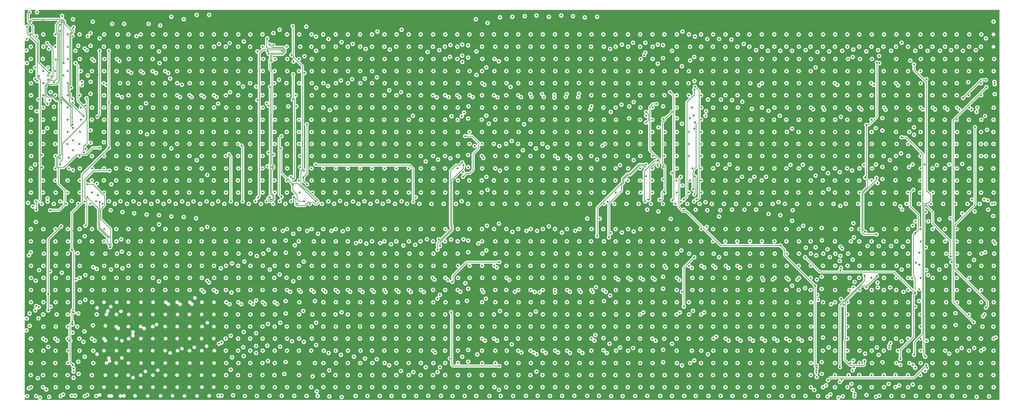
<source format=gbr>
%TF.GenerationSoftware,KiCad,Pcbnew,7.0.2*%
%TF.CreationDate,2024-01-05T22:36:10+05:30*%
%TF.ProjectId,matrixleddisplay,6d617472-6978-46c6-9564-646973706c61,rev?*%
%TF.SameCoordinates,Original*%
%TF.FileFunction,Copper,L3,Inr*%
%TF.FilePolarity,Positive*%
%FSLAX46Y46*%
G04 Gerber Fmt 4.6, Leading zero omitted, Abs format (unit mm)*
G04 Created by KiCad (PCBNEW 7.0.2) date 2024-01-05 22:36:10*
%MOMM*%
%LPD*%
G01*
G04 APERTURE LIST*
%TA.AperFunction,ViaPad*%
%ADD10C,0.800000*%
%TD*%
%TA.AperFunction,Conductor*%
%ADD11C,0.250000*%
%TD*%
G04 APERTURE END LIST*
D10*
%TO.N,VCC*%
X210820000Y-187198000D03*
X135890000Y-174498000D03*
X446262451Y-179339549D03*
X440182000Y-206502000D03*
X465890000Y-99210000D03*
X270764000Y-136906000D03*
X200406000Y-191516000D03*
X90424000Y-186436000D03*
X446278000Y-154686000D03*
X275423000Y-219115000D03*
X266192000Y-89662000D03*
X256248500Y-174688701D03*
X196600953Y-134658051D03*
X161544000Y-221488000D03*
X290830000Y-211582000D03*
X275844000Y-186690000D03*
X401066000Y-164592000D03*
X195133688Y-131770530D03*
X155702000Y-174244000D03*
X355854000Y-109220000D03*
X105664000Y-151638000D03*
X351282000Y-184912000D03*
X355600000Y-207010000D03*
X410718000Y-201676000D03*
X355600000Y-164592000D03*
X365760000Y-147828000D03*
X271272000Y-109728000D03*
X445770000Y-114300000D03*
X95758000Y-151892000D03*
X395732000Y-149606000D03*
X90424000Y-179832000D03*
X290830000Y-204470000D03*
X450850000Y-91440000D03*
X191008000Y-174498000D03*
X85090951Y-186453647D03*
X275590000Y-166624000D03*
X446278000Y-184912000D03*
X290576000Y-186944000D03*
X475250000Y-91740000D03*
X445770000Y-111252000D03*
X355092000Y-136652000D03*
X410718000Y-136652000D03*
X115570000Y-129032000D03*
X430530000Y-201676000D03*
X135890000Y-151130000D03*
X200660000Y-219710000D03*
X196596000Y-109982000D03*
X266192000Y-80010000D03*
X100584000Y-120650000D03*
X161541700Y-199646300D03*
X90424000Y-201422000D03*
X100584000Y-116586000D03*
X445516000Y-136906000D03*
X100584000Y-128824500D03*
X365760000Y-164592000D03*
X431292000Y-204724000D03*
X100497598Y-101178400D03*
X90170000Y-101600000D03*
X195580000Y-82042000D03*
X355689080Y-92184271D03*
X96712545Y-84836000D03*
%TO.N,GND*%
X176022000Y-89916000D03*
X190500000Y-201930000D03*
X265684000Y-201422000D03*
X101092000Y-139954000D03*
X81534000Y-184912000D03*
X255778000Y-96520000D03*
X110744000Y-89662000D03*
X430276000Y-206502000D03*
X346202000Y-169672000D03*
X110236000Y-126746000D03*
X335788000Y-190754000D03*
X395986000Y-170180000D03*
X95504000Y-184404000D03*
X431292000Y-219964000D03*
X186690000Y-84074000D03*
X475488000Y-171450000D03*
X470662000Y-109220000D03*
X95339455Y-153764500D03*
X470408000Y-151638000D03*
X186690000Y-88900000D03*
X466344000Y-109728000D03*
X470662000Y-154178000D03*
X90424000Y-109474000D03*
X475742000Y-176530000D03*
X85160194Y-211365500D03*
X96012000Y-209804000D03*
X340614000Y-169926000D03*
X110490000Y-111506000D03*
X88138000Y-67564000D03*
X265684000Y-185420000D03*
X95758000Y-191770000D03*
X475488000Y-166624000D03*
X85852000Y-94234000D03*
X81757701Y-63937701D03*
X475742000Y-161036000D03*
X95758000Y-145796000D03*
X155702000Y-91440000D03*
X120396000Y-184150000D03*
X120650000Y-135636000D03*
X85344000Y-200152000D03*
X451358000Y-154940000D03*
X91186000Y-134874000D03*
X185674000Y-215900000D03*
X395732000Y-151892000D03*
X100838000Y-74676000D03*
X479806000Y-222250000D03*
X196342000Y-194818000D03*
X85344000Y-151384000D03*
X465582000Y-115062000D03*
X445516000Y-211074000D03*
X130810000Y-145288000D03*
X81534000Y-179832000D03*
X201168000Y-85090000D03*
X415544000Y-220980000D03*
X175514000Y-211582000D03*
X475742000Y-129794000D03*
X81534000Y-94742000D03*
X465582000Y-101346000D03*
X441198000Y-139700000D03*
X205486000Y-170180000D03*
X475488000Y-146558000D03*
X90678000Y-216916000D03*
X85852000Y-115062000D03*
X475488000Y-156718000D03*
X90678000Y-94234000D03*
X345694000Y-110998000D03*
X215900000Y-216662000D03*
X265430000Y-132080000D03*
X100900545Y-153764500D03*
X315722000Y-204216000D03*
X110490000Y-130302000D03*
X460756000Y-95250000D03*
X115062000Y-76454000D03*
X270764000Y-213868000D03*
X420624000Y-148844000D03*
X120650000Y-165862000D03*
X470662000Y-149098000D03*
X120904000Y-114808000D03*
X355092000Y-143764000D03*
X95758000Y-130048000D03*
X455930000Y-160274000D03*
X471170000Y-184658000D03*
X110236000Y-101600000D03*
X345694000Y-184150000D03*
X265684000Y-165608000D03*
X130810000Y-123952000D03*
X426212000Y-100076000D03*
X195580000Y-201676000D03*
X95504000Y-172212000D03*
X195580000Y-216408000D03*
X340614000Y-148844000D03*
X345694000Y-161798000D03*
X110346955Y-108966000D03*
X451358000Y-204978000D03*
X210820000Y-210312000D03*
X191008000Y-194564000D03*
X85344000Y-160274000D03*
X455676000Y-134874000D03*
X460248000Y-116586000D03*
X95702350Y-100094050D03*
%TO.N,/COM1*%
X478420000Y-67770000D03*
X85840000Y-63924498D03*
%TO.N,/RED1-1*%
X85400000Y-141650000D03*
%TO.N,/GREEN1-1*%
X85598000Y-104648000D03*
%TO.N,/BLUE1-1*%
X82820000Y-63900000D03*
X90853701Y-88978299D03*
%TO.N,/COM2*%
X303340000Y-73020000D03*
X373430000Y-73040000D03*
X278450000Y-73020000D03*
X468450000Y-73040000D03*
X403340000Y-73030000D03*
X453390000Y-73040000D03*
X388440000Y-73030000D03*
X263300000Y-73020000D03*
X218430000Y-73030000D03*
X408470000Y-73030000D03*
X448420000Y-73040000D03*
X298390000Y-73020000D03*
X438550000Y-73030000D03*
X378206000Y-73040000D03*
X283340000Y-73020000D03*
X323280000Y-73040000D03*
X148430000Y-73030000D03*
X393410000Y-73030000D03*
X113390000Y-73040000D03*
X353400000Y-73040000D03*
X358370000Y-73040000D03*
X418390000Y-73030000D03*
X173410000Y-73030000D03*
X198540000Y-73030000D03*
X308440000Y-73020000D03*
X443280000Y-73040000D03*
X383300000Y-73030000D03*
X213390000Y-73030000D03*
X328420000Y-73040000D03*
X423340000Y-73030000D03*
X333390000Y-73040000D03*
X88410000Y-73040000D03*
X228450000Y-73030000D03*
X133420000Y-73040000D03*
X98420000Y-73040000D03*
X163330000Y-73030000D03*
X348450000Y-73040000D03*
X463320000Y-73040000D03*
X473400000Y-73040000D03*
X138530000Y-73030000D03*
X248420000Y-73030000D03*
X107837045Y-72547473D03*
X268440000Y-73020000D03*
X188430000Y-73030000D03*
X253430000Y-73030000D03*
X288470000Y-73020000D03*
X93380000Y-73040000D03*
X193440000Y-73030000D03*
X273410000Y-73020000D03*
X223320000Y-73030000D03*
X293420000Y-73020000D03*
X458430000Y-73040000D03*
X368420000Y-73040000D03*
X118887955Y-73040000D03*
X233400000Y-73030000D03*
X313450000Y-73020000D03*
X158440000Y-73030000D03*
X83270000Y-73040000D03*
X123310000Y-73040000D03*
X153400000Y-73030000D03*
X243320000Y-73030000D03*
X318262000Y-73020000D03*
X182819545Y-72470000D03*
X143290000Y-73030000D03*
X128410000Y-73040000D03*
X428440000Y-73030000D03*
X203280000Y-73030000D03*
X363320000Y-73040000D03*
X433450000Y-73030000D03*
X178380000Y-73030000D03*
X208420000Y-73030000D03*
X168460000Y-73030000D03*
X338430000Y-73040000D03*
X343320000Y-73040000D03*
X103310000Y-73040000D03*
X258318000Y-73030000D03*
X238370000Y-73030000D03*
X413420000Y-73030000D03*
X398450000Y-73030000D03*
X108712000Y-67818000D03*
%TO.N,/COM4*%
X353870455Y-83745857D03*
X138470000Y-83140000D03*
X83300000Y-83140000D03*
X268600000Y-83120000D03*
X293490000Y-83120000D03*
X288540000Y-83120000D03*
X468520000Y-83140000D03*
X388600000Y-83130000D03*
X418690000Y-83130000D03*
X358670000Y-83140000D03*
X413490000Y-83130000D03*
X93560500Y-83349500D03*
X408540000Y-83130000D03*
X158530000Y-83130000D03*
X123550000Y-83140000D03*
X193320000Y-83130000D03*
X143320000Y-83130000D03*
X133300000Y-83140000D03*
X403450000Y-83130000D03*
X98510000Y-83140000D03*
X203310000Y-83130000D03*
X188530000Y-83130000D03*
X393590000Y-83130000D03*
X438500000Y-83130000D03*
X298690000Y-83120000D03*
X103420000Y-83140000D03*
X463430000Y-83140000D03*
X444283500Y-83775857D03*
X233470000Y-83130000D03*
X213570000Y-83130000D03*
X373310000Y-83140000D03*
X308540000Y-83120000D03*
X108510000Y-83140000D03*
X148590000Y-83130000D03*
X238670000Y-83130000D03*
X431450500Y-81898104D03*
X208580000Y-83130000D03*
X128510000Y-83140000D03*
X253310000Y-83130000D03*
X363560000Y-83140000D03*
X328580000Y-83140000D03*
X423580000Y-83130000D03*
X283450000Y-83120000D03*
X458520000Y-83140000D03*
X218520000Y-83130000D03*
X153580000Y-83130000D03*
X318500000Y-83120000D03*
X398540000Y-83130000D03*
X348520000Y-83140000D03*
X338520000Y-83140000D03*
X118660000Y-83140000D03*
X342779545Y-82755500D03*
X88202760Y-83075240D03*
X262799545Y-82550000D03*
X453570000Y-83140000D03*
X223430000Y-83130000D03*
X273590000Y-83120000D03*
X198628000Y-83130000D03*
X313330000Y-83120000D03*
X258318000Y-83130000D03*
X173480000Y-83130000D03*
X473470000Y-83140000D03*
X428540000Y-83130000D03*
X248520000Y-83130000D03*
X278540000Y-83120000D03*
X163440000Y-83130000D03*
X168530000Y-83130000D03*
X448580000Y-83140000D03*
X478670000Y-83140000D03*
X323310000Y-83140000D03*
X243560000Y-83130000D03*
X378480000Y-83140000D03*
X178680000Y-83130000D03*
X113460000Y-83140000D03*
X228520000Y-83130000D03*
X368520000Y-83140000D03*
X333570000Y-83140000D03*
X383330000Y-83130000D03*
X303580000Y-83120000D03*
X183570000Y-83130000D03*
X136144000Y-84836000D03*
%TO.N,/COM3*%
X88440000Y-78090000D03*
X458490000Y-78090000D03*
X348390000Y-78090000D03*
X338490000Y-78090000D03*
X328450000Y-78090000D03*
X218490000Y-78080000D03*
X233280000Y-78080000D03*
X368320000Y-78090000D03*
X158500000Y-78080000D03*
X463300000Y-78090000D03*
X238410000Y-78080000D03*
X143320000Y-78080000D03*
X423270000Y-78080000D03*
X373230000Y-78090000D03*
X118897955Y-78090000D03*
X268470000Y-78070000D03*
X223300000Y-78080000D03*
X433250000Y-78080000D03*
X438404000Y-78080000D03*
X342769545Y-77470000D03*
X448450000Y-78090000D03*
X178420000Y-78080000D03*
X182799545Y-77470000D03*
X193860455Y-78080000D03*
X133220000Y-78090000D03*
X408410000Y-78080000D03*
X468390000Y-78090000D03*
X288410000Y-78070000D03*
X163310000Y-78080000D03*
X388470000Y-78080000D03*
X98480000Y-78090000D03*
X113270000Y-78090000D03*
X262789545Y-77561379D03*
X253230000Y-78080000D03*
X333370000Y-78090000D03*
X203310000Y-78080000D03*
X273910455Y-78070000D03*
X303270000Y-78070000D03*
X323310000Y-78090000D03*
X138194049Y-78071951D03*
X353850455Y-78090000D03*
X398510000Y-78080000D03*
X123240000Y-78090000D03*
X308340000Y-78070000D03*
X293300000Y-78070000D03*
X363250000Y-78090000D03*
X313250000Y-78070000D03*
X248320000Y-78080000D03*
X258318000Y-78080000D03*
X198460000Y-78080000D03*
X428340000Y-78080000D03*
X148460000Y-78080000D03*
X318470000Y-78070000D03*
X358410000Y-78090000D03*
X153380000Y-78080000D03*
X83300000Y-78090000D03*
X283320000Y-78070000D03*
X393390000Y-78080000D03*
X188330000Y-78080000D03*
X173290000Y-78080000D03*
X278510000Y-78070000D03*
X93360000Y-78090000D03*
X378214049Y-78081951D03*
X418430000Y-78080000D03*
X213370000Y-78080000D03*
X102759545Y-77722701D03*
X208450000Y-78080000D03*
X228390000Y-78080000D03*
X403320000Y-78080000D03*
X243250000Y-78080000D03*
X107815299Y-77723201D03*
X168400000Y-78080000D03*
X128310000Y-78090000D03*
X453370000Y-78090000D03*
X413300000Y-78080000D03*
X383330000Y-78080000D03*
X473280000Y-78090000D03*
X298430000Y-78070000D03*
X443310000Y-78090000D03*
X100409500Y-73764500D03*
%TO.N,/COM5*%
X423380000Y-88120000D03*
X293420000Y-88110000D03*
X298510000Y-88110000D03*
X108350000Y-88130000D03*
X473400000Y-88130000D03*
X443370000Y-88130000D03*
X183370000Y-88120000D03*
X188520000Y-88120000D03*
X98430000Y-88130000D03*
X433310000Y-88120000D03*
X253290000Y-88120000D03*
X338440000Y-88130000D03*
X118480000Y-88130000D03*
X458440000Y-88130000D03*
X398460000Y-88120000D03*
X178500000Y-88120000D03*
X198610000Y-88120000D03*
X393480000Y-88120000D03*
X453460000Y-88130000D03*
X363360000Y-88130000D03*
X168370000Y-88120000D03*
X408380000Y-88120000D03*
X88450000Y-88130000D03*
X438404000Y-88120000D03*
X368510000Y-88130000D03*
X333460000Y-88130000D03*
X123350000Y-88130000D03*
X83360000Y-88130000D03*
X173410000Y-88120000D03*
X228360000Y-88120000D03*
X478490000Y-88130000D03*
X138430000Y-88130000D03*
X128500000Y-88130000D03*
X378460000Y-88130000D03*
X208460000Y-88120000D03*
X373290000Y-88130000D03*
X353400000Y-88130000D03*
X93220299Y-88135701D03*
X278460000Y-88110000D03*
X328460000Y-88130000D03*
X318620000Y-88110000D03*
X323370000Y-88130000D03*
X358490000Y-88130000D03*
X268480000Y-88110000D03*
X308530000Y-88110000D03*
X263390000Y-88110000D03*
X468360000Y-88130000D03*
X283464000Y-88110000D03*
X388480000Y-88120000D03*
X203370000Y-88120000D03*
X313310000Y-88110000D03*
X223370000Y-88120000D03*
X153470000Y-88120000D03*
X303380000Y-88110000D03*
X158450000Y-88120000D03*
X218440000Y-88120000D03*
X413420000Y-88120000D03*
X428530000Y-88120000D03*
X143380000Y-88120000D03*
X163380000Y-88120000D03*
X463370000Y-88130000D03*
X213460000Y-88120000D03*
X273558000Y-88110000D03*
X233400000Y-88120000D03*
X403390000Y-88120000D03*
X133280000Y-88130000D03*
X113390000Y-88130000D03*
X348360000Y-88130000D03*
X383390000Y-88120000D03*
X103840455Y-88130000D03*
X288380000Y-88110000D03*
X248510000Y-88120000D03*
X448460000Y-88130000D03*
X148470000Y-88120000D03*
X238490000Y-88120000D03*
X343370000Y-88130000D03*
X243360000Y-88120000D03*
X418510000Y-88120000D03*
X193300000Y-88120000D03*
X258600000Y-88120000D03*
X140499500Y-91190299D03*
%TO.N,/COM6*%
X223340000Y-93080000D03*
X208510000Y-93080000D03*
X268530000Y-93070000D03*
X148520000Y-93080000D03*
X258600000Y-93080000D03*
X468035000Y-92635000D03*
X203380000Y-93080000D03*
X383400000Y-93080000D03*
X88500000Y-93090000D03*
X107837045Y-92489023D03*
X233250000Y-93080000D03*
X168500000Y-93080000D03*
X463340000Y-93090000D03*
X398530000Y-93080000D03*
X443380000Y-93090000D03*
X453450000Y-93090000D03*
X433430000Y-93080000D03*
X473250000Y-93090000D03*
X458510000Y-93090000D03*
X343340000Y-93090000D03*
X363200000Y-93090000D03*
X353250000Y-93090000D03*
X104235500Y-92525269D03*
X298460000Y-93070000D03*
X413270000Y-93080000D03*
X138430000Y-93090000D03*
X293270000Y-93070000D03*
X98500000Y-93090000D03*
X133400000Y-93090000D03*
X273470000Y-93070000D03*
X438404000Y-93080000D03*
X173260000Y-93080000D03*
X368201049Y-93058951D03*
X143390000Y-93080000D03*
X303220000Y-93070000D03*
X388530000Y-93080000D03*
X92829545Y-92667701D03*
X178450000Y-93080000D03*
X278530000Y-93070000D03*
X288510000Y-93070000D03*
X358440000Y-93090000D03*
X338510000Y-93090000D03*
X228490000Y-93080000D03*
X318262000Y-93070000D03*
X408510000Y-93080000D03*
X198628000Y-93090000D03*
X113240000Y-93090000D03*
X478780000Y-92538062D03*
X218510000Y-93080000D03*
X248201049Y-93048951D03*
X283360000Y-93070000D03*
X158520000Y-93080000D03*
X308221049Y-93038951D03*
X128191049Y-93058951D03*
X238440000Y-93080000D03*
X123190000Y-93090000D03*
X183210000Y-93080000D03*
X253410000Y-93080000D03*
X403360000Y-93080000D03*
X193420000Y-93080000D03*
X428221049Y-93048951D03*
X333450000Y-93090000D03*
X188211049Y-93048951D03*
X163350000Y-93080000D03*
X313430000Y-93070000D03*
X448510000Y-93090000D03*
X393470000Y-93080000D03*
X423220000Y-93080000D03*
X373410000Y-93090000D03*
X153460000Y-93080000D03*
X348490000Y-93090000D03*
X328510000Y-93090000D03*
X418460000Y-93080000D03*
X213450000Y-93080000D03*
X83370000Y-93090000D03*
X243200000Y-93080000D03*
X378600000Y-93090000D03*
X323380000Y-93090000D03*
X119925500Y-93053172D03*
X263400000Y-93070000D03*
X145299455Y-93726000D03*
%TO.N,/COM8*%
X183340000Y-103100000D03*
X463470000Y-103110000D03*
X158460000Y-103100000D03*
X138520000Y-103100000D03*
X423350000Y-103100000D03*
X103840455Y-103110000D03*
X83340000Y-103110000D03*
X88460000Y-103110000D03*
X192282299Y-102611701D03*
X408440000Y-103100000D03*
X398470000Y-103100000D03*
X388490000Y-103100000D03*
X433500000Y-103100000D03*
X178490000Y-103100000D03*
X354584000Y-103110000D03*
X273920455Y-103090000D03*
X262893000Y-102613000D03*
X153490000Y-103100000D03*
X453480000Y-103110000D03*
X243330000Y-103100000D03*
X373480000Y-103110000D03*
X313369245Y-102521371D03*
X383370000Y-103100000D03*
X228420000Y-103100000D03*
X471778500Y-103110000D03*
X413350000Y-103100000D03*
X148480000Y-103100000D03*
X418500000Y-103100000D03*
X203350000Y-103100000D03*
X438540000Y-103100000D03*
X428500000Y-103100000D03*
X308500000Y-103090000D03*
X458450000Y-103110000D03*
X342779545Y-102603701D03*
X443350000Y-103110000D03*
X328907955Y-102616000D03*
X108410000Y-103110000D03*
X258530000Y-103099500D03*
X123320000Y-103110000D03*
X128470000Y-103110000D03*
X318341045Y-103090000D03*
X303350000Y-103090000D03*
X188937955Y-102616000D03*
X208470000Y-103100000D03*
X89996049Y-111586049D03*
X98440000Y-103110000D03*
X478480000Y-103110000D03*
X168430000Y-103100000D03*
X143360000Y-103100000D03*
X368480000Y-103110000D03*
X133470000Y-103110000D03*
X348420000Y-103110000D03*
X268490000Y-103090000D03*
X113320000Y-103110000D03*
X338450000Y-103110000D03*
X293350000Y-103090000D03*
X233330000Y-103100000D03*
X358480000Y-103110000D03*
X448470000Y-103110000D03*
X393500000Y-103100000D03*
X283490000Y-103090000D03*
X363330000Y-103110000D03*
X118470000Y-103110000D03*
X333480000Y-103110000D03*
X248480000Y-103100000D03*
X403490000Y-103100000D03*
X298500000Y-103090000D03*
X379222000Y-103632000D03*
X213480000Y-103100000D03*
X238480000Y-103100000D03*
X198374000Y-103100000D03*
X323350000Y-103110000D03*
X223470000Y-103100000D03*
X173340000Y-103100000D03*
X253480000Y-103100000D03*
X278470000Y-103090000D03*
X92832299Y-102747701D03*
X468420000Y-103110000D03*
X163480000Y-103100000D03*
X218450000Y-103100000D03*
X288440000Y-103090000D03*
%TO.N,/COM7*%
X208420000Y-98060000D03*
X153350000Y-98060000D03*
X313350000Y-98050000D03*
X103320000Y-98070000D03*
X238380000Y-98060000D03*
X393360000Y-98060000D03*
X413370000Y-98060000D03*
X353350000Y-98070000D03*
X308283576Y-97391723D03*
X408400000Y-98060000D03*
X218400000Y-98060000D03*
X423400000Y-98060000D03*
X418400000Y-98060000D03*
X178390000Y-98060000D03*
X88410000Y-98070000D03*
X363380000Y-98070000D03*
X192024000Y-98060000D03*
X278420000Y-98050000D03*
X248380000Y-98060000D03*
X123370000Y-98070000D03*
X403350000Y-98060000D03*
X228380000Y-98060000D03*
X383380000Y-98060000D03*
X198628000Y-98070000D03*
X458400000Y-98070000D03*
X253330000Y-98060000D03*
X133320000Y-98070000D03*
X173360000Y-98060000D03*
X298196000Y-97790000D03*
X143370000Y-98060000D03*
X163340000Y-98060000D03*
X268440000Y-98050000D03*
X223330000Y-98060000D03*
X478907955Y-97590000D03*
X188927955Y-98060000D03*
X303276000Y-97536000D03*
X263380000Y-98050000D03*
X348380000Y-98070000D03*
X183390000Y-98060000D03*
X273360000Y-98050000D03*
X288290000Y-97536000D03*
X463330000Y-98070000D03*
X258318000Y-98044000D03*
X328420000Y-98070000D03*
X158410000Y-98060000D03*
X388440000Y-98060000D03*
X438460000Y-98060000D03*
X428400000Y-98060000D03*
X333340000Y-98070000D03*
X338400000Y-98070000D03*
X107827045Y-97429500D03*
X368380000Y-98070000D03*
X318480000Y-98070000D03*
X83350000Y-98070000D03*
X128370000Y-98070000D03*
X243380000Y-98060000D03*
X373330000Y-98070000D03*
X203360000Y-98060000D03*
X468113348Y-98011250D03*
X168390000Y-98060000D03*
X443360000Y-98070000D03*
X113340000Y-98070000D03*
X323360000Y-98070000D03*
X213340000Y-98060000D03*
X433350000Y-98060000D03*
X138430000Y-98070000D03*
X473350000Y-98070000D03*
X398420000Y-98060000D03*
X453340000Y-98070000D03*
X233350000Y-98060000D03*
X98390000Y-98070000D03*
X358380000Y-98070000D03*
X378470000Y-98060000D03*
X343330000Y-98070000D03*
X118897955Y-98070000D03*
X293116000Y-97536000D03*
X283350000Y-98050000D03*
X93330000Y-98070000D03*
X448420000Y-98070000D03*
X148430000Y-98060000D03*
X130556000Y-101346000D03*
%TO.N,/COM9*%
X128320000Y-108130000D03*
X203460000Y-108120000D03*
X428350000Y-108120000D03*
X83450000Y-108130000D03*
X133360000Y-108130000D03*
X432819545Y-107442000D03*
X478410000Y-108130000D03*
X228300000Y-108120000D03*
X153360000Y-108120000D03*
X423510000Y-108120000D03*
X458400000Y-108130000D03*
X193380000Y-108120000D03*
X408320000Y-108120000D03*
X233400000Y-108120000D03*
X108290000Y-108130000D03*
X143470000Y-108120000D03*
X342883000Y-107713000D03*
X138450000Y-108130000D03*
X403320000Y-108120000D03*
X198470000Y-108120000D03*
X328879459Y-107566558D03*
X88320000Y-108130000D03*
X373370000Y-108130000D03*
X208330000Y-108120000D03*
X363490000Y-108130000D03*
X378714000Y-108130000D03*
X92829545Y-107655701D03*
X383480000Y-108120000D03*
X313390000Y-108110000D03*
X213350000Y-108120000D03*
X113390000Y-108130000D03*
X298430000Y-108110000D03*
X178420000Y-108120000D03*
X118400000Y-108130000D03*
X183500000Y-108120000D03*
X173410000Y-108120000D03*
X123480000Y-108130000D03*
X318480000Y-108110000D03*
X393370000Y-108120000D03*
X443850455Y-108130000D03*
X358410000Y-108130000D03*
X258460000Y-108166500D03*
X168310000Y-108120000D03*
X388350000Y-108120000D03*
X158410000Y-108120000D03*
X223300000Y-108120000D03*
X243490000Y-108120000D03*
X278420000Y-108110000D03*
X273920455Y-108110000D03*
X288320000Y-108110000D03*
X253370000Y-108120000D03*
X303510000Y-108110000D03*
X103840455Y-108130000D03*
X448330000Y-108130000D03*
X238410000Y-108120000D03*
X163310000Y-108120000D03*
X453350000Y-108130000D03*
X188340000Y-108120000D03*
X348469141Y-107497639D03*
X333350000Y-108130000D03*
X248330000Y-108120000D03*
X413420000Y-108120000D03*
X98390000Y-108130000D03*
X268350000Y-108110000D03*
X148340000Y-108120000D03*
X463300000Y-108130000D03*
X262809545Y-107608701D03*
X418430000Y-108120000D03*
X368330000Y-108130000D03*
X438480000Y-108120000D03*
X338400000Y-108130000D03*
X323460000Y-108130000D03*
X353784701Y-107538062D03*
X283320000Y-108110000D03*
X473400000Y-108130000D03*
X308350000Y-108110000D03*
X293420000Y-108110000D03*
X398420000Y-108120000D03*
X218400000Y-108120000D03*
X468300000Y-108130000D03*
%TO.N,/COM10*%
X148470000Y-113110000D03*
X373320000Y-113120000D03*
X278400000Y-113100000D03*
X418390000Y-113110000D03*
X113300000Y-113120000D03*
X463480000Y-113120000D03*
X258540000Y-113110000D03*
X308360000Y-113100000D03*
X333570000Y-113120000D03*
X403500000Y-113110000D03*
X443850455Y-113120000D03*
X348410000Y-113120000D03*
X158390000Y-113110000D03*
X98370000Y-113120000D03*
X208460000Y-113110000D03*
X118872000Y-113120000D03*
X173320000Y-113110000D03*
X298390000Y-113100000D03*
X458380000Y-113120000D03*
X473310000Y-113120000D03*
X423340000Y-113110000D03*
X453570000Y-113120000D03*
X303340000Y-113100000D03*
X353310000Y-113120000D03*
X183330000Y-113110000D03*
X338380000Y-113120000D03*
X228410000Y-113110000D03*
X363320000Y-113120000D03*
X198550000Y-113110000D03*
X168420000Y-113110000D03*
X138430000Y-113120000D03*
X193330000Y-113110000D03*
X318560000Y-113100000D03*
X248340000Y-113110000D03*
X93560000Y-113120000D03*
X178380000Y-113110000D03*
X128330000Y-113120000D03*
X313340000Y-113100000D03*
X83300000Y-113120000D03*
X388480000Y-113110000D03*
X218380000Y-113110000D03*
X188350000Y-113110000D03*
X203310000Y-113110000D03*
X273590000Y-113100000D03*
X323310000Y-113120000D03*
X213570000Y-113110000D03*
X253320000Y-113110000D03*
X383330000Y-113110000D03*
X378540000Y-113120000D03*
X368340000Y-113120000D03*
X263330000Y-113100000D03*
X130993954Y-114088069D03*
X398400000Y-113110000D03*
X153580000Y-113110000D03*
X413330000Y-113110000D03*
X88450000Y-113120000D03*
X448460000Y-113120000D03*
X123310000Y-113120000D03*
X243320000Y-113110000D03*
X288430000Y-113100000D03*
X238370000Y-113110000D03*
X283500000Y-113100000D03*
X428360000Y-113110000D03*
X133310000Y-113120000D03*
X223480000Y-113110000D03*
X478370000Y-113120000D03*
X432819545Y-112540000D03*
X107837045Y-112460000D03*
X163490000Y-113110000D03*
X328460000Y-113120000D03*
X143320000Y-113110000D03*
X268480000Y-113100000D03*
X468410000Y-113120000D03*
X358370000Y-113120000D03*
X393590000Y-113110000D03*
X343480000Y-113120000D03*
X438404000Y-113110000D03*
X408430000Y-113110000D03*
X233310000Y-113110000D03*
X103470000Y-113120000D03*
X293330000Y-113100000D03*
%TO.N,/COM12*%
X468350000Y-123020000D03*
X108340000Y-123020000D03*
X308430000Y-123000000D03*
X213430000Y-123010000D03*
X233320000Y-123010000D03*
X238420000Y-123010000D03*
X258572000Y-123010000D03*
X243380000Y-123010000D03*
X383500000Y-123010000D03*
X123370000Y-123020000D03*
X475309455Y-123075000D03*
X363380000Y-123020000D03*
X83470000Y-123020000D03*
X418440000Y-123010000D03*
X288370000Y-123000000D03*
X393450000Y-123010000D03*
X413340000Y-123010000D03*
X98947955Y-123698000D03*
X343290000Y-123020000D03*
X262809545Y-122601701D03*
X333430000Y-123020000D03*
X182819545Y-122428000D03*
X408370000Y-123010000D03*
X428430000Y-123010000D03*
X163300000Y-123010000D03*
X158580000Y-123010000D03*
X373300000Y-123020000D03*
X153440000Y-123010000D03*
X218570000Y-123010000D03*
X103280000Y-123020000D03*
X283310000Y-123000000D03*
X113310000Y-123020000D03*
X293340000Y-123000000D03*
X358420000Y-123020000D03*
X173330000Y-123010000D03*
X388430000Y-123010000D03*
X253300000Y-123010000D03*
X478420000Y-123020000D03*
X313320000Y-123000000D03*
X278590000Y-123000000D03*
X303400000Y-123000000D03*
X458570000Y-123020000D03*
X87837045Y-122599951D03*
X223290000Y-123010000D03*
X193870455Y-123010000D03*
X328410000Y-123020000D03*
X188420000Y-123010000D03*
X151384000Y-124714000D03*
X228350000Y-123010000D03*
X198628000Y-123010000D03*
X443480000Y-123020000D03*
X433320000Y-123010000D03*
X203480000Y-123010000D03*
X318730000Y-123020000D03*
X353320000Y-123020000D03*
X463290000Y-123020000D03*
X368410000Y-123020000D03*
X475759455Y-112230500D03*
X137922000Y-123020000D03*
X143490000Y-123010000D03*
X453430000Y-123020000D03*
X128400000Y-123020000D03*
X448410000Y-123020000D03*
X133290000Y-123020000D03*
X338570000Y-123020000D03*
X473320000Y-123020000D03*
X298440000Y-123000000D03*
X148420000Y-123010000D03*
X403310000Y-123010000D03*
X268430000Y-123000000D03*
X248410000Y-123010000D03*
X93420000Y-123020000D03*
X378460000Y-123020000D03*
X178430000Y-123010000D03*
X273920455Y-123000000D03*
X423400000Y-123010000D03*
X438404000Y-123010000D03*
X348350000Y-123020000D03*
X118410000Y-123020000D03*
X398590000Y-123010000D03*
X323480000Y-123020000D03*
X168360000Y-123010000D03*
X208410000Y-123010000D03*
%TO.N,/COM11*%
X273340000Y-118030000D03*
X153330000Y-118040000D03*
X343230000Y-118050000D03*
X443320000Y-118050000D03*
X233270000Y-118040000D03*
X193370000Y-118040000D03*
X333320000Y-118050000D03*
X173280000Y-118040000D03*
X138430000Y-118050000D03*
X358400000Y-118050000D03*
X107837045Y-117602000D03*
X258600000Y-118040000D03*
X474934599Y-106579999D03*
X403250000Y-118040000D03*
X223230000Y-118040000D03*
X213320000Y-118040000D03*
X183430000Y-118040000D03*
X323320000Y-118050000D03*
X328380000Y-118050000D03*
X208380000Y-118040000D03*
X383340000Y-118040000D03*
X303440000Y-118030000D03*
X475309455Y-118050000D03*
X228360000Y-118040000D03*
X378600000Y-118050000D03*
X393340000Y-118040000D03*
X293290000Y-118030000D03*
X458340000Y-118050000D03*
X478400000Y-118050000D03*
X473270000Y-118050000D03*
X433380000Y-118040000D03*
X143330000Y-118040000D03*
X140970000Y-119888000D03*
X313380000Y-118030000D03*
X198610000Y-118040000D03*
X218340000Y-118040000D03*
X388400000Y-118040000D03*
X368450000Y-118050000D03*
X178410000Y-118040000D03*
X93310000Y-118050000D03*
X133350000Y-118050000D03*
X188460000Y-118040000D03*
X448380000Y-118050000D03*
X253360000Y-118040000D03*
X413290000Y-118040000D03*
X438658000Y-118040000D03*
X418420000Y-118040000D03*
X408380000Y-118040000D03*
X163240000Y-118040000D03*
X103220000Y-118050000D03*
X113271002Y-117366235D03*
X363420000Y-118050000D03*
X268400000Y-118030000D03*
X148390000Y-118040000D03*
X203320000Y-118040000D03*
X123410000Y-118050000D03*
X128440000Y-118050000D03*
X298420000Y-118030000D03*
X463230000Y-118050000D03*
X318937955Y-118050000D03*
X453320000Y-118050000D03*
X248450000Y-118040000D03*
X118872000Y-118050000D03*
X338340000Y-118050000D03*
X88370000Y-118050000D03*
X243420000Y-118040000D03*
X348360000Y-118050000D03*
X353270000Y-118050000D03*
X158350000Y-118040000D03*
X423440000Y-118040000D03*
X373360000Y-118050000D03*
X98330000Y-118050000D03*
X308470000Y-118030000D03*
X263340000Y-118030000D03*
X428470000Y-118040000D03*
X168370000Y-118040000D03*
X398360000Y-118040000D03*
X83310000Y-118050000D03*
X278360000Y-118030000D03*
X283250000Y-118030000D03*
X288380000Y-118030000D03*
X468360000Y-118050000D03*
X238400000Y-118040000D03*
%TO.N,/COM13*%
X408490000Y-128090000D03*
X228470000Y-128090000D03*
X198480000Y-128090000D03*
X253340000Y-128090000D03*
X468470000Y-128100000D03*
X243360000Y-128090000D03*
X338460000Y-128100000D03*
X213370000Y-128090000D03*
X393390000Y-128090000D03*
X423380000Y-128090000D03*
X188500000Y-128090000D03*
X473320000Y-128100000D03*
X383390000Y-128090000D03*
X354875500Y-128099500D03*
X143380000Y-128090000D03*
X116332000Y-134620000D03*
X218460000Y-128090000D03*
X148510000Y-128090000D03*
X273920455Y-128080000D03*
X443738000Y-127528062D03*
X342789545Y-127508000D03*
X262809545Y-127620894D03*
X478330000Y-128100000D03*
X432819545Y-127508000D03*
X173330000Y-128090000D03*
X438206050Y-128033950D03*
X398480000Y-128090000D03*
X133330000Y-128100000D03*
X208500000Y-128090000D03*
X363360000Y-128100000D03*
X373340000Y-128100000D03*
X93360000Y-128100000D03*
X163440000Y-128090000D03*
X308510000Y-128080000D03*
X328500000Y-128100000D03*
X98947955Y-128100000D03*
X278480000Y-128080000D03*
X403450000Y-128090000D03*
X463430000Y-128100000D03*
X238330000Y-128090000D03*
X158470000Y-128090000D03*
X223430000Y-128090000D03*
X118320000Y-128100000D03*
X333370000Y-128100000D03*
X83360000Y-128100000D03*
X182319747Y-127553500D03*
X258460000Y-128100000D03*
X283450000Y-128080000D03*
X313360000Y-128080000D03*
X378450000Y-128100000D03*
X108460000Y-128100000D03*
X348470000Y-128100000D03*
X248490000Y-128090000D03*
X413340000Y-128090000D03*
X128480000Y-128100000D03*
X358330000Y-128100000D03*
X138450000Y-128110000D03*
X418350000Y-128090000D03*
X193849017Y-127533616D03*
X368490000Y-128100000D03*
X153380000Y-128090000D03*
X178340000Y-128090000D03*
X323370000Y-128100000D03*
X122799545Y-128100000D03*
X233320000Y-128090000D03*
X453370000Y-128100000D03*
X458460000Y-128100000D03*
X268520000Y-128080000D03*
X87837045Y-127639951D03*
X103420000Y-128100000D03*
X168480000Y-128090000D03*
X428510000Y-128090000D03*
X288490000Y-128080000D03*
X113310000Y-128100000D03*
X303380000Y-128080000D03*
X448500000Y-128100000D03*
X203370000Y-128090000D03*
X298350000Y-128080000D03*
X318470000Y-128080000D03*
X388520000Y-128090000D03*
X293340000Y-128080000D03*
%TO.N,/COM14*%
X110346955Y-134366000D03*
X423290000Y-133040000D03*
X83230000Y-133050000D03*
X293290000Y-133030000D03*
X373330000Y-133050000D03*
X268340000Y-133030000D03*
X478360000Y-133050000D03*
X218380000Y-133040000D03*
X438176049Y-133013951D03*
X458380000Y-133050000D03*
X318560000Y-133030000D03*
X443850455Y-132588000D03*
X358360000Y-133050000D03*
X158390000Y-133040000D03*
X188350000Y-133040000D03*
X328320000Y-133050000D03*
X428360000Y-133040000D03*
X133320000Y-133050000D03*
X353860455Y-133050000D03*
X98370000Y-133050000D03*
X418380000Y-133040000D03*
X278400000Y-133030000D03*
X153360000Y-133040000D03*
X303290000Y-133030000D03*
X203240000Y-133040000D03*
X413290000Y-133040000D03*
X363270000Y-133050000D03*
X298380000Y-133030000D03*
X118350000Y-133050000D03*
X178370000Y-133040000D03*
X183280000Y-133040000D03*
X223410000Y-133040000D03*
X383260000Y-133040000D03*
X263260000Y-133030000D03*
X473270000Y-133050000D03*
X248340000Y-133040000D03*
X143250000Y-133040000D03*
X388340000Y-133040000D03*
X308360000Y-133030000D03*
X138530000Y-133050000D03*
X393370000Y-133040000D03*
X198550000Y-133040000D03*
X368340000Y-133050000D03*
X342789545Y-132588000D03*
X193340000Y-133040000D03*
X113260000Y-133050000D03*
X123260000Y-133050000D03*
X163420000Y-133040000D03*
X128330000Y-133050000D03*
X93340000Y-133050000D03*
X448320000Y-133050000D03*
X208320000Y-133040000D03*
X453350000Y-133050000D03*
X238360000Y-133040000D03*
X378540000Y-133050000D03*
X273370000Y-133030000D03*
X432819545Y-132460000D03*
X88310000Y-133050000D03*
X313350000Y-133030000D03*
X283430000Y-133030000D03*
X233270000Y-133040000D03*
X148330000Y-133040000D03*
X103400000Y-133050000D03*
X108290000Y-133050000D03*
X468300000Y-133050000D03*
X408320000Y-133040000D03*
X253330000Y-133040000D03*
X348300000Y-133050000D03*
X173280000Y-133040000D03*
X228300000Y-133040000D03*
X323240000Y-133050000D03*
X243270000Y-133040000D03*
X168310000Y-133040000D03*
X398400000Y-133040000D03*
X403430000Y-133040000D03*
X258572000Y-133040000D03*
X213350000Y-133040000D03*
X463410000Y-133050000D03*
X338380000Y-133050000D03*
X333350000Y-133050000D03*
X288320000Y-133030000D03*
%TO.N,/COM16*%
X307760000Y-142650000D03*
X392770000Y-142660000D03*
X242780000Y-142660000D03*
X277810000Y-142650000D03*
X112740000Y-142670000D03*
X207780000Y-142660000D03*
X387800000Y-142660000D03*
X177770000Y-142660000D03*
X197790000Y-142710500D03*
X362780000Y-142670000D03*
X187750000Y-142660000D03*
X127730000Y-142670000D03*
X297780000Y-142650000D03*
X137780000Y-142680000D03*
X457790000Y-142670000D03*
X432770000Y-142660000D03*
X327780000Y-142670000D03*
X367740000Y-142670000D03*
X437896000Y-142670000D03*
X347750000Y-142670000D03*
X402740000Y-142660000D03*
X422800000Y-142660000D03*
X142750000Y-142660000D03*
X232750000Y-142660000D03*
X132740000Y-142670000D03*
X267800000Y-142650000D03*
X397810000Y-142660000D03*
X318516000Y-142660000D03*
X217790000Y-142660000D03*
X472750000Y-142670000D03*
X212750000Y-142660000D03*
X452750000Y-142670000D03*
X382760000Y-142660000D03*
X87770000Y-142670000D03*
X352750000Y-142670000D03*
X427760000Y-142660000D03*
X447780000Y-142670000D03*
X247740000Y-142660000D03*
X462720000Y-142670000D03*
X157800000Y-142660000D03*
X467750000Y-142670000D03*
X302800000Y-142650000D03*
X252750000Y-142660000D03*
X287770000Y-142650000D03*
X152760000Y-142660000D03*
X116078000Y-145288000D03*
X312770000Y-142650000D03*
X262760000Y-142650000D03*
X357760000Y-142670000D03*
X82150500Y-142240000D03*
X227750000Y-142660000D03*
X322740000Y-142670000D03*
X167760000Y-142660000D03*
X477760000Y-142670000D03*
X102710000Y-142670000D03*
X117750000Y-142670000D03*
X237760000Y-142660000D03*
X122770000Y-142670000D03*
X292770000Y-142650000D03*
X337790000Y-142670000D03*
X377952000Y-142680000D03*
X192760000Y-142660000D03*
X162730000Y-142660000D03*
X172760000Y-142660000D03*
X417780000Y-142660000D03*
X332750000Y-142670000D03*
X372750000Y-142670000D03*
X407770000Y-142660000D03*
X442740000Y-142670000D03*
X342720000Y-142670000D03*
X412770000Y-142660000D03*
X282740000Y-142650000D03*
X97780000Y-142670000D03*
X92740000Y-142670000D03*
X222720000Y-142660000D03*
X202740000Y-142660000D03*
X272770000Y-142650000D03*
X182790000Y-142660000D03*
X107740000Y-142670000D03*
X147790000Y-142660000D03*
X257790000Y-142670000D03*
%TO.N,/COM15*%
X473300000Y-138010000D03*
X253400000Y-138000000D03*
X468400000Y-138010000D03*
X363400000Y-138010000D03*
X378370000Y-138010000D03*
X173310000Y-138000000D03*
X103380000Y-138010000D03*
X293320000Y-137990000D03*
X98310000Y-138010000D03*
X273510000Y-137990000D03*
X108390000Y-138010000D03*
X268300000Y-137990000D03*
X93480000Y-138010000D03*
X153500000Y-138000000D03*
X463390000Y-138010000D03*
X168410000Y-138000000D03*
X263370000Y-137990000D03*
X383370000Y-138000000D03*
X188400000Y-138000000D03*
X313420000Y-137990000D03*
X478450000Y-138010000D03*
X338320000Y-138010000D03*
X203350000Y-138000000D03*
X233300000Y-138000000D03*
X443350000Y-138010000D03*
X163400000Y-138000000D03*
X123390000Y-138010000D03*
X118440000Y-138010000D03*
X413320000Y-138000000D03*
X218320000Y-138000000D03*
X403410000Y-138000000D03*
X113290000Y-138010000D03*
X88270000Y-138010000D03*
X128380000Y-138010000D03*
X198882000Y-138000000D03*
X148290000Y-138000000D03*
X408420000Y-138000000D03*
X428410000Y-138000000D03*
X238450000Y-138000000D03*
X228400000Y-138000000D03*
X373400000Y-138010000D03*
X298470000Y-137990000D03*
X358450000Y-138010000D03*
X303420000Y-137990000D03*
X133390000Y-138010000D03*
X398340000Y-138000000D03*
X248390000Y-138000000D03*
X223390000Y-138000000D03*
X343390000Y-138010000D03*
X448280000Y-138010000D03*
X258318000Y-138000000D03*
X318516000Y-137990000D03*
X418470000Y-138000000D03*
X423420000Y-138000000D03*
X438390000Y-138000000D03*
X193548000Y-138000000D03*
X458320000Y-138010000D03*
X183410000Y-138000000D03*
X333490000Y-138010000D03*
X283410000Y-137990000D03*
X178460000Y-138000000D03*
X348400000Y-138010000D03*
X393510000Y-138000000D03*
X323350000Y-138010000D03*
X278340000Y-137990000D03*
X213490000Y-138000000D03*
X353300000Y-138010000D03*
X208280000Y-138000000D03*
X110744000Y-139192000D03*
X158330000Y-138000000D03*
X83340000Y-138010000D03*
X328280000Y-138010000D03*
X143360000Y-138000000D03*
X388300000Y-138000000D03*
X138342000Y-138010000D03*
X243400000Y-138000000D03*
X433420000Y-138000000D03*
X453490000Y-138010000D03*
X368390000Y-138010000D03*
X308410000Y-137990000D03*
X288420000Y-137990000D03*
%TO.N,/COM17*%
X84074000Y-143764000D03*
X478300000Y-147650000D03*
%TO.N,/COM18*%
X353860455Y-153040000D03*
X358390000Y-153040000D03*
X183350000Y-153030000D03*
X243340000Y-153030000D03*
X98440000Y-153040000D03*
X83290000Y-153040000D03*
X218450000Y-153030000D03*
X378206000Y-153040000D03*
X103330000Y-153040000D03*
X323300000Y-153040000D03*
X398470000Y-153030000D03*
X133440000Y-153040000D03*
X108460000Y-153040000D03*
X178400000Y-153030000D03*
X293440000Y-153020000D03*
X193460000Y-153030000D03*
X208440000Y-153030000D03*
X158460000Y-153030000D03*
X113410000Y-153040000D03*
X333410000Y-153040000D03*
X173430000Y-153030000D03*
X313470000Y-153020000D03*
X463340000Y-153040000D03*
X288490000Y-153020000D03*
X198560000Y-153030000D03*
X238390000Y-153030000D03*
X138552000Y-153030000D03*
X233420000Y-153030000D03*
X443300000Y-153040000D03*
X163350000Y-153030000D03*
X153420000Y-153030000D03*
X407887045Y-152590951D03*
X143310000Y-153030000D03*
X228470000Y-153030000D03*
X478390000Y-153040000D03*
X403360000Y-153030000D03*
X123330000Y-153040000D03*
X93400000Y-153040000D03*
X420116000Y-153030000D03*
X388460000Y-153030000D03*
X88430000Y-153040000D03*
X428460000Y-153030000D03*
X268460000Y-153020000D03*
X213410000Y-153030000D03*
X308460000Y-153020000D03*
X393430000Y-153030000D03*
X283360000Y-153020000D03*
X223340000Y-153030000D03*
X248440000Y-153030000D03*
X448440000Y-153040000D03*
X168480000Y-153030000D03*
X303360000Y-153020000D03*
X468470000Y-153040000D03*
X342900000Y-153040000D03*
X433470000Y-153030000D03*
X118380000Y-153040000D03*
X328440000Y-153040000D03*
X128430000Y-153040000D03*
X273430000Y-153020000D03*
X438404000Y-153030000D03*
X278470000Y-153020000D03*
X423360000Y-153030000D03*
X338450000Y-153040000D03*
X298410000Y-153020000D03*
X318262000Y-153020000D03*
X253450000Y-153030000D03*
X383320000Y-153030000D03*
X363340000Y-153040000D03*
X453410000Y-153040000D03*
X203300000Y-153030000D03*
X348470000Y-153040000D03*
X473420000Y-153040000D03*
X373450000Y-153040000D03*
X413440000Y-153030000D03*
X188450000Y-153030000D03*
X368440000Y-153040000D03*
X458450000Y-153040000D03*
X148450000Y-153030000D03*
X263320000Y-153020000D03*
X258550000Y-153030000D03*
%TO.N,/COM20*%
X308560000Y-163120000D03*
X403470000Y-163130000D03*
X268620000Y-163120000D03*
X333590000Y-163140000D03*
X213590000Y-163130000D03*
X298710000Y-163120000D03*
X193340000Y-163130000D03*
X83320000Y-162560000D03*
X88590000Y-163140000D03*
X138502000Y-163140000D03*
X348540000Y-163140000D03*
X183590000Y-163130000D03*
X443330000Y-163140000D03*
X168550000Y-163130000D03*
X113880455Y-163140000D03*
X228540000Y-163130000D03*
X199644000Y-163130000D03*
X383350000Y-163130000D03*
X218540000Y-163130000D03*
X293510000Y-163120000D03*
X148610000Y-163130000D03*
X358690000Y-163140000D03*
X378500000Y-163140000D03*
X153600000Y-163130000D03*
X413510000Y-163130000D03*
X473490000Y-163140000D03*
X478690000Y-163140000D03*
X208600000Y-163130000D03*
X133320000Y-163140000D03*
X363580000Y-163140000D03*
X328600000Y-163140000D03*
X238690000Y-163130000D03*
X388620000Y-163130000D03*
X98530000Y-163140000D03*
X173500000Y-163130000D03*
X258500000Y-163130000D03*
X273950455Y-163120000D03*
X120650000Y-162306000D03*
X223450000Y-163130000D03*
X458987955Y-163140000D03*
X323330000Y-163140000D03*
X243580000Y-163130000D03*
X423600000Y-163130000D03*
X313350000Y-163120000D03*
X433350000Y-163130000D03*
X163460000Y-163130000D03*
X353490000Y-163140000D03*
X283470000Y-163120000D03*
X343450000Y-163140000D03*
X143340000Y-163130000D03*
X118680000Y-163140000D03*
X408560000Y-163130000D03*
X253330000Y-163130000D03*
X338540000Y-163140000D03*
X278560000Y-163120000D03*
X123570000Y-163140000D03*
X368540000Y-163140000D03*
X108530000Y-163140000D03*
X318516000Y-163120000D03*
X418710000Y-163130000D03*
X93580000Y-163140000D03*
X248540000Y-163130000D03*
X447971500Y-162687000D03*
X393610000Y-163130000D03*
X158550000Y-163130000D03*
X128530000Y-163140000D03*
X262819545Y-162540000D03*
X453590000Y-163140000D03*
X428560000Y-163130000D03*
X102520500Y-162938328D03*
X373330000Y-163140000D03*
X178700000Y-163130000D03*
X288560000Y-163120000D03*
X438404000Y-163130000D03*
X187948010Y-162740490D03*
X468540000Y-163140000D03*
X203330000Y-163130000D03*
X303600000Y-163120000D03*
X398560000Y-163130000D03*
X233490000Y-163130000D03*
X463450000Y-163140000D03*
%TO.N,/COM19*%
X138522000Y-158080000D03*
X203330000Y-158080000D03*
X463320000Y-158090000D03*
X163330000Y-158080000D03*
X253250000Y-158080000D03*
X98500000Y-158090000D03*
X403340000Y-158080000D03*
X248340000Y-158080000D03*
X218510000Y-158080000D03*
X243270000Y-158080000D03*
X338510000Y-158090000D03*
X148480000Y-158080000D03*
X158520000Y-158080000D03*
X83320000Y-158090000D03*
X323330000Y-158090000D03*
X288430000Y-158070000D03*
X113290000Y-158090000D03*
X353870455Y-158090000D03*
X373250000Y-158090000D03*
X473300000Y-158090000D03*
X478430000Y-158090000D03*
X438490000Y-158080000D03*
X318490000Y-158070000D03*
X423290000Y-158080000D03*
X103310000Y-158090000D03*
X183280000Y-158080000D03*
X433270000Y-158080000D03*
X428360000Y-158080000D03*
X358430000Y-158090000D03*
X178440000Y-158080000D03*
X128330000Y-158090000D03*
X173310000Y-158080000D03*
X293320000Y-158070000D03*
X328470000Y-158090000D03*
X88460000Y-158090000D03*
X262809545Y-157734000D03*
X208470000Y-158080000D03*
X393410000Y-158080000D03*
X298450000Y-158070000D03*
X398530000Y-158080000D03*
X458510000Y-158090000D03*
X283340000Y-158070000D03*
X363270000Y-158090000D03*
X118420000Y-158090000D03*
X303290000Y-158070000D03*
X273930455Y-158070000D03*
X333390000Y-158090000D03*
X448470000Y-158090000D03*
X278530000Y-158070000D03*
X388490000Y-158080000D03*
X258470000Y-158047500D03*
X223320000Y-158080000D03*
X168420000Y-158080000D03*
X108400000Y-158090000D03*
X413320000Y-158080000D03*
X187895300Y-157713200D03*
X348410000Y-158090000D03*
X342838853Y-158040692D03*
X93380000Y-158090000D03*
X123260000Y-158090000D03*
X143340000Y-158080000D03*
X233300000Y-158080000D03*
X313270000Y-158070000D03*
X153400000Y-158080000D03*
X378480000Y-158080000D03*
X308360000Y-158070000D03*
X408004000Y-157654000D03*
X443330000Y-158090000D03*
X453390000Y-158090000D03*
X238430000Y-158080000D03*
X468410000Y-158090000D03*
X419862000Y-158080000D03*
X199456035Y-158093133D03*
X383350000Y-158080000D03*
X120396000Y-157226000D03*
X133240000Y-158090000D03*
X193260000Y-158080000D03*
X213390000Y-158080000D03*
X368340000Y-158090000D03*
X228410000Y-158080000D03*
X268490000Y-158070000D03*
%TO.N,/COM21*%
X443390000Y-168130000D03*
X143400000Y-168120000D03*
X258620000Y-168120000D03*
X338460000Y-168130000D03*
X288400000Y-168110000D03*
X168390000Y-168120000D03*
X83380000Y-168130000D03*
X403410000Y-168120000D03*
X413440000Y-168120000D03*
X198630000Y-168120000D03*
X328480000Y-168130000D03*
X348380000Y-168130000D03*
X120904000Y-169164000D03*
X153490000Y-168120000D03*
X353420000Y-168130000D03*
X118500000Y-168130000D03*
X298530000Y-168110000D03*
X398480000Y-168120000D03*
X453480000Y-168130000D03*
X408400000Y-168120000D03*
X108917955Y-168656000D03*
X358510000Y-168130000D03*
X138610000Y-168130000D03*
X308550000Y-168110000D03*
X438640000Y-168120000D03*
X88470000Y-168130000D03*
X243380000Y-168120000D03*
X248530000Y-168120000D03*
X193320000Y-168120000D03*
X333480000Y-168130000D03*
X313330000Y-168110000D03*
X93470000Y-168130000D03*
X323390000Y-168130000D03*
X447877045Y-167640000D03*
X423400000Y-168120000D03*
X113410000Y-168130000D03*
X173430000Y-168120000D03*
X188540000Y-168120000D03*
X393500000Y-168120000D03*
X103380000Y-168130000D03*
X388500000Y-168120000D03*
X428550000Y-168120000D03*
X278480000Y-168110000D03*
X183390000Y-168120000D03*
X273500000Y-168110000D03*
X458977955Y-168130000D03*
X293440000Y-168110000D03*
X473420000Y-168130000D03*
X238510000Y-168120000D03*
X318516000Y-168110000D03*
X208480000Y-168120000D03*
X373310000Y-168130000D03*
X368530000Y-168130000D03*
X233420000Y-168120000D03*
X363380000Y-168130000D03*
X148490000Y-168120000D03*
X213480000Y-168120000D03*
X218460000Y-168120000D03*
X263410000Y-168110000D03*
X223390000Y-168120000D03*
X283410000Y-168110000D03*
X433330000Y-168120000D03*
X378460000Y-168130000D03*
X133300000Y-168130000D03*
X203390000Y-168120000D03*
X163400000Y-168120000D03*
X123370000Y-168130000D03*
X98450000Y-168130000D03*
X418530000Y-168120000D03*
X268500000Y-168110000D03*
X228380000Y-168120000D03*
X178520000Y-168120000D03*
X303400000Y-168110000D03*
X253310000Y-168120000D03*
X463390000Y-168130000D03*
X468380000Y-168130000D03*
X158470000Y-168120000D03*
X478510000Y-168130000D03*
X383410000Y-168120000D03*
X128520000Y-168130000D03*
X343390000Y-168130000D03*
%TO.N,/COM22*%
X413290000Y-173080000D03*
X433450000Y-173080000D03*
X458530000Y-173090000D03*
X338530000Y-173090000D03*
X373430000Y-173090000D03*
X113260000Y-173090000D03*
X303240000Y-173070000D03*
X348510000Y-173090000D03*
X233270000Y-173080000D03*
X98520000Y-173090000D03*
X278550000Y-173070000D03*
X388550000Y-173080000D03*
X407887045Y-172618951D03*
X363220000Y-173090000D03*
X133420000Y-173090000D03*
X173280000Y-173080000D03*
X273490000Y-173070000D03*
X83390000Y-173090000D03*
X156426500Y-174968500D03*
X108500000Y-173090000D03*
X208530000Y-173080000D03*
X298480000Y-173070000D03*
X333470000Y-173090000D03*
X218530000Y-173080000D03*
X473270000Y-173090000D03*
X448530000Y-173090000D03*
X428241049Y-173048951D03*
X198630000Y-173080000D03*
X283380000Y-173070000D03*
X403380000Y-173080000D03*
X318516000Y-173070000D03*
X358460000Y-173090000D03*
X423240000Y-173080000D03*
X138610000Y-173090000D03*
X258620000Y-173080000D03*
X383420000Y-173080000D03*
X163370000Y-173080000D03*
X183230000Y-173080000D03*
X342809545Y-172645701D03*
X419354000Y-173080000D03*
X323400000Y-173090000D03*
X153480000Y-173080000D03*
X118450000Y-173090000D03*
X453470000Y-173090000D03*
X354838000Y-173090000D03*
X88520000Y-173090000D03*
X193440000Y-173080000D03*
X128211049Y-173058951D03*
X478460000Y-173090000D03*
X223360000Y-173080000D03*
X308241049Y-173038951D03*
X213470000Y-173080000D03*
X378714000Y-173080000D03*
X178470000Y-173080000D03*
X368221049Y-173058951D03*
X263420000Y-173070000D03*
X238460000Y-173080000D03*
X253430000Y-173080000D03*
X243220000Y-173080000D03*
X188231049Y-173048951D03*
X93460000Y-173090000D03*
X168520000Y-173080000D03*
X268550000Y-173070000D03*
X468510000Y-173090000D03*
X158540000Y-173080000D03*
X398550000Y-173080000D03*
X443400000Y-173090000D03*
X288530000Y-173070000D03*
X248221049Y-173048951D03*
X393490000Y-173080000D03*
X438552000Y-173080000D03*
X203400000Y-173080000D03*
X313450000Y-173070000D03*
X103350000Y-173090000D03*
X293290000Y-173070000D03*
X123210000Y-173090000D03*
X143410000Y-173080000D03*
X328530000Y-173090000D03*
X148540000Y-173080000D03*
X228510000Y-173080000D03*
X463360000Y-173090000D03*
%TO.N,/COM24*%
X303370000Y-183090000D03*
X463490000Y-183110000D03*
X418520000Y-183100000D03*
X83360000Y-183110000D03*
X283510000Y-183090000D03*
X323370000Y-183110000D03*
X318516000Y-182626000D03*
X298520000Y-183090000D03*
X447857045Y-182626000D03*
X228440000Y-183100000D03*
X433520000Y-183100000D03*
X338470000Y-183110000D03*
X368500000Y-183110000D03*
X238500000Y-183100000D03*
X443370000Y-183110000D03*
X108430000Y-183110000D03*
X478500000Y-183110000D03*
X408460000Y-183100000D03*
X103480000Y-183110000D03*
X468440000Y-183110000D03*
X253500000Y-183100000D03*
X453500000Y-183110000D03*
X458977955Y-183110000D03*
X278490000Y-183090000D03*
X163500000Y-183100000D03*
X363350000Y-183110000D03*
X173360000Y-183100000D03*
X93490000Y-183110000D03*
X343490000Y-183110000D03*
X183360000Y-183100000D03*
X348440000Y-183110000D03*
X383390000Y-183100000D03*
X258540000Y-183100000D03*
X178510000Y-183100000D03*
X223490000Y-183100000D03*
X88480000Y-183110000D03*
X288460000Y-183090000D03*
X413370000Y-183100000D03*
X423370000Y-183100000D03*
X353350000Y-183110000D03*
X428520000Y-183100000D03*
X187887045Y-182626000D03*
X358500000Y-183110000D03*
X268510000Y-183090000D03*
X308520000Y-183090000D03*
X213500000Y-183100000D03*
X393520000Y-183100000D03*
X438404000Y-183100000D03*
X273940455Y-183090000D03*
X293370000Y-183090000D03*
X243350000Y-183100000D03*
X193510000Y-183100000D03*
X233350000Y-183100000D03*
X403510000Y-183100000D03*
X218470000Y-183100000D03*
X199898000Y-182626000D03*
X313520000Y-183090000D03*
X473350000Y-183110000D03*
X398490000Y-183100000D03*
X333500000Y-183110000D03*
X168450000Y-183100000D03*
X373500000Y-183110000D03*
X248500000Y-183100000D03*
X262286500Y-182547853D03*
X378550000Y-183100000D03*
X208490000Y-183100000D03*
X98460000Y-183110000D03*
X328490000Y-183110000D03*
X203370000Y-183100000D03*
X388510000Y-183100000D03*
%TO.N,/COM23*%
X262819545Y-177546000D03*
X447867049Y-177734951D03*
X398440000Y-178060000D03*
X123390000Y-178070000D03*
X248400000Y-178060000D03*
X308420000Y-178050000D03*
X438480000Y-178060000D03*
X88430000Y-178070000D03*
X113360000Y-178070000D03*
X178410000Y-178060000D03*
X298420000Y-178050000D03*
X328440000Y-178070000D03*
X143390000Y-178060000D03*
X354838000Y-178070000D03*
X413390000Y-178060000D03*
X233370000Y-178060000D03*
X148450000Y-178060000D03*
X173380000Y-178060000D03*
X223350000Y-178060000D03*
X243400000Y-178060000D03*
X373350000Y-178070000D03*
X238400000Y-178060000D03*
X278440000Y-178050000D03*
X183410000Y-178060000D03*
X168410000Y-178060000D03*
X213360000Y-178060000D03*
X433370000Y-178060000D03*
X303420000Y-178050000D03*
X128390000Y-178070000D03*
X158430000Y-178060000D03*
X163360000Y-178060000D03*
X428420000Y-178060000D03*
X138480000Y-178060000D03*
X443380000Y-178070000D03*
X419307746Y-178091500D03*
X318262000Y-178050000D03*
X228400000Y-178060000D03*
X188410000Y-178060000D03*
X323380000Y-178070000D03*
X348400000Y-178070000D03*
X342799545Y-177546000D03*
X98410000Y-178070000D03*
X363400000Y-178070000D03*
X403370000Y-178060000D03*
X458967955Y-178070000D03*
X423420000Y-178060000D03*
X368400000Y-178070000D03*
X407877045Y-177658951D03*
X453360000Y-178070000D03*
X203380000Y-178060000D03*
X153370000Y-178060000D03*
X478400000Y-178070000D03*
X133340000Y-178070000D03*
X283370000Y-178050000D03*
X193360000Y-178060000D03*
X393380000Y-178060000D03*
X253350000Y-178060000D03*
X93350000Y-178070000D03*
X358400000Y-178070000D03*
X258490000Y-178050000D03*
X378490000Y-178060000D03*
X165608000Y-179070000D03*
X313370000Y-178050000D03*
X208440000Y-178060000D03*
X83370000Y-178070000D03*
X388460000Y-178060000D03*
X338420000Y-178070000D03*
X218420000Y-178060000D03*
X473370000Y-178070000D03*
X383400000Y-178060000D03*
X198470000Y-178060000D03*
X288420000Y-178050000D03*
X118390000Y-178070000D03*
X463350000Y-178070000D03*
X293390000Y-178050000D03*
X468400000Y-178070000D03*
X103340000Y-178070000D03*
X273930455Y-178050000D03*
X268460000Y-178050000D03*
X108390000Y-178070000D03*
X333360000Y-178070000D03*
%TO.N,/COM25*%
X248350000Y-188120000D03*
X243510000Y-188120000D03*
X273390000Y-188110000D03*
X110339951Y-188101451D03*
X218420000Y-188120000D03*
X438500000Y-188120000D03*
X82799545Y-187706000D03*
X358430000Y-188130000D03*
X183520000Y-188120000D03*
X453370000Y-188130000D03*
X98410000Y-188130000D03*
X203480000Y-188120000D03*
X313410000Y-188110000D03*
X318500000Y-188110000D03*
X268370000Y-188110000D03*
X263500000Y-188110000D03*
X93910455Y-188130000D03*
X233420000Y-188120000D03*
X328350000Y-188130000D03*
X193400000Y-188120000D03*
X353420000Y-188130000D03*
X373390000Y-188130000D03*
X338420000Y-188130000D03*
X478430000Y-188130000D03*
X348320000Y-188130000D03*
X393390000Y-188120000D03*
X198844016Y-188128500D03*
X398440000Y-188120000D03*
X213370000Y-188120000D03*
X163330000Y-188120000D03*
X403340000Y-188120000D03*
X208350000Y-188120000D03*
X238430000Y-188120000D03*
X102799545Y-187706000D03*
X388370000Y-188120000D03*
X433410000Y-188120000D03*
X288340000Y-188110000D03*
X223320000Y-188120000D03*
X418450000Y-188120000D03*
X187897572Y-187705473D03*
X228320000Y-188120000D03*
X443480000Y-188130000D03*
X474721701Y-188130500D03*
X178440000Y-188120000D03*
X378480000Y-188130000D03*
X462809545Y-187570000D03*
X363510000Y-188130000D03*
X323480000Y-188130000D03*
X283340000Y-188110000D03*
X88340000Y-188130000D03*
X308370000Y-188110000D03*
X298450000Y-188110000D03*
X278440000Y-188110000D03*
X173430000Y-188120000D03*
X383500000Y-188120000D03*
X258480000Y-188120000D03*
X333370000Y-188130000D03*
X303530000Y-188110000D03*
X428370000Y-188120000D03*
X408340000Y-188120000D03*
X368350000Y-188130000D03*
X168330000Y-188120000D03*
X448350000Y-188130000D03*
X458420000Y-188130000D03*
X413440000Y-188120000D03*
X423530000Y-188120000D03*
X468320000Y-188130000D03*
X343320000Y-188130000D03*
X293440000Y-188110000D03*
X253390000Y-188120000D03*
%TO.N,/COM26*%
X188370000Y-193110000D03*
X438580000Y-193110000D03*
X458400000Y-193120000D03*
X178400000Y-193110000D03*
X403520000Y-193110000D03*
X108783300Y-192600487D03*
X338400000Y-193120000D03*
X228430000Y-193110000D03*
X168440000Y-193110000D03*
X273610000Y-193100000D03*
X333590000Y-193120000D03*
X468430000Y-193120000D03*
X203330000Y-193110000D03*
X183350000Y-193110000D03*
X198570000Y-193110000D03*
X398420000Y-193110000D03*
X418410000Y-193110000D03*
X288450000Y-193100000D03*
X408450000Y-193110000D03*
X303360000Y-193100000D03*
X478390000Y-193120000D03*
X308380000Y-193100000D03*
X208480000Y-193110000D03*
X293350000Y-193100000D03*
X163510000Y-193110000D03*
X383350000Y-193110000D03*
X343500000Y-193120000D03*
X218400000Y-193110000D03*
X278420000Y-193100000D03*
X443330000Y-193120000D03*
X368360000Y-193120000D03*
X348430000Y-193120000D03*
X193350000Y-193110000D03*
X373340000Y-193120000D03*
X82835072Y-192750473D03*
X313360000Y-193100000D03*
X102315809Y-193120000D03*
X473870000Y-193120000D03*
X283520000Y-193100000D03*
X323330000Y-193120000D03*
X213590000Y-193110000D03*
X428380000Y-193110000D03*
X448480000Y-193120000D03*
X358390000Y-193120000D03*
X268500000Y-193100000D03*
X462865000Y-192485000D03*
X328480000Y-193120000D03*
X88470000Y-193120000D03*
X298410000Y-193100000D03*
X248360000Y-193110000D03*
X453590000Y-193120000D03*
X388500000Y-193110000D03*
X98390000Y-193120000D03*
X253340000Y-193110000D03*
X423360000Y-193110000D03*
X433360000Y-193110000D03*
X233330000Y-193110000D03*
X238390000Y-193110000D03*
X378560000Y-193120000D03*
X93580000Y-193120000D03*
X173340000Y-193110000D03*
X353330000Y-193120000D03*
X263350000Y-193100000D03*
X243340000Y-193110000D03*
X258590000Y-193100000D03*
X413350000Y-193110000D03*
X223500000Y-193110000D03*
X363340000Y-193120000D03*
X393610000Y-193110000D03*
X318516000Y-193100000D03*
%TO.N,/COM28*%
X428450000Y-203010000D03*
X243400000Y-203010000D03*
X383520000Y-203010000D03*
X108917955Y-203020000D03*
X463550000Y-203020000D03*
X388450000Y-203010000D03*
X88420000Y-203020000D03*
X258572000Y-203010000D03*
X268450000Y-203000000D03*
X303420000Y-203000000D03*
X83490000Y-203020000D03*
X408390000Y-203010000D03*
X193330000Y-203010000D03*
X368430000Y-203020000D03*
X313340000Y-203000000D03*
X453450000Y-203020000D03*
X373320000Y-203020000D03*
X439166000Y-203010000D03*
X468370000Y-203020000D03*
X458590000Y-203020000D03*
X448430000Y-203020000D03*
X183410000Y-203010000D03*
X473340000Y-203020000D03*
X358440000Y-203020000D03*
X288390000Y-203000000D03*
X418460000Y-203010000D03*
X423420000Y-203010000D03*
X173350000Y-203010000D03*
X103300000Y-203020000D03*
X323500000Y-203020000D03*
X308450000Y-203000000D03*
X333450000Y-203020000D03*
X338590000Y-203020000D03*
X342809545Y-202626701D03*
X93440000Y-203020000D03*
X208430000Y-203010000D03*
X403330000Y-203010000D03*
X273940455Y-203000000D03*
X328430000Y-203020000D03*
X283330000Y-203000000D03*
X393470000Y-203010000D03*
X433340000Y-203010000D03*
X293360000Y-203000000D03*
X168380000Y-203010000D03*
X213450000Y-203010000D03*
X253320000Y-203010000D03*
X233340000Y-203010000D03*
X203500000Y-203010000D03*
X298460000Y-203000000D03*
X98580000Y-203020000D03*
X218590000Y-203010000D03*
X413360000Y-203010000D03*
X262829545Y-202692000D03*
X398610000Y-203010000D03*
X223310000Y-203010000D03*
X348370000Y-203020000D03*
X188440000Y-203010000D03*
X163320000Y-203010000D03*
X238440000Y-203010000D03*
X198374000Y-203010000D03*
X248430000Y-203010000D03*
X178450000Y-203010000D03*
X278610000Y-203000000D03*
X228370000Y-203010000D03*
X378778000Y-203010000D03*
X318330000Y-202830000D03*
X478440000Y-203020000D03*
X354584000Y-203020000D03*
X363400000Y-203020000D03*
X443500000Y-203020000D03*
%TO.N,/COM27*%
X433400000Y-198040000D03*
X338360000Y-198050000D03*
X403270000Y-198040000D03*
X173300000Y-198040000D03*
X83330000Y-198050000D03*
X258620000Y-198040000D03*
X388420000Y-198040000D03*
X458360000Y-198050000D03*
X288400000Y-198030000D03*
X398380000Y-198040000D03*
X93330000Y-198050000D03*
X103240000Y-198050000D03*
X218360000Y-198040000D03*
X263360000Y-198030000D03*
X313400000Y-198030000D03*
X418440000Y-198040000D03*
X378460000Y-198050000D03*
X168390000Y-198040000D03*
X298440000Y-198030000D03*
X353290000Y-198050000D03*
X253380000Y-198040000D03*
X248470000Y-198040000D03*
X368470000Y-198050000D03*
X293310000Y-198030000D03*
X198630000Y-198040000D03*
X188480000Y-198040000D03*
X343250000Y-198050000D03*
X473290000Y-198050000D03*
X408432000Y-197612000D03*
X308490000Y-198030000D03*
X223250000Y-198040000D03*
X448400000Y-198050000D03*
X183450000Y-198040000D03*
X233290000Y-198040000D03*
X165354000Y-196850000D03*
X373380000Y-198050000D03*
X203340000Y-198040000D03*
X438404000Y-198040000D03*
X323340000Y-198050000D03*
X423460000Y-198040000D03*
X208400000Y-198040000D03*
X383360000Y-198040000D03*
X358420000Y-198050000D03*
X278380000Y-198030000D03*
X463250000Y-198050000D03*
X273360000Y-198030000D03*
X108370000Y-198050000D03*
X328400000Y-198050000D03*
X453340000Y-198050000D03*
X363440000Y-198050000D03*
X333340000Y-198050000D03*
X283270000Y-198030000D03*
X88390000Y-198050000D03*
X178430000Y-198040000D03*
X393360000Y-198040000D03*
X238420000Y-198040000D03*
X243440000Y-198040000D03*
X228380000Y-198040000D03*
X268420000Y-198030000D03*
X163260000Y-198040000D03*
X413310000Y-198040000D03*
X193390000Y-198040000D03*
X348380000Y-198050000D03*
X303460000Y-198030000D03*
X478420000Y-198050000D03*
X98350000Y-198050000D03*
X213340000Y-198040000D03*
X443340000Y-198050000D03*
X468380000Y-198050000D03*
X428490000Y-198040000D03*
X318340000Y-197840000D03*
%TO.N,/COM29*%
X419668203Y-208094801D03*
X378470000Y-208100000D03*
X478350000Y-208100000D03*
X193370000Y-208090000D03*
X108917955Y-208100000D03*
X262829545Y-207518000D03*
X353880455Y-208100000D03*
X203390000Y-208090000D03*
X233340000Y-208090000D03*
X373360000Y-208100000D03*
X218480000Y-208090000D03*
X448520000Y-208100000D03*
X348490000Y-208100000D03*
X323390000Y-208100000D03*
X93380000Y-208100000D03*
X208520000Y-208090000D03*
X388540000Y-208090000D03*
X98470000Y-208100000D03*
X238350000Y-208090000D03*
X368510000Y-208100000D03*
X253360000Y-208090000D03*
X199898000Y-208063500D03*
X342809545Y-207772000D03*
X393410000Y-208090000D03*
X333390000Y-208100000D03*
X163460000Y-208090000D03*
X298370000Y-208080000D03*
X463450000Y-208100000D03*
X473340000Y-208100000D03*
X258572000Y-208022500D03*
X423400000Y-208090000D03*
X83380000Y-208100000D03*
X278500000Y-208080000D03*
X403470000Y-208090000D03*
X102799545Y-207518000D03*
X168500000Y-208090000D03*
X243380000Y-208090000D03*
X468490000Y-208100000D03*
X318470000Y-207980000D03*
X453390000Y-208100000D03*
X213390000Y-208090000D03*
X273940455Y-208080000D03*
X328520000Y-208100000D03*
X432839545Y-207772000D03*
X313380000Y-208080000D03*
X248510000Y-208090000D03*
X293360000Y-208080000D03*
X268540000Y-208080000D03*
X438490000Y-208090000D03*
X413360000Y-208090000D03*
X223450000Y-208090000D03*
X178360000Y-208090000D03*
X398500000Y-208090000D03*
X458480000Y-208100000D03*
X283470000Y-208080000D03*
X88510000Y-208100000D03*
X443870455Y-208100000D03*
X303400000Y-208080000D03*
X358350000Y-208100000D03*
X183390000Y-208090000D03*
X383410000Y-208090000D03*
X187897045Y-207642951D03*
X407887045Y-207671951D03*
X363380000Y-208100000D03*
X173350000Y-208090000D03*
X228490000Y-208090000D03*
X428530000Y-208090000D03*
X338480000Y-208100000D03*
X308530000Y-208080000D03*
X288510000Y-208080000D03*
%TO.N,/COM30*%
X233290000Y-213040000D03*
X428380000Y-213040000D03*
X393390000Y-213040000D03*
X413310000Y-213040000D03*
X163440000Y-213040000D03*
X213370000Y-213040000D03*
X423310000Y-213040000D03*
X223430000Y-213040000D03*
X187356500Y-212598000D03*
X238380000Y-213040000D03*
X258560000Y-213040000D03*
X228320000Y-213040000D03*
X268360000Y-213030000D03*
X283450000Y-213030000D03*
X318550000Y-212940000D03*
X198947955Y-213548000D03*
X83250000Y-213050000D03*
X253350000Y-213040000D03*
X453370000Y-213050000D03*
X273390000Y-213030000D03*
X378560000Y-213050000D03*
X458400000Y-213050000D03*
X403450000Y-213040000D03*
X183300000Y-213040000D03*
X98390000Y-213050000D03*
X333370000Y-213050000D03*
X323260000Y-213050000D03*
X463430000Y-213050000D03*
X418957955Y-213040000D03*
X93360000Y-213050000D03*
X433370000Y-213040000D03*
X263280000Y-213030000D03*
X193360000Y-213040000D03*
X438186049Y-213003951D03*
X348320000Y-213050000D03*
X353290000Y-213050000D03*
X248360000Y-213040000D03*
X368360000Y-213050000D03*
X448340000Y-213050000D03*
X358380000Y-213050000D03*
X373350000Y-213050000D03*
X343430000Y-213050000D03*
X218400000Y-213040000D03*
X278420000Y-213030000D03*
X178390000Y-213040000D03*
X173300000Y-213040000D03*
X88330000Y-213050000D03*
X203260000Y-213040000D03*
X328340000Y-213050000D03*
X108310000Y-213050000D03*
X363290000Y-213050000D03*
X478380000Y-213050000D03*
X308380000Y-213030000D03*
X168330000Y-213040000D03*
X407887045Y-212544000D03*
X388360000Y-213040000D03*
X473290000Y-213050000D03*
X102919000Y-212549000D03*
X293310000Y-213030000D03*
X443260000Y-213050000D03*
X398420000Y-213040000D03*
X298400000Y-213030000D03*
X303310000Y-213030000D03*
X468320000Y-213050000D03*
X338400000Y-213050000D03*
X313370000Y-213030000D03*
X243290000Y-213040000D03*
X383280000Y-213040000D03*
X288340000Y-213030000D03*
X208340000Y-213040000D03*
%TO.N,/COM32*%
X436540000Y-221600000D03*
X321470000Y-221700000D03*
X90800000Y-221960000D03*
X311640000Y-221560000D03*
X266130000Y-221600000D03*
X96530000Y-221040000D03*
X306380000Y-221550000D03*
X376400000Y-221600000D03*
X276160000Y-221580000D03*
X256380000Y-221640000D03*
X396250000Y-221620000D03*
X361420000Y-221580000D03*
X101490000Y-221490000D03*
X331330000Y-221650000D03*
X231380000Y-221580000D03*
X406420000Y-221590000D03*
X346470000Y-221600000D03*
X401220000Y-221580000D03*
X201030000Y-221620000D03*
X171140000Y-221630000D03*
X216600000Y-221600000D03*
X351470000Y-221590000D03*
X451540000Y-221580000D03*
X226500000Y-221620000D03*
X366400000Y-221560000D03*
X381210000Y-221610000D03*
X386280000Y-221600000D03*
X296410000Y-221600000D03*
X301380000Y-221570000D03*
X326220000Y-221690000D03*
X196470000Y-221580000D03*
X87049391Y-222318684D03*
X160310000Y-221480000D03*
X426290000Y-221211000D03*
X186240000Y-221530000D03*
X391440000Y-221640000D03*
X316450000Y-221560000D03*
X471483218Y-221984293D03*
X336320000Y-221580000D03*
X261340000Y-221600000D03*
X241470000Y-221590000D03*
X456350000Y-221600000D03*
X191410000Y-221580000D03*
X221470000Y-221600000D03*
X106490000Y-221200000D03*
X81800000Y-221700000D03*
X466630000Y-221640000D03*
X416560000Y-221742000D03*
X461420000Y-221590000D03*
X286520000Y-221560000D03*
X166320000Y-221334500D03*
X281250000Y-221590000D03*
X446530000Y-221580000D03*
X341640000Y-221590000D03*
X421310000Y-221742000D03*
X181280000Y-221550000D03*
X371280000Y-221590000D03*
X291330000Y-221540000D03*
X251600000Y-221540000D03*
X271490000Y-221620000D03*
X476581031Y-221782424D03*
X410270000Y-221890000D03*
X441330000Y-221610000D03*
X210890000Y-222070000D03*
X176090000Y-221600000D03*
X246400000Y-221530000D03*
X236450000Y-221570000D03*
X431540000Y-221530000D03*
X205830000Y-221790000D03*
X356190000Y-221580000D03*
%TO.N,/COM31*%
X398360000Y-218000000D03*
X268320000Y-217990000D03*
X188420000Y-218000000D03*
X288440000Y-217990000D03*
X478470000Y-218010000D03*
X323370000Y-218010000D03*
X178480000Y-218000000D03*
X83360000Y-218010000D03*
X358470000Y-218010000D03*
X408440000Y-218000000D03*
X433440000Y-218000000D03*
X333510000Y-218010000D03*
X98330000Y-218010000D03*
X343410000Y-218010000D03*
X458340000Y-218010000D03*
X263390000Y-217990000D03*
X318470000Y-218060000D03*
X353320000Y-218010000D03*
X208300000Y-218000000D03*
X273530000Y-217990000D03*
X383390000Y-218000000D03*
X258390000Y-218000000D03*
X183430000Y-218000000D03*
X103400000Y-218010000D03*
X278360000Y-217990000D03*
X293340000Y-217990000D03*
X453510000Y-218010000D03*
X248410000Y-218000000D03*
X163420000Y-218000000D03*
X168430000Y-218000000D03*
X313440000Y-217990000D03*
X243420000Y-218000000D03*
X228420000Y-218000000D03*
X363420000Y-218010000D03*
X88290000Y-218010000D03*
X328300000Y-218010000D03*
X303440000Y-217990000D03*
X438161049Y-217988951D03*
X443370000Y-218010000D03*
X213510000Y-218000000D03*
X253420000Y-218000000D03*
X373420000Y-218010000D03*
X198400000Y-218000000D03*
X193430000Y-218000000D03*
X428430000Y-218000000D03*
X348420000Y-218010000D03*
X468420000Y-218010000D03*
X418490000Y-218000000D03*
X423440000Y-218000000D03*
X393530000Y-218000000D03*
X93500000Y-218010000D03*
X378390000Y-218010000D03*
X233320000Y-218000000D03*
X308430000Y-217990000D03*
X338340000Y-218010000D03*
X463410000Y-218010000D03*
X473320000Y-218010000D03*
X448300000Y-218010000D03*
X413340000Y-218000000D03*
X108410000Y-218010000D03*
X388320000Y-218000000D03*
X173330000Y-218000000D03*
X368410000Y-218010000D03*
X203370000Y-218000000D03*
X298490000Y-217990000D03*
X238470000Y-218000000D03*
X403430000Y-218000000D03*
X223410000Y-218000000D03*
X218340000Y-218000000D03*
X283430000Y-217990000D03*
%TO.N,/RED1-2*%
X90170000Y-140462000D03*
%TO.N,/GREEN1-2*%
X86387545Y-99822000D03*
%TO.N,/BLUE1-2*%
X86614000Y-90170000D03*
X90346955Y-89916000D03*
%TO.N,/RED1-3*%
X95380000Y-141680000D03*
%TO.N,/GREEN1-3*%
X91440000Y-96774000D03*
%TO.N,/BLUE1-3*%
X91694000Y-90170000D03*
%TO.N,/RED1-4*%
X100076000Y-141478000D03*
%TO.N,/GREEN1-4*%
X99822000Y-94861500D03*
%TO.N,/BLUE1-4*%
X96139000Y-65405000D03*
%TO.N,/RED1-5*%
X105440000Y-141680000D03*
%TO.N,/GREEN1-5*%
X104235500Y-93955186D03*
%TO.N,/BLUE1-5*%
X100584000Y-66802000D03*
%TO.N,/RED1-6*%
X110100000Y-141640000D03*
%TO.N,/GREEN1-6*%
X109231840Y-83864500D03*
%TO.N,/BLUE1-6*%
X106662545Y-73765045D03*
%TO.N,/RED1-7*%
X115370000Y-141600000D03*
%TO.N,/GREEN1-7*%
X114300000Y-93814500D03*
%TO.N,/BLUE1-7*%
X111506000Y-74676000D03*
%TO.N,/RED1-8*%
X120070000Y-141630000D03*
%TO.N,/GREEN1-8*%
X119634000Y-84000000D03*
%TO.N,/BLUE1-8*%
X116672545Y-68715045D03*
%TO.N,/RED1-9*%
X125430000Y-141620000D03*
%TO.N,/GREEN1-9*%
X124460000Y-88854500D03*
%TO.N,/BLUE1-9*%
X121625045Y-68725045D03*
%TO.N,/RED1-10*%
X130230000Y-141650000D03*
%TO.N,/GREEN1-10*%
X129335540Y-88854500D03*
%TO.N,/BLUE1-10*%
X126682545Y-73764500D03*
%TO.N,/RED1-11*%
X135360000Y-141620000D03*
%TO.N,/GREEN1-11*%
X134620000Y-88900000D03*
%TO.N,/BLUE1-11*%
X131615045Y-68725045D03*
%TO.N,/RED1-12*%
X140090000Y-141610000D03*
%TO.N,/GREEN1-12*%
X139700000Y-88900000D03*
%TO.N,/BLUE1-12*%
X136398000Y-69342000D03*
%TO.N,/RED1-13*%
X145420000Y-141640000D03*
%TO.N,/GREEN1-13*%
X144526000Y-98806000D03*
%TO.N,/BLUE1-13*%
X140970000Y-65786000D03*
%TO.N,/RED1-14*%
X150060000Y-141680000D03*
%TO.N,/GREEN1-14*%
X149352000Y-98784500D03*
%TO.N,/BLUE1-14*%
X146050000Y-66802000D03*
%TO.N,/RED1-15*%
X155460000Y-141680000D03*
%TO.N,/GREEN1-15*%
X154432000Y-98784500D03*
%TO.N,/BLUE1-15*%
X151384000Y-65024000D03*
%TO.N,/RED1-16*%
X160190000Y-141630000D03*
%TO.N,/GREEN1-16*%
X159512000Y-98806000D03*
%TO.N,/BLUE1-16*%
X156464000Y-65024000D03*
%TO.N,/RED2-1*%
X165400000Y-141660000D03*
X164592000Y-122285500D03*
%TO.N,/GREEN2-1*%
X160150928Y-101501171D03*
%TO.N,/BLUE2-1*%
X160528000Y-76962000D03*
%TO.N,/RED2-2*%
X169772528Y-118764500D03*
X170230000Y-141680000D03*
%TO.N,/GREEN2-2*%
X165100000Y-96774000D03*
%TO.N,/BLUE2-2*%
X164914598Y-76600000D03*
%TO.N,/RED2-3*%
X175490000Y-141600000D03*
%TO.N,/GREEN2-3*%
X170356955Y-94488000D03*
%TO.N,/BLUE2-3*%
X170688000Y-75946000D03*
%TO.N,/RED2-4*%
X180070000Y-141670000D03*
%TO.N,/GREEN2-4*%
X175768000Y-94488000D03*
%TO.N,/BLUE2-4*%
X176440000Y-140120000D03*
X186436000Y-79756000D03*
%TO.N,/RED2-5*%
X185450000Y-141620000D03*
%TO.N,/GREEN2-5*%
X181610000Y-140950500D03*
X182118000Y-83854500D03*
X181245000Y-77105000D03*
X181465622Y-94637858D03*
%TO.N,/BLUE2-5*%
X181280000Y-139930000D03*
X180356955Y-74676000D03*
%TO.N,/RED2-6*%
X190170000Y-141550000D03*
%TO.N,/GREEN2-6*%
X185166000Y-91694000D03*
%TO.N,/BLUE2-6*%
X185420000Y-71120000D03*
X186182000Y-114808000D03*
X186240000Y-139850000D03*
%TO.N,/RED2-7*%
X195450000Y-141660000D03*
X190754000Y-134874000D03*
%TO.N,/GREEN2-7*%
X190754000Y-132315500D03*
X190970500Y-89408000D03*
%TO.N,/BLUE2-7*%
X191220000Y-139920000D03*
X190754000Y-69596000D03*
%TO.N,/RED2-8*%
X200150000Y-141590000D03*
X185928000Y-119888000D03*
%TO.N,/GREEN2-8*%
X195580000Y-88900000D03*
%TO.N,/BLUE2-8*%
X196342000Y-69850000D03*
%TO.N,/RED2-9*%
X205410000Y-141640000D03*
%TO.N,/GREEN2-9*%
X200406000Y-94996000D03*
%TO.N,/BLUE2-9*%
X200406000Y-73914000D03*
%TO.N,/RED2-10*%
X210230000Y-141490000D03*
%TO.N,/GREEN2-10*%
X205289455Y-94234000D03*
%TO.N,/BLUE2-10*%
X205486000Y-74930000D03*
%TO.N,/RED2-11*%
X215510000Y-141690000D03*
%TO.N,/GREEN2-11*%
X210566000Y-91948000D03*
%TO.N,/BLUE2-11*%
X210820000Y-76200000D03*
%TO.N,/RED2-12*%
X220240000Y-141600000D03*
%TO.N,/GREEN2-12*%
X215146364Y-91448069D03*
%TO.N,/BLUE2-12*%
X215392000Y-76962000D03*
%TO.N,/RED2-13*%
X225440000Y-141650000D03*
%TO.N,/GREEN2-13*%
X220347729Y-91241946D03*
%TO.N,/BLUE2-13*%
X220726000Y-78994000D03*
%TO.N,/RED2-14*%
X230080000Y-141600000D03*
%TO.N,/GREEN2-14*%
X225299455Y-90678000D03*
%TO.N,/BLUE2-14*%
X225552000Y-71882000D03*
%TO.N,/RED2-15*%
X235450000Y-141620000D03*
%TO.N,/GREEN2-15*%
X230378000Y-96012000D03*
%TO.N,/BLUE2-15*%
X230632000Y-79248000D03*
%TO.N,/RED2-16*%
X240230000Y-141935500D03*
X200152000Y-126492000D03*
%TO.N,/GREEN2-16*%
X235204000Y-96774000D03*
%TO.N,/BLUE2-16*%
X235458000Y-71120000D03*
%TO.N,/RED3-1*%
X245364000Y-125222000D03*
%TO.N,/GREEN3-1*%
X240080324Y-106491776D03*
%TO.N,/BLUE3-1*%
X241250000Y-139970000D03*
%TO.N,/RED3-2*%
X250444000Y-124460000D03*
%TO.N,/GREEN3-2*%
X249936000Y-98902381D03*
%TO.N,/BLUE3-2*%
X246126000Y-80264000D03*
%TO.N,/RED3-3*%
X255524000Y-123952000D03*
%TO.N,/GREEN3-3*%
X254762000Y-98806000D03*
%TO.N,/BLUE3-3*%
X250952000Y-79502000D03*
%TO.N,/RED3-4*%
X260120000Y-141590000D03*
%TO.N,/GREEN3-4*%
X259192455Y-98806000D03*
%TO.N,/BLUE3-4*%
X255524000Y-77355500D03*
%TO.N,/RED3-5*%
X265430000Y-118872000D03*
%TO.N,/GREEN3-5*%
X264668000Y-98806000D03*
%TO.N,/BLUE3-5*%
X260675000Y-131550000D03*
X261582500Y-114825000D03*
X260354523Y-77215628D03*
%TO.N,/RED3-6*%
X268996324Y-123834226D03*
%TO.N,/GREEN3-6*%
X269494000Y-93794500D03*
%TO.N,/BLUE3-6*%
X265938000Y-66802000D03*
%TO.N,/RED3-7*%
X275590000Y-118872000D03*
%TO.N,/GREEN3-7*%
X274828000Y-98884267D03*
%TO.N,/BLUE3-7*%
X270764000Y-68326000D03*
%TO.N,/RED3-8*%
X280670000Y-116840000D03*
%TO.N,/GREEN3-8*%
X280199500Y-94610701D03*
%TO.N,/BLUE3-8*%
X275844000Y-66040000D03*
%TO.N,/RED3-9*%
X285242000Y-120650000D03*
%TO.N,/GREEN3-9*%
X284480000Y-98806000D03*
%TO.N,/BLUE3-9*%
X280924000Y-65786000D03*
%TO.N,/RED3-10*%
X290576000Y-119888000D03*
%TO.N,/GREEN3-10*%
X288795341Y-98774449D03*
%TO.N,/BLUE3-10*%
X286004000Y-65532000D03*
%TO.N,/RED3-11*%
X295402000Y-119380000D03*
%TO.N,/GREEN3-11*%
X293870455Y-98774500D03*
%TO.N,/BLUE3-11*%
X290830000Y-65278000D03*
%TO.N,/RED3-12*%
X299662455Y-123952000D03*
%TO.N,/GREEN3-12*%
X298211750Y-99044250D03*
%TO.N,/BLUE3-12*%
X295910000Y-65786000D03*
%TO.N,/RED3-13*%
X304614955Y-123952000D03*
%TO.N,/GREEN3-13*%
X302846407Y-98769567D03*
%TO.N,/BLUE3-13*%
X300990000Y-65278000D03*
%TO.N,/RED3-14*%
X309007722Y-123815624D03*
%TO.N,/GREEN3-14*%
X307967848Y-98810348D03*
%TO.N,/BLUE3-14*%
X305816000Y-65532000D03*
%TO.N,/RED3-15*%
X315722000Y-124460000D03*
%TO.N,/GREEN3-15*%
X312957000Y-103857000D03*
%TO.N,/BLUE3-15*%
X310642000Y-66040000D03*
%TO.N,/RED3-16*%
X320070000Y-141910000D03*
%TO.N,/GREEN3-16*%
X317891750Y-118754500D03*
%TO.N,/BLUE3-16*%
X315722000Y-65786000D03*
%TO.N,/RED4-1*%
X325120000Y-126746000D03*
%TO.N,/GREEN4-1*%
X321310000Y-104902000D03*
%TO.N,/BLUE4-1*%
X321056000Y-78994000D03*
%TO.N,/RED4-2*%
X330708000Y-124714000D03*
%TO.N,/GREEN4-2*%
X325696209Y-101892976D03*
%TO.N,/BLUE4-2*%
X325882000Y-77216000D03*
%TO.N,/RED4-3*%
X335480000Y-141710000D03*
X340614000Y-124968000D03*
%TO.N,/GREEN4-3*%
X330708000Y-100838000D03*
%TO.N,/BLUE4-3*%
X330454000Y-76454000D03*
%TO.N,/RED4-4*%
X340614000Y-127000000D03*
%TO.N,/GREEN4-4*%
X340106000Y-101600000D03*
X336620000Y-140980000D03*
%TO.N,/BLUE4-4*%
X335534000Y-76454000D03*
%TO.N,/RED4-5*%
X346456000Y-130048000D03*
%TO.N,/GREEN4-5*%
X341280000Y-141020000D03*
X346456000Y-104902000D03*
%TO.N,/BLUE4-5*%
X340614000Y-77216000D03*
%TO.N,/RED4-6*%
X350150000Y-141945500D03*
%TO.N,/GREEN4-6*%
X345694000Y-96774000D03*
X346530000Y-141160000D03*
%TO.N,/BLUE4-6*%
X346456000Y-79756000D03*
%TO.N,/RED4-7*%
X355480000Y-141680000D03*
%TO.N,/GREEN4-7*%
X351200000Y-140970000D03*
X355600000Y-95758000D03*
%TO.N,/BLUE4-7*%
X350774000Y-71882000D03*
%TO.N,/RED4-8*%
X360190000Y-141945500D03*
%TO.N,/GREEN4-8*%
X356460000Y-140880000D03*
X355854000Y-94488000D03*
%TO.N,/BLUE4-8*%
X355854000Y-73914000D03*
%TO.N,/RED4-9*%
X365252000Y-126492000D03*
%TO.N,/GREEN4-9*%
X361188000Y-99822000D03*
%TO.N,/BLUE4-9*%
X360934000Y-74930000D03*
%TO.N,/RED4-10*%
X370078000Y-126492000D03*
%TO.N,/GREEN4-10*%
X366522000Y-99822000D03*
%TO.N,/BLUE4-10*%
X365760000Y-74930000D03*
%TO.N,/RED4-11*%
X375158000Y-131572000D03*
%TO.N,/GREEN4-11*%
X371094000Y-100076000D03*
%TO.N,/BLUE4-11*%
X370840000Y-75184000D03*
%TO.N,/RED4-12*%
X380238000Y-131572000D03*
%TO.N,/GREEN4-12*%
X375299455Y-100725000D03*
%TO.N,/BLUE4-12*%
X375920000Y-76962000D03*
%TO.N,/RED4-13*%
X385064000Y-131572000D03*
%TO.N,/GREEN4-13*%
X382263059Y-93961732D03*
%TO.N,/BLUE4-13*%
X381000000Y-79502000D03*
%TO.N,/RED4-14*%
X355600000Y-138734500D03*
X390170000Y-141935500D03*
X355825098Y-131355500D03*
%TO.N,/GREEN4-14*%
X386080000Y-104394000D03*
X360426000Y-104559500D03*
%TO.N,/BLUE4-14*%
X385826000Y-79756000D03*
%TO.N,/RED4-15*%
X395086930Y-126629069D03*
%TO.N,/GREEN4-15*%
X390676619Y-106463500D03*
X360172000Y-106463500D03*
%TO.N,/BLUE4-15*%
X390906000Y-79756000D03*
%TO.N,/RED4-16*%
X400171802Y-126604058D03*
%TO.N,/GREEN4-16*%
X355600000Y-111760000D03*
X395732000Y-111760000D03*
%TO.N,/BLUE4-16*%
X395732000Y-79756000D03*
%TO.N,/RED5-1*%
X405384000Y-131064000D03*
%TO.N,/GREEN5-1*%
X404368000Y-103824500D03*
%TO.N,/BLUE5-1*%
X401320000Y-79502000D03*
%TO.N,/RED5-2*%
X410464000Y-130048000D03*
%TO.N,/GREEN5-2*%
X408927955Y-103972297D03*
%TO.N,/BLUE5-2*%
X406146000Y-80264000D03*
%TO.N,/RED5-3*%
X415290000Y-129629500D03*
%TO.N,/GREEN5-3*%
X414311500Y-93804500D03*
%TO.N,/BLUE5-3*%
X410972000Y-80010000D03*
%TO.N,/RED5-4*%
X420370000Y-128979500D03*
%TO.N,/GREEN5-4*%
X419354000Y-103824500D03*
%TO.N,/BLUE5-4*%
X416306000Y-79756000D03*
%TO.N,/RED5-5*%
X425196000Y-126746000D03*
%TO.N,/GREEN5-5*%
X424180000Y-103886000D03*
%TO.N,/BLUE5-5*%
X420878000Y-79248000D03*
%TO.N,/RED5-6*%
X430173832Y-126492000D03*
%TO.N,/GREEN5-6*%
X429260000Y-93804500D03*
%TO.N,/BLUE5-6*%
X426212000Y-80010000D03*
%TO.N,/RED5-7*%
X435864000Y-124714000D03*
%TO.N,/GREEN5-7*%
X434123500Y-104024260D03*
%TO.N,/BLUE5-7*%
X431038000Y-79502000D03*
%TO.N,/RED5-8*%
X440436000Y-121920000D03*
%TO.N,/GREEN5-8*%
X439203500Y-93980000D03*
%TO.N,/BLUE5-8*%
X436372000Y-79756000D03*
%TO.N,/RED5-9*%
X445224000Y-126454500D03*
%TO.N,/GREEN5-9*%
X444246000Y-103886000D03*
%TO.N,/BLUE5-9*%
X440690000Y-76454000D03*
%TO.N,/RED5-10*%
X450099500Y-126492000D03*
%TO.N,/GREEN5-10*%
X449326000Y-103886000D03*
%TO.N,/BLUE5-10*%
X446278000Y-79756000D03*
%TO.N,/RED5-11*%
X455168000Y-126746000D03*
%TO.N,/GREEN5-11*%
X454406000Y-103886000D03*
%TO.N,/BLUE5-11*%
X451358000Y-79756000D03*
%TO.N,/RED5-12*%
X460248000Y-126492000D03*
%TO.N,/GREEN5-12*%
X459486000Y-103886000D03*
%TO.N,/BLUE5-12*%
X456438000Y-79756000D03*
%TO.N,/RED5-13*%
X465582000Y-126238000D03*
%TO.N,/GREEN5-13*%
X464349500Y-103834500D03*
%TO.N,/BLUE5-13*%
X461010000Y-79502000D03*
%TO.N,/RED5-14*%
X469622455Y-140955045D03*
%TO.N,/GREEN5-14*%
X469392000Y-103834500D03*
%TO.N,/BLUE5-14*%
X465836000Y-79756000D03*
%TO.N,/RED5-15*%
X474574955Y-140905045D03*
%TO.N,/GREEN5-15*%
X471428299Y-104897701D03*
%TO.N,/BLUE5-15*%
X471170000Y-79502000D03*
%TO.N,/RED5-16*%
X478790000Y-142494000D03*
%TO.N,/GREEN5-16*%
X476024196Y-141224755D03*
%TO.N,/BLUE5-16*%
X475289455Y-74676000D03*
%TO.N,/R1*%
X100838000Y-70104000D03*
X100386955Y-99530500D03*
%TO.N,/G1*%
X104933695Y-106639096D03*
X83120000Y-67660000D03*
%TO.N,/B1*%
X100396955Y-110236000D03*
X95988045Y-68072000D03*
%TO.N,/R2*%
X85598000Y-73764500D03*
X85090000Y-91440000D03*
X85299455Y-174244000D03*
X85471000Y-184657500D03*
%TO.N,/G2*%
X85852000Y-92202000D03*
X90400451Y-91708951D03*
X89983049Y-76624498D03*
%TO.N,/B2*%
X95157735Y-124035666D03*
X90346455Y-86614000D03*
X85037545Y-126492000D03*
X90678000Y-79007302D03*
X85007244Y-86682646D03*
%TO.N,/DCLK*%
X101600000Y-84836000D03*
X95250000Y-126492000D03*
X81502701Y-79657299D03*
%TO.N,/LE*%
X101567204Y-79731802D03*
X81626687Y-74888714D03*
%TO.N,/GCLK*%
X460756000Y-164338000D03*
X450743098Y-143394500D03*
X405384000Y-86614000D03*
X81705402Y-84840000D03*
%TO.N,/PIN1*%
X450850000Y-169926000D03*
X450979868Y-198911259D03*
%TO.N,/SDI*%
X100584000Y-111506000D03*
X95250000Y-71628000D03*
%TO.N,/SOE*%
X410464000Y-215138000D03*
X450850000Y-209042000D03*
X85355283Y-150124385D03*
X86197451Y-214284549D03*
X85579697Y-145077279D03*
X86540451Y-185092451D03*
X81695402Y-69850000D03*
%TO.N,/DOE*%
X91440000Y-184912000D03*
X91186000Y-145288000D03*
X95254299Y-69083701D03*
%TO.N,/SDI-U1*%
X111506000Y-119634000D03*
X95758000Y-101092000D03*
%TO.N,/LE-OUT*%
X314980299Y-196575701D03*
X180594000Y-207264000D03*
X251206000Y-160020000D03*
X260895500Y-126746000D03*
X335809455Y-104902000D03*
X260350000Y-81788000D03*
X181356000Y-169672000D03*
X430784000Y-175006000D03*
X180594000Y-192024000D03*
X106426000Y-134620000D03*
X315722000Y-155956000D03*
X430530000Y-172355500D03*
X425450000Y-207264000D03*
X335809455Y-126480222D03*
X335809455Y-109220000D03*
X426212000Y-110236000D03*
X251180000Y-180086000D03*
X115779455Y-160495222D03*
X105410000Y-78814500D03*
X180151049Y-101411049D03*
X315300000Y-176925000D03*
X251206000Y-209804000D03*
X430396955Y-155194000D03*
X105664000Y-102362000D03*
X335500000Y-80525000D03*
X261112000Y-105156000D03*
X105664000Y-120142000D03*
X425704000Y-131826000D03*
X180594000Y-80010000D03*
X180376955Y-127281407D03*
X430530000Y-84582000D03*
%TO.N,/DCLK1*%
X321051701Y-180344299D03*
X335788000Y-106426000D03*
X250190000Y-181610000D03*
X335349455Y-127375500D03*
X170688000Y-205232000D03*
X170688000Y-195326000D03*
X250190000Y-161544000D03*
X106426000Y-139954000D03*
X320548000Y-156464000D03*
X415349455Y-209766500D03*
X106680000Y-89916000D03*
X415797500Y-181770000D03*
X431546000Y-84836000D03*
X250230266Y-211802626D03*
X180885500Y-80966050D03*
X104990473Y-121534126D03*
X185674000Y-191516000D03*
X260133500Y-106680000D03*
X421117703Y-209879920D03*
X320802000Y-200152000D03*
X185420000Y-171704000D03*
X260366955Y-125658122D03*
X430050000Y-111575000D03*
X106172000Y-99314000D03*
X180826955Y-121666000D03*
X425450000Y-172212000D03*
X106245692Y-79539000D03*
X260376955Y-84328000D03*
X115570000Y-159512000D03*
X425704000Y-154178000D03*
X335038299Y-81546299D03*
X180826955Y-102362000D03*
X430350425Y-132009500D03*
X96712545Y-89916000D03*
%TO.N,Net-(U1-SDO)*%
X123980500Y-128524000D03*
X155702000Y-130810000D03*
%TO.N,/GCLK1*%
X390906000Y-159766000D03*
X350520000Y-109728000D03*
X275590000Y-209296000D03*
X165354000Y-210820000D03*
X350520000Y-209042000D03*
X350021050Y-131581050D03*
X115316000Y-119634000D03*
X190246000Y-81534000D03*
X270256000Y-106426000D03*
X270256000Y-131572000D03*
X270067550Y-181645450D03*
X115316000Y-79756000D03*
X350266000Y-161798000D03*
X100416955Y-208824500D03*
X270256000Y-86614000D03*
X190015532Y-131586566D03*
X420599500Y-211111500D03*
X195326000Y-166370000D03*
X270256000Y-161798000D03*
X255778000Y-187198000D03*
X450596000Y-146050000D03*
X191125701Y-84210299D03*
X195072000Y-186690000D03*
X205740000Y-211074000D03*
X405174006Y-176373466D03*
X190754000Y-99822000D03*
X405892000Y-210058000D03*
X100345236Y-191269336D03*
X350520000Y-86106000D03*
X100094821Y-161567279D03*
X415544000Y-143510000D03*
X450596000Y-160528000D03*
X350520000Y-178816000D03*
X440141149Y-143730690D03*
X115316000Y-101092500D03*
%TO.N,/SDI-U2*%
X478907955Y-93529340D03*
X90932000Y-100076000D03*
%TO.N,/SOE-U2*%
X81642204Y-189766802D03*
X474081990Y-188899310D03*
%TO.N,/DOE-U2*%
X470264908Y-191332089D03*
X86418057Y-189717145D03*
X475488000Y-94742000D03*
%TO.N,Net-(U2-SDO)*%
X475329455Y-185325000D03*
X470790859Y-111137467D03*
%TO.N,Net-(U4-SDO)*%
X260603467Y-129545157D03*
X195319455Y-129032000D03*
%TO.N,Net-(U5-SDO)*%
X275844000Y-129032000D03*
X335788000Y-131318000D03*
%TO.N,Net-(U6-SDO)*%
X350774000Y-135128000D03*
X430784000Y-134112000D03*
%TO.N,/SDO-R1*%
X440690000Y-169672000D03*
X440944000Y-145034000D03*
%TO.N,Net-(U8-SDO)*%
X176276000Y-100076000D03*
X120650000Y-98806000D03*
%TO.N,Net-(U10-SDI)*%
X205994000Y-104140000D03*
X255958045Y-106680000D03*
%TO.N,Net-(U10-SDO)*%
X340868000Y-111252000D03*
X285750000Y-109982000D03*
%TO.N,Net-(U11-SDO)*%
X415798000Y-106934000D03*
X355346000Y-106426000D03*
%TO.N,/SDO-G1*%
X445769455Y-204724000D03*
X440690000Y-115316000D03*
%TO.N,/SDI-U13*%
X110490000Y-106934000D03*
X111506000Y-79756000D03*
%TO.N,Net-(U13-SDO)*%
X176276000Y-80010000D03*
X135890000Y-80010000D03*
%TO.N,Net-(U14-SDO)*%
X200406000Y-79756000D03*
X255319455Y-82296000D03*
%TO.N,Net-(U15-SDO)*%
X275379455Y-84074000D03*
X340614000Y-85090000D03*
%TO.N,Net-(U16-SDO)*%
X355600000Y-82296000D03*
X420624000Y-82296000D03*
%TO.N,/SDO-B1*%
X450376955Y-205486000D03*
X445770000Y-85344000D03*
%TO.N,/R1-1*%
X85420000Y-221650000D03*
%TO.N,/G1-1*%
X82484329Y-218491878D03*
%TO.N,/B1-1*%
X82512500Y-163830000D03*
%TO.N,/R1-2*%
X89632455Y-218948000D03*
%TO.N,/G1-2*%
X89408000Y-198774500D03*
%TO.N,/B1-2*%
X86672000Y-169888500D03*
%TO.N,/R1-3*%
X95470000Y-221670000D03*
%TO.N,/G1-3*%
X94234000Y-198882000D03*
%TO.N,/B1-3*%
X91186000Y-170434000D03*
%TO.N,/R1-4*%
X100076000Y-221488000D03*
%TO.N,/G1-4*%
X98967955Y-198882000D03*
%TO.N,/B1-4*%
X96012000Y-170942000D03*
%TO.N,/R1-5*%
X105460000Y-221680000D03*
%TO.N,/G1-5*%
X104902000Y-199390000D03*
%TO.N,/B1-5*%
X101802701Y-173814500D03*
%TO.N,/R1-6*%
X110120000Y-221640000D03*
%TO.N,/G1-6*%
X109474000Y-198882000D03*
%TO.N,/B1-6*%
X105664000Y-171958000D03*
%TO.N,/B1-7*%
X110367455Y-169418000D03*
%TO.N,/B1-8*%
X116229455Y-169672000D03*
%TO.N,/R1-9*%
X100838000Y-214122000D03*
%TO.N,/G1-9*%
X105309455Y-195072000D03*
%TO.N,/B1-9*%
X120904000Y-146050000D03*
%TO.N,/R1-10*%
X100838000Y-211582000D03*
%TO.N,/G1-10*%
X100416955Y-195580000D03*
%TO.N,/B1-10*%
X125730000Y-146558000D03*
%TO.N,/R1-11*%
X100838000Y-210312000D03*
%TO.N,/G1-11*%
X100416809Y-192278000D03*
%TO.N,/B1-11*%
X130810000Y-147066000D03*
%TO.N,/B1-12*%
X135890000Y-147320000D03*
%TO.N,/B1-13*%
X140970000Y-147828000D03*
%TO.N,/B1-14*%
X146050000Y-148082000D03*
%TO.N,/G1-15*%
X154215500Y-178816000D03*
%TO.N,/B1-15*%
X151130000Y-148590000D03*
%TO.N,/R1-16*%
X160528000Y-200152000D03*
%TO.N,/G1-16*%
X159512000Y-178816000D03*
%TO.N,/B1-16*%
X155702000Y-152146000D03*
%TO.N,/R2-1*%
X165862000Y-205740000D03*
%TO.N,/G2-1*%
X164846000Y-183896000D03*
%TO.N,/B2-1*%
X161290000Y-169164000D03*
%TO.N,/R2-2*%
X170453626Y-201560500D03*
%TO.N,/G2-2*%
X169672000Y-183896000D03*
%TO.N,/B2-2*%
X165862000Y-167132000D03*
%TO.N,/R2-3*%
X175768000Y-201110500D03*
%TO.N,/G2-3*%
X174498000Y-183896000D03*
%TO.N,/B2-3*%
X170942000Y-166370000D03*
%TO.N,/R2-4*%
X180343726Y-200918039D03*
%TO.N,/G2-4*%
X179324000Y-183896000D03*
%TO.N,/B2-4*%
X176022000Y-164084000D03*
%TO.N,/R2-5*%
X185636500Y-201350000D03*
%TO.N,/G2-5*%
X184404000Y-183824500D03*
%TO.N,/R2-6*%
X190504299Y-199131701D03*
%TO.N,/G2-6*%
X189738000Y-178816000D03*
%TO.N,/B2-6*%
X186722545Y-153754500D03*
%TO.N,/R2-7*%
X195326000Y-199390000D03*
%TO.N,/G2-7*%
X194056000Y-178816000D03*
%TO.N,/B2-7*%
X191008000Y-154940000D03*
%TO.N,/R2-8*%
X200406000Y-200660000D03*
%TO.N,/G2-8*%
X199427500Y-178816000D03*
%TO.N,/B2-8*%
X196712545Y-153754500D03*
%TO.N,/R2-9*%
X205486000Y-203962000D03*
%TO.N,/G2-9*%
X204216000Y-178816000D03*
%TO.N,/B2-9*%
X201168000Y-154940000D03*
%TO.N,/R2-10*%
X210566000Y-204724000D03*
%TO.N,/G2-10*%
X209296000Y-178816000D03*
%TO.N,/B2-10*%
X206692545Y-153754500D03*
%TO.N,/R2-11*%
X215900000Y-205486000D03*
%TO.N,/G2-11*%
X214376000Y-178816000D03*
%TO.N,/B2-11*%
X211328000Y-153924000D03*
%TO.N,/R2-12*%
X220472000Y-206248000D03*
%TO.N,/G2-12*%
X219456000Y-178895911D03*
%TO.N,/B2-12*%
X216720000Y-158804500D03*
%TO.N,/R2-13*%
X225298000Y-206502000D03*
%TO.N,/G2-13*%
X224065500Y-178816000D03*
%TO.N,/B2-13*%
X220980000Y-159004000D03*
%TO.N,/R2-14*%
X230378000Y-209042000D03*
%TO.N,/G2-14*%
X228917955Y-178914826D03*
%TO.N,/B2-14*%
X226670000Y-158804500D03*
%TO.N,/R2-15*%
X235204000Y-211328000D03*
%TO.N,/G2-15*%
X234188000Y-178816000D03*
%TO.N,/B2-15*%
X231140000Y-159258000D03*
%TO.N,/R2-16*%
X240284000Y-211836000D03*
%TO.N,/G2-16*%
X239268000Y-178908685D03*
%TO.N,/B2-16*%
X236220000Y-159766000D03*
%TO.N,/R3-1*%
X245364000Y-209804000D03*
%TO.N,/G3-1*%
X244602000Y-178936450D03*
%TO.N,/B3-1*%
X241046000Y-159512000D03*
%TO.N,/R3-2*%
X249174000Y-203734500D03*
%TO.N,/G3-2*%
X248937955Y-173804500D03*
%TO.N,/B3-2*%
X245872000Y-157226000D03*
%TO.N,/R3-3*%
X255288750Y-206229250D03*
%TO.N,/G3-3*%
X254508000Y-173990000D03*
%TO.N,/B3-3*%
X250698000Y-157226000D03*
%TO.N,/R3-4*%
X260350000Y-205486000D03*
%TO.N,/G3-4*%
X259588000Y-178816000D03*
%TO.N,/B3-4*%
X255778000Y-157355500D03*
%TO.N,/R3-5*%
X266536295Y-204563393D03*
%TO.N,/G3-5*%
X261620000Y-175260000D03*
%TO.N,/B3-5*%
X260858000Y-157226000D03*
%TO.N,/R3-6*%
X269672455Y-198882000D03*
%TO.N,/G3-6*%
X268937955Y-178927816D03*
%TO.N,/B3-6*%
X266972750Y-158985250D03*
%TO.N,/R3-7*%
X274664955Y-198882000D03*
%TO.N,/G3-7*%
X274574000Y-168834500D03*
%TO.N,/B3-7*%
X270510000Y-151638000D03*
%TO.N,/R3-8*%
X280670000Y-200406000D03*
%TO.N,/G3-8*%
X279654000Y-173968441D03*
%TO.N,/B3-8*%
X275389455Y-150833483D03*
%TO.N,/R3-9*%
X284614955Y-203724500D03*
%TO.N,/G3-9*%
X281940000Y-178816000D03*
%TO.N,/B3-9*%
X280924000Y-154178000D03*
%TO.N,/R3-10*%
X289672455Y-203724500D03*
%TO.N,/G3-10*%
X290068000Y-178904824D03*
%TO.N,/B3-10*%
X286712545Y-153745045D03*
%TO.N,/R3-11*%
X294624955Y-203962000D03*
%TO.N,/G3-11*%
X292087679Y-179053481D03*
%TO.N,/B3-11*%
X291084000Y-153744500D03*
%TO.N,/R3-12*%
X299682455Y-203724500D03*
%TO.N,/G3-12*%
X298419305Y-179091508D03*
%TO.N,/B3-12*%
X295910000Y-151892000D03*
%TO.N,/R3-13*%
X304634955Y-203962000D03*
%TO.N,/G3-13*%
X304546000Y-178816000D03*
%TO.N,/B3-13*%
X301244000Y-154432000D03*
%TO.N,/R3-14*%
X309692455Y-203962000D03*
%TO.N,/G3-14*%
X308957955Y-178892381D03*
%TO.N,/B3-14*%
X306732545Y-153744500D03*
%TO.N,/R3-15*%
X314624955Y-198882000D03*
%TO.N,/G3-15*%
X313890455Y-178903304D03*
%TO.N,/B3-15*%
X311665045Y-148705045D03*
%TO.N,/R3-16*%
X319682455Y-203962000D03*
%TO.N,/G3-16*%
X319278000Y-178816000D03*
%TO.N,/B3-16*%
X316794750Y-148787250D03*
%TO.N,/R4-1*%
X325120000Y-201676000D03*
%TO.N,/G4-1*%
X324358000Y-173814500D03*
%TO.N,/B4-1*%
X321310000Y-154686000D03*
%TO.N,/R4-2*%
X330454000Y-201930000D03*
%TO.N,/G4-2*%
X329475500Y-173814500D03*
%TO.N,/B4-2*%
X325882000Y-154432000D03*
%TO.N,/R4-3*%
X334644955Y-187304955D03*
%TO.N,/G4-3*%
X334518000Y-173814500D03*
%TO.N,/B4-3*%
X330708000Y-154019500D03*
%TO.N,/R4-4*%
X339702455Y-198882000D03*
%TO.N,/G4-4*%
X339344000Y-173814500D03*
%TO.N,/B4-4*%
X336296000Y-145034000D03*
%TO.N,/R4-5*%
X346456000Y-200152000D03*
%TO.N,/G4-5*%
X343977215Y-168938817D03*
%TO.N,/B4-5*%
X340868000Y-145796000D03*
%TO.N,/R4-6*%
X349651750Y-187304250D03*
%TO.N,/G4-6*%
X349504000Y-174002455D03*
%TO.N,/B4-6*%
X345948000Y-148844000D03*
%TO.N,/R4-7*%
X355074250Y-186625750D03*
%TO.N,/G4-7*%
X354584000Y-169017120D03*
%TO.N,/B4-7*%
X351282000Y-145034000D03*
%TO.N,/R4-8*%
X359662455Y-187264955D03*
%TO.N,/G4-8*%
X359664000Y-168854500D03*
%TO.N,/B4-8*%
X356171689Y-145097689D03*
%TO.N,/R4-9*%
X364614955Y-197264955D03*
%TO.N,/G4-9*%
X364236000Y-168910000D03*
%TO.N,/B4-9*%
X360934000Y-145288000D03*
%TO.N,/R4-10*%
X369672455Y-198882000D03*
%TO.N,/G4-10*%
X369570000Y-169037920D03*
%TO.N,/B4-10*%
X366268000Y-145288000D03*
%TO.N,/R4-11*%
X374604955Y-198882000D03*
%TO.N,/G4-11*%
X374396000Y-168950721D03*
%TO.N,/B4-11*%
X371094000Y-145034000D03*
%TO.N,/R4-12*%
X379662455Y-198882000D03*
%TO.N,/G4-12*%
X377902406Y-173814500D03*
%TO.N,/B4-12*%
X376174000Y-145034000D03*
%TO.N,/R4-13*%
X384614955Y-198882000D03*
%TO.N,/G4-13*%
X383880455Y-173967121D03*
%TO.N,/B4-13*%
X381000000Y-145034000D03*
%TO.N,/R4-14*%
X389672455Y-198882000D03*
%TO.N,/G4-14*%
X387824415Y-173804500D03*
%TO.N,/B4-14*%
X386080000Y-146812000D03*
%TO.N,/R4-15*%
X394664955Y-198882000D03*
%TO.N,/G4-15*%
X394245500Y-173804500D03*
%TO.N,/B4-15*%
X390906000Y-147320000D03*
%TO.N,/R4-16*%
X399722455Y-198882000D03*
%TO.N,/G4-16*%
X397913407Y-173850555D03*
%TO.N,/B4-16*%
X395986000Y-145288000D03*
%TO.N,/R5-1*%
X420614179Y-219192429D03*
X404849384Y-219192429D03*
%TO.N,/G5-1*%
X401066000Y-177292000D03*
%TO.N,/B5-1*%
X401409035Y-160671949D03*
%TO.N,/R5-2*%
X409662455Y-217275500D03*
X420116000Y-216662000D03*
%TO.N,/G5-2*%
X406400000Y-182118000D03*
%TO.N,/B5-2*%
X405638000Y-163854500D03*
%TO.N,/R5-3*%
X411480000Y-220980000D03*
%TO.N,/G5-3*%
X411734000Y-183896000D03*
%TO.N,/B5-3*%
X411230299Y-164587701D03*
%TO.N,/R5-4*%
X414775389Y-222257803D03*
%TO.N,/G5-4*%
X416814000Y-184150000D03*
%TO.N,/B5-4*%
X416268500Y-161067848D03*
%TO.N,/R5-5*%
X421386000Y-220726000D03*
%TO.N,/G5-5*%
X420940545Y-177038000D03*
%TO.N,/B5-5*%
X421132000Y-156464000D03*
%TO.N,/R5-6*%
X430160000Y-221935500D03*
%TO.N,/G5-6*%
X426212000Y-177038000D03*
%TO.N,/B5-6*%
X426720000Y-159989500D03*
%TO.N,/R5-7*%
X435356000Y-216662000D03*
X415349304Y-215909854D03*
%TO.N,/G5-7*%
X430930545Y-177038000D03*
%TO.N,/B5-7*%
X431292000Y-160020000D03*
%TO.N,/R5-8*%
X439672455Y-217264955D03*
X416052000Y-214884000D03*
%TO.N,/G5-8*%
X435988045Y-177038000D03*
%TO.N,/B5-8*%
X436372000Y-160020000D03*
%TO.N,/R5-9*%
X405892000Y-213868000D03*
X445262000Y-216916000D03*
%TO.N,/G5-9*%
X406146000Y-180086000D03*
X441452000Y-178816000D03*
%TO.N,/B5-9*%
X405384000Y-160528000D03*
X441198000Y-160274000D03*
%TO.N,/R5-10*%
X450337701Y-211323701D03*
X405638000Y-212090000D03*
%TO.N,/G5-10*%
X420624000Y-165608000D03*
X446532000Y-166878000D03*
%TO.N,/B5-10*%
X446278000Y-149860000D03*
%TO.N,/R5-11*%
X451104000Y-210058000D03*
X405638000Y-211074000D03*
%TO.N,/G5-11*%
X415544000Y-169926000D03*
X451612000Y-171958000D03*
%TO.N,/B5-11*%
X451612000Y-149860000D03*
%TO.N,/R5-12*%
X460248000Y-204216000D03*
X425704000Y-204216000D03*
%TO.N,/G5-12*%
X456184000Y-169672000D03*
X415798000Y-168910000D03*
%TO.N,/B5-12*%
X456184000Y-149098000D03*
%TO.N,/R5-13*%
X435610000Y-201930000D03*
X465328000Y-201930000D03*
%TO.N,/G5-13*%
X415318230Y-166125953D03*
X461105500Y-166624000D03*
%TO.N,/B5-13*%
X460756000Y-148590000D03*
%TO.N,/R5-14*%
X470470000Y-201900000D03*
X435610000Y-200914000D03*
%TO.N,/G5-14*%
X415544000Y-164084000D03*
X470386955Y-165714587D03*
%TO.N,/B5-14*%
X465582000Y-146558000D03*
%TO.N,/R5-15*%
X474472000Y-202295500D03*
X436118000Y-199898000D03*
%TO.N,/G5-15*%
X474989798Y-162587702D03*
X415544000Y-160274000D03*
%TO.N,/B5-15*%
X470662000Y-145796000D03*
%TO.N,/R5-16*%
X479307475Y-197590224D03*
X440690000Y-199136000D03*
%TO.N,/G5-16*%
X478982106Y-158923178D03*
X410271454Y-161327500D03*
%TO.N,/B5-16*%
X476250000Y-145034000D03*
%TO.N,/B2-5*%
X180848000Y-161544000D03*
%TO.N,/SDI-U25*%
X100877102Y-187276038D03*
%TO.N,Net-(U24-SDO)*%
X191617204Y-159701802D03*
X105410000Y-155956000D03*
%TO.N,/SDI-U26*%
X81552490Y-194677088D03*
%TO.N,/SDI-U24*%
X111506000Y-141945500D03*
X90170000Y-141732000D03*
X115316000Y-156263700D03*
%TO.N,/SDO-R2*%
X405892000Y-209042000D03*
X440182000Y-208824500D03*
%TO.N,/SDO-G2*%
X405892000Y-173804500D03*
X445319455Y-208824500D03*
X444949500Y-173225000D03*
%TO.N,/SDO-B2*%
X400304000Y-151638000D03*
X446278000Y-210058000D03*
X445262000Y-151638000D03*
%TO.N,Net-(U25-SDO)*%
X175769799Y-182370201D03*
X175768000Y-195834000D03*
X105664000Y-182118000D03*
%TO.N,Net-(U26-SDO)*%
X175768000Y-203962000D03*
X105410000Y-205486000D03*
%TO.N,Net-(U33-SDO)*%
X420878000Y-150622000D03*
X360680000Y-152146000D03*
%TO.N,Net-(U34-SDO)*%
X421386000Y-174752000D03*
X395732000Y-176276000D03*
%TO.N,Net-(U35-SDO)*%
X420878000Y-207010000D03*
X361188000Y-204470000D03*
%TD*%
D11*
%TO.N,VCC*%
X106165000Y-140963000D02*
X105410000Y-140208000D01*
X90424000Y-157226000D02*
X95758000Y-151892000D01*
X401066000Y-164592000D02*
X407125000Y-170651000D01*
X105410000Y-132588000D02*
X108966000Y-129032000D01*
X437573902Y-170651000D02*
X446262451Y-179339549D01*
X447548000Y-153416000D02*
X447548000Y-147066000D01*
X275590000Y-166624000D02*
X262128000Y-166624000D01*
X89135000Y-100565000D02*
X90170000Y-101600000D01*
X465890000Y-99210000D02*
X473406000Y-91694000D01*
X445516000Y-172241000D02*
X446262451Y-172987451D01*
X96288350Y-67347000D02*
X95467000Y-67347000D01*
X256540000Y-174397201D02*
X256248500Y-174688701D01*
X89135000Y-93999000D02*
X89135000Y-100565000D01*
X108966000Y-129032000D02*
X115570000Y-129032000D01*
X195133688Y-131770530D02*
X196596000Y-130308218D01*
X195133688Y-133190786D02*
X196600953Y-134658051D01*
X355092000Y-136652000D02*
X355092000Y-128908305D01*
X446262451Y-172987451D02*
X446262451Y-179339549D01*
X93980000Y-84328000D02*
X93980000Y-91186000D01*
X444246000Y-138176000D02*
X445516000Y-136906000D01*
X94285000Y-84023000D02*
X93980000Y-84328000D01*
X105410000Y-140208000D02*
X105410000Y-132588000D01*
X407125000Y-170651000D02*
X437573902Y-170651000D01*
X440182000Y-202692000D02*
X440182000Y-206502000D01*
X262128000Y-166624000D02*
X256540000Y-172212000D01*
X93980000Y-91186000D02*
X93223299Y-91942701D01*
X355600000Y-164592000D02*
X351282000Y-168910000D01*
X91191299Y-91942701D02*
X89135000Y-93999000D01*
X356325000Y-127675305D02*
X356325000Y-109691000D01*
X94285000Y-72919696D02*
X94285000Y-84023000D01*
X444246000Y-143764000D02*
X444246000Y-138176000D01*
X90424000Y-179832000D02*
X90424000Y-157226000D01*
X106165000Y-151137000D02*
X106165000Y-140963000D01*
X447548000Y-147066000D02*
X444246000Y-143764000D01*
X473406000Y-91694000D02*
X475234000Y-91694000D01*
X96712545Y-84836000D02*
X96712545Y-67771195D01*
X446262451Y-179339549D02*
X445516000Y-180086000D01*
X195133688Y-131770530D02*
X195133688Y-133190786D01*
X93726000Y-69088000D02*
X93726000Y-72360696D01*
X256540000Y-172212000D02*
X256540000Y-174397201D01*
X96712545Y-67771195D02*
X96288350Y-67347000D01*
X90424000Y-186436000D02*
X90424000Y-179832000D01*
X355092000Y-128908305D02*
X356325000Y-127675305D01*
X196596000Y-130308218D02*
X196596000Y-109982000D01*
X445516000Y-197358000D02*
X440182000Y-202692000D01*
X446278000Y-154686000D02*
X447548000Y-153416000D01*
X356325000Y-109691000D02*
X355854000Y-109220000D01*
X445516000Y-180086000D02*
X445516000Y-197358000D01*
X95467000Y-67347000D02*
X93726000Y-69088000D01*
X105664000Y-151638000D02*
X106165000Y-151137000D01*
X351282000Y-168910000D02*
X351282000Y-184912000D01*
X93223299Y-91942701D02*
X91191299Y-91942701D01*
X445516000Y-155448000D02*
X445516000Y-172241000D01*
X446278000Y-154686000D02*
X445516000Y-155448000D01*
X93726000Y-72360696D02*
X94285000Y-72919696D01*
%TO.N,GND*%
X92590695Y-98356000D02*
X90990000Y-98356000D01*
X95329455Y-99721155D02*
X93955850Y-99721155D01*
X95702350Y-100094050D02*
X95329455Y-99721155D01*
X109765000Y-104611000D02*
X110490000Y-103886000D01*
X430276000Y-206502000D02*
X434848000Y-211074000D01*
X110490000Y-101854000D02*
X110236000Y-101600000D01*
X110490000Y-103886000D02*
X110490000Y-101854000D01*
X109765000Y-108384045D02*
X109765000Y-104611000D01*
X110346955Y-108966000D02*
X109765000Y-108384045D01*
X90035000Y-97401000D02*
X90035000Y-94877000D01*
X93955850Y-99721155D02*
X92590695Y-98356000D01*
X90990000Y-98356000D02*
X90035000Y-97401000D01*
X434848000Y-211074000D02*
X445516000Y-211074000D01*
X90035000Y-94877000D02*
X90678000Y-94234000D01*
%TO.N,/BLUE1-1*%
X86302000Y-84426598D02*
X86302000Y-75682000D01*
X84128198Y-73508198D02*
X84128198Y-69693503D01*
X84128198Y-69693503D02*
X82240000Y-67805305D01*
X82240000Y-67805305D02*
X82240000Y-64480000D01*
X90853701Y-88978299D02*
X86302000Y-84426598D01*
X82240000Y-64480000D02*
X82820000Y-63900000D01*
X86302000Y-75682000D02*
X84128198Y-73508198D01*
%TO.N,/RED2-1*%
X164592000Y-122285500D02*
X165400000Y-123093500D01*
X165400000Y-123093500D02*
X165400000Y-141660000D01*
%TO.N,/RED2-2*%
X170230000Y-119221972D02*
X170230000Y-141680000D01*
X169772528Y-118764500D02*
X170230000Y-119221972D01*
%TO.N,/BLUE2-4*%
X177038000Y-139522000D02*
X176440000Y-140120000D01*
X177038000Y-80772000D02*
X177038000Y-139522000D01*
X186436000Y-79756000D02*
X185965000Y-79285000D01*
X185965000Y-79285000D02*
X178525000Y-79285000D01*
X178525000Y-79285000D02*
X177038000Y-80772000D01*
%TO.N,/GREEN2-5*%
X182118000Y-81534000D02*
X182118000Y-83854500D01*
X182430000Y-78290000D02*
X186631701Y-78290000D01*
X181551955Y-138371955D02*
X182626000Y-139446000D01*
X181245000Y-77105000D02*
X182430000Y-78290000D01*
X182626000Y-139446000D02*
X182626000Y-140462000D01*
X186573701Y-81280000D02*
X182372000Y-81280000D01*
X186631701Y-78290000D02*
X187611000Y-79269299D01*
X182138000Y-140950000D02*
X181510000Y-140950000D01*
X182626000Y-140462000D02*
X182138000Y-140950000D01*
X187611000Y-80242701D02*
X186573701Y-81280000D01*
X187611000Y-79269299D02*
X187611000Y-80242701D01*
X182372000Y-81280000D02*
X182118000Y-81534000D01*
X181551955Y-94724191D02*
X181551955Y-138371955D01*
%TO.N,/BLUE2-5*%
X181610000Y-81280000D02*
X181610000Y-83312000D01*
X182019442Y-126227890D02*
X183044747Y-127253195D01*
X182190622Y-105591378D02*
X182019442Y-105762558D01*
X183076000Y-140774000D02*
X182175000Y-141675000D01*
X180086000Y-78740000D02*
X186445305Y-78740000D01*
X182118000Y-80772000D02*
X181610000Y-81280000D01*
X181356000Y-83566000D02*
X181356000Y-87376000D01*
X183044747Y-127253195D02*
X183044747Y-127853805D01*
X187161000Y-79455695D02*
X187161000Y-80056305D01*
X180356955Y-74676000D02*
X180086000Y-74946955D01*
X183076000Y-139259604D02*
X183076000Y-140774000D01*
X182001955Y-138185559D02*
X183076000Y-139259604D01*
X180086000Y-74946955D02*
X180086000Y-78740000D01*
X180593999Y-140290258D02*
X180954257Y-139930000D01*
X182190622Y-88210622D02*
X182190622Y-105591378D01*
X180594000Y-141059305D02*
X180593999Y-140290258D01*
X181209695Y-141675000D02*
X180594000Y-141059305D01*
X183044747Y-127853805D02*
X182001955Y-128896597D01*
X180954257Y-139930000D02*
X181280000Y-139930000D01*
X181356000Y-87376000D02*
X182190622Y-88210622D01*
X186445305Y-80772000D02*
X182118000Y-80772000D01*
X187161000Y-80056305D02*
X186445305Y-80772000D01*
X186445305Y-78740000D02*
X187161000Y-79455695D01*
X182175000Y-141675000D02*
X181209695Y-141675000D01*
X181610000Y-83312000D02*
X181356000Y-83566000D01*
X182019442Y-105762558D02*
X182019442Y-126227890D01*
X182001955Y-128896597D02*
X182001955Y-138185559D01*
%TO.N,/BLUE2-6*%
X185203000Y-115787000D02*
X185203000Y-138813000D01*
X186182000Y-114808000D02*
X185203000Y-115787000D01*
X185203000Y-138813000D02*
X186240000Y-139850000D01*
%TO.N,/RED2-7*%
X193476000Y-141660000D02*
X195450000Y-141660000D01*
X190754000Y-137160000D02*
X192532000Y-138938000D01*
X192532000Y-138938000D02*
X192532000Y-140716000D01*
X190754000Y-134874000D02*
X190754000Y-137160000D01*
X192532000Y-140716000D02*
X193476000Y-141660000D01*
%TO.N,/GREEN2-7*%
X190970500Y-99013195D02*
X191516000Y-99558695D01*
X191516000Y-99558695D02*
X191516000Y-132080000D01*
X190970500Y-89408000D02*
X190970500Y-99013195D01*
X191280500Y-132315500D02*
X190754000Y-132315500D01*
X191516000Y-132080000D02*
X191280500Y-132315500D01*
%TO.N,/BLUE2-7*%
X196342000Y-136652000D02*
X201168000Y-141478000D01*
X197104000Y-141986000D02*
X195705000Y-143385000D01*
X200660000Y-142748000D02*
X199898000Y-142748000D01*
X190971000Y-69813000D02*
X190971000Y-82259000D01*
X190754000Y-69596000D02*
X190971000Y-69813000D01*
X190971000Y-82259000D02*
X194810075Y-86098075D01*
X194810075Y-86098075D02*
X194810075Y-128516075D01*
X199898000Y-142748000D02*
X199136000Y-141986000D01*
X195705000Y-143385000D02*
X192407000Y-143385000D01*
X201168000Y-142240000D02*
X200660000Y-142748000D01*
X192407000Y-143385000D02*
X192035000Y-143013000D01*
X199136000Y-141986000D02*
X197104000Y-141986000D01*
X195848396Y-136652000D02*
X196342000Y-136652000D01*
X194065000Y-134868604D02*
X195848396Y-136652000D01*
X191265305Y-139920000D02*
X191220000Y-139920000D01*
X192035000Y-140689695D02*
X191265305Y-139920000D01*
X194065000Y-134865000D02*
X194065000Y-134868604D01*
X194065000Y-134865000D02*
X194063198Y-134866802D01*
X192035000Y-143013000D02*
X192035000Y-140689695D01*
X201168000Y-141478000D02*
X201168000Y-142240000D01*
X194065000Y-129261150D02*
X194065000Y-134865000D01*
X194810075Y-128516075D02*
X194065000Y-129261150D01*
%TO.N,/RED2-8*%
X188650305Y-132315000D02*
X189075000Y-132739695D01*
X189075000Y-132739695D02*
X189075000Y-132941000D01*
X185928000Y-129794000D02*
X188449000Y-132315000D01*
X192709000Y-134149000D02*
X200150000Y-141590000D01*
X189075000Y-132941000D02*
X190283000Y-134149000D01*
X188449000Y-132315000D02*
X188650305Y-132315000D01*
X185928000Y-119888000D02*
X185928000Y-129794000D01*
X190283000Y-134149000D02*
X192709000Y-134149000D01*
%TO.N,/RED2-16*%
X238760000Y-126746000D02*
X240230000Y-128216000D01*
X200406000Y-126746000D02*
X238760000Y-126746000D01*
X200152000Y-126492000D02*
X200406000Y-126746000D01*
X240230000Y-128216000D02*
X240230000Y-141935500D01*
%TO.N,/BLUE3-5*%
X263425000Y-130150000D02*
X264800000Y-128775000D01*
X260675000Y-131550000D02*
X262075000Y-130150000D01*
X267025000Y-117525000D02*
X264325000Y-114825000D01*
X262075000Y-130150000D02*
X263425000Y-130150000D01*
X264800000Y-128775000D02*
X264800000Y-122075000D01*
X264800000Y-122075000D02*
X267025000Y-119850000D01*
X264325000Y-114825000D02*
X261582500Y-114825000D01*
X267025000Y-119850000D02*
X267025000Y-117525000D01*
%TO.N,/RED4-3*%
X340614000Y-124968000D02*
X339344000Y-124968000D01*
X335026000Y-129286000D02*
X335026000Y-141256000D01*
X339344000Y-124968000D02*
X335026000Y-129286000D01*
X335026000Y-141256000D02*
X335480000Y-141710000D01*
%TO.N,/GREEN4-4*%
X339053000Y-126275000D02*
X337312000Y-128016000D01*
X340106000Y-101600000D02*
X338582000Y-101600000D01*
X337312000Y-120640695D02*
X341339000Y-124667695D01*
X338582000Y-101600000D02*
X337312000Y-102870000D01*
X341339000Y-125550000D02*
X340614000Y-126275000D01*
X337312000Y-128016000D02*
X337312000Y-140970000D01*
X341339000Y-124667695D02*
X341339000Y-125550000D01*
X337312000Y-102870000D02*
X337312000Y-120640695D01*
X336630000Y-140970000D02*
X336620000Y-140980000D01*
X340614000Y-126275000D02*
X339053000Y-126275000D01*
X337312000Y-140970000D02*
X336630000Y-140970000D01*
%TO.N,/GREEN4-5*%
X342505000Y-109116305D02*
X342505000Y-126198150D01*
X342505000Y-126198150D02*
X343514545Y-127207695D01*
X342392000Y-140716000D02*
X342088000Y-141020000D01*
X346456000Y-104902000D02*
X344678000Y-106680000D01*
X343514545Y-136860150D02*
X342392000Y-137982695D01*
X342392000Y-137982695D02*
X342392000Y-140716000D01*
X343514545Y-127207695D02*
X343514545Y-136860150D01*
X343662000Y-107442000D02*
X343662000Y-107959305D01*
X344678000Y-106680000D02*
X344424000Y-106680000D01*
X343662000Y-107959305D02*
X342505000Y-109116305D01*
X344424000Y-106680000D02*
X343662000Y-107442000D01*
X342088000Y-141020000D02*
X341280000Y-141020000D01*
%TO.N,/GREEN4-6*%
X345694000Y-96774000D02*
X347181000Y-98261000D01*
X347181000Y-140509000D02*
X346530000Y-141160000D01*
X347181000Y-98261000D02*
X347181000Y-140509000D01*
%TO.N,/GREEN4-7*%
X351325305Y-140970000D02*
X351200000Y-140970000D01*
X355600000Y-97790000D02*
X352545000Y-100845000D01*
X355600000Y-95758000D02*
X355600000Y-97790000D01*
X352545000Y-139750305D02*
X351325305Y-140970000D01*
X352545000Y-100845000D02*
X352545000Y-139750305D01*
%TO.N,/GREEN4-8*%
X357605000Y-140235000D02*
X356960000Y-140880000D01*
X356960000Y-140880000D02*
X356460000Y-140880000D01*
X357605000Y-96239000D02*
X357605000Y-140235000D01*
X355854000Y-94488000D02*
X357605000Y-96239000D01*
%TO.N,/RED4-14*%
X355825098Y-131355500D02*
X355922860Y-131453262D01*
X355922860Y-138411640D02*
X355600000Y-138734500D01*
X355922860Y-131453262D02*
X355922860Y-138411640D01*
%TO.N,/R1*%
X100801000Y-71928305D02*
X100801000Y-71327695D01*
X100801000Y-71327695D02*
X100376305Y-70903000D01*
X100076000Y-70903000D02*
X100076000Y-70866000D01*
X99565000Y-98708545D02*
X99565000Y-97583299D01*
X100376305Y-70903000D02*
X100076000Y-70903000D01*
X99002000Y-94249701D02*
X99685000Y-93566701D01*
X100076000Y-70866000D02*
X100838000Y-70104000D01*
X99685000Y-93566701D02*
X99685000Y-73044305D01*
X99565000Y-97583299D02*
X99002000Y-97020299D01*
X100386955Y-99530500D02*
X99565000Y-98708545D01*
X99685000Y-73044305D02*
X100801000Y-71928305D01*
X99002000Y-97020299D02*
X99002000Y-94249701D01*
%TO.N,/G1*%
X99235000Y-72829696D02*
X99235000Y-93380305D01*
X97162545Y-68714545D02*
X97162545Y-67584799D01*
X100076353Y-71627647D02*
X100075647Y-71627647D01*
X96407746Y-66830000D02*
X83950000Y-66830000D01*
X83950000Y-66830000D02*
X83120000Y-67660000D01*
X100075647Y-71627647D02*
X97162545Y-68714545D01*
X99235000Y-93380305D02*
X98552000Y-94063305D01*
X98552000Y-94063305D02*
X98552000Y-97206695D01*
X100076353Y-71627647D02*
X100076353Y-71988343D01*
X100076353Y-71988343D02*
X99235000Y-72829696D01*
X99115000Y-100820401D02*
X104933695Y-106639096D01*
X97162545Y-67584799D02*
X96407746Y-66830000D01*
X99115000Y-97769695D02*
X99115000Y-100820401D01*
X98552000Y-97206695D02*
X99115000Y-97769695D01*
%TO.N,/B1*%
X95988045Y-98718751D02*
X100396955Y-103127661D01*
X100396955Y-103127661D02*
X100396955Y-110236000D01*
X95988045Y-68072000D02*
X95988045Y-98718751D01*
%TO.N,/G2*%
X91396604Y-91492701D02*
X90616701Y-91492701D01*
X92419000Y-90470305D02*
X92419000Y-79060449D01*
X91396604Y-91492701D02*
X92419000Y-90470305D01*
X92419000Y-79060449D02*
X89983049Y-76624498D01*
X90616701Y-91492701D02*
X90400451Y-91708951D01*
%TO.N,/DCLK*%
X95250000Y-126492000D02*
X95250000Y-125476000D01*
X105939000Y-108183000D02*
X105939000Y-103662305D01*
X105939000Y-103662305D02*
X102595000Y-100318305D01*
X95250000Y-125476000D02*
X96266000Y-124460000D01*
X102595000Y-100318305D02*
X102595000Y-85831000D01*
X102595000Y-85831000D02*
X101600000Y-84836000D01*
X96266000Y-124460000D02*
X96266000Y-117856000D01*
X96266000Y-117856000D02*
X105939000Y-108183000D01*
%TO.N,/GCLK*%
X460756000Y-157988000D02*
X453475000Y-150707000D01*
X453475000Y-146126402D02*
X450743098Y-143394500D01*
X453475000Y-150707000D02*
X453475000Y-146126402D01*
X460756000Y-164338000D02*
X460756000Y-157988000D01*
%TO.N,/SDI*%
X99671955Y-103039057D02*
X96868449Y-100235551D01*
X100584000Y-111506000D02*
X99671955Y-110593955D01*
X99671955Y-110593955D02*
X99671955Y-103039057D01*
X96868449Y-100235551D02*
X95250000Y-98617102D01*
X95250000Y-98617102D02*
X95250000Y-71628000D01*
%TO.N,/SOE*%
X410464000Y-215138000D02*
X411443000Y-214159000D01*
X87112045Y-91693350D02*
X87112045Y-140706045D01*
X85579697Y-142495608D02*
X85579697Y-145077279D01*
X411443000Y-214159000D02*
X445733000Y-214159000D01*
X445733000Y-214159000D02*
X450850000Y-209042000D01*
X81695402Y-69850000D02*
X81695402Y-72551402D01*
X85852000Y-90433305D02*
X87112045Y-91693350D01*
X81695402Y-72551402D02*
X85852000Y-76708000D01*
X85852000Y-76708000D02*
X85852000Y-90433305D01*
X87112045Y-140706045D02*
X87122000Y-140716000D01*
X87122000Y-140953305D02*
X85579697Y-142495608D01*
X87122000Y-140716000D02*
X87122000Y-140953305D01*
%TO.N,/DOE*%
X89585000Y-94301695D02*
X90377695Y-93509000D01*
X93784000Y-123681305D02*
X94996000Y-122469305D01*
X90170000Y-98806000D02*
X89585000Y-98221000D01*
X89585000Y-98221000D02*
X89585000Y-94301695D01*
X94583155Y-100171155D02*
X93769454Y-100171155D01*
X94525000Y-72427000D02*
X94525000Y-69813000D01*
X94996000Y-122469305D02*
X94996000Y-100584000D01*
X94555604Y-134433604D02*
X94555604Y-128212000D01*
X93784000Y-127440396D02*
X93784000Y-123681305D01*
X93624701Y-93509000D02*
X94777198Y-92356503D01*
X91186000Y-145288000D02*
X94870396Y-145288000D01*
X90377695Y-93509000D02*
X93624701Y-93509000D01*
X97282000Y-141732000D02*
X97282000Y-137160000D01*
X97028000Y-141986000D02*
X97282000Y-141732000D01*
X93769454Y-100171155D02*
X92404299Y-98806000D01*
X94525000Y-69813000D02*
X95250000Y-69088000D01*
X94555604Y-128212000D02*
X93784000Y-127440396D01*
X94777198Y-72679198D02*
X94525000Y-72427000D01*
X92404299Y-98806000D02*
X90170000Y-98806000D01*
X97282000Y-137160000D02*
X94555604Y-134433604D01*
X97028000Y-143130396D02*
X97028000Y-141986000D01*
X94777198Y-92356503D02*
X94777198Y-72679198D01*
X94870396Y-145288000D02*
X97028000Y-143130396D01*
X94996000Y-100584000D02*
X94583155Y-100171155D01*
%TO.N,/SDI-U1*%
X96774000Y-127762000D02*
X102241000Y-122295000D01*
X108712000Y-119634000D02*
X111506000Y-119634000D01*
X106051000Y-122295000D02*
X108712000Y-119634000D01*
X102241000Y-122295000D02*
X106051000Y-122295000D01*
X95758000Y-122343701D02*
X94234000Y-123867701D01*
X95758000Y-101092000D02*
X95758000Y-122343701D01*
X94742000Y-127762000D02*
X96774000Y-127762000D01*
X94234000Y-123867701D02*
X94234000Y-127254000D01*
X94234000Y-127254000D02*
X94742000Y-127762000D01*
%TO.N,/LE-OUT*%
X426720000Y-135623560D02*
X426720000Y-132842000D01*
X255974000Y-132900000D02*
X255974000Y-151451604D01*
X256286000Y-151763604D02*
X256286000Y-153299701D01*
X425196000Y-209042000D02*
X425450000Y-208788000D01*
X255974000Y-151451604D02*
X256286000Y-151763604D01*
X336804000Y-108225455D02*
X336804000Y-105896545D01*
X251206000Y-158379701D02*
X251206000Y-160020000D01*
X430530000Y-106965305D02*
X427259305Y-110236000D01*
X116041000Y-158957695D02*
X116041000Y-152929000D01*
X111956000Y-148844000D02*
X111956000Y-144838000D01*
X113538000Y-143256000D02*
X113538000Y-139436396D01*
X116295000Y-159979677D02*
X116295000Y-159211695D01*
X427259305Y-110236000D02*
X426212000Y-110236000D01*
X426720000Y-132842000D02*
X425704000Y-131826000D01*
X116041000Y-152929000D02*
X111956000Y-148844000D01*
X426572500Y-176313000D02*
X424017396Y-176313000D01*
X417322000Y-199136000D02*
X417322000Y-206773903D01*
X430396955Y-155194000D02*
X425196000Y-155194000D01*
X332994000Y-126492000D02*
X335797677Y-126492000D01*
X430530000Y-84582000D02*
X430530000Y-106965305D01*
X426212000Y-110236000D02*
X426212000Y-131318000D01*
X430530000Y-172355500D02*
X426572500Y-176313000D01*
X315722000Y-155956000D02*
X315722000Y-144272000D01*
X260895500Y-127978500D02*
X255974000Y-132900000D01*
X335797677Y-126492000D02*
X335809455Y-126480222D01*
X260895500Y-126746000D02*
X260895500Y-127978500D01*
X417539000Y-182791396D02*
X417539000Y-198919000D01*
X424017396Y-176313000D02*
X417539000Y-182791396D01*
X111956000Y-144838000D02*
X113538000Y-143256000D01*
X113538000Y-139436396D02*
X108721604Y-134620000D01*
X335809455Y-109220000D02*
X336804000Y-108225455D01*
X315722000Y-144272000D02*
X326136000Y-133858000D01*
X108721604Y-134620000D02*
X106426000Y-134620000D01*
X424335000Y-138008560D02*
X426720000Y-135623560D01*
X328168000Y-130302000D02*
X329184000Y-130302000D01*
X417539000Y-198919000D02*
X417322000Y-199136000D01*
X417322000Y-206773903D02*
X419590097Y-209042000D01*
X336804000Y-105896545D02*
X335809455Y-104902000D01*
X326136000Y-132334000D02*
X328168000Y-130302000D01*
X426212000Y-131318000D02*
X425704000Y-131826000D01*
X424335000Y-154333000D02*
X424335000Y-138008560D01*
X115779455Y-160495222D02*
X116295000Y-159979677D01*
X326136000Y-133858000D02*
X326136000Y-132334000D01*
X116295000Y-159211695D02*
X116041000Y-158957695D01*
X329184000Y-130302000D02*
X332994000Y-126492000D01*
X425196000Y-155194000D02*
X424335000Y-154333000D01*
X425450000Y-208788000D02*
X425450000Y-207264000D01*
X419590097Y-209042000D02*
X425196000Y-209042000D01*
X256286000Y-153299701D02*
X251206000Y-158379701D01*
%TO.N,/DCLK1*%
X250190000Y-158759305D02*
X250190000Y-161544000D01*
X326586000Y-134044396D02*
X325692198Y-134938198D01*
X430350425Y-132629531D02*
X424785000Y-138194956D01*
X334915955Y-126942000D02*
X333180396Y-126942000D01*
X104939000Y-119089000D02*
X106389000Y-117639000D01*
X416892000Y-182802000D02*
X415860000Y-181770000D01*
X106389000Y-117639000D02*
X106389000Y-99531000D01*
X111056000Y-144584000D02*
X111056000Y-152640096D01*
X415860000Y-181770000D02*
X415797500Y-181770000D01*
X106426000Y-139954000D02*
X111056000Y-144584000D01*
X415349455Y-184344545D02*
X416892000Y-182802000D01*
X430350425Y-132009500D02*
X430350425Y-132629531D01*
X255778000Y-153171305D02*
X250190000Y-158759305D01*
X333180396Y-126942000D02*
X329370396Y-130752000D01*
X424785000Y-153259000D02*
X425704000Y-154178000D01*
X325692198Y-137313107D02*
X320548000Y-142457305D01*
X416892000Y-182802000D02*
X425450000Y-174244000D01*
X106389000Y-99531000D02*
X106172000Y-99314000D01*
X325692198Y-134938198D02*
X325692198Y-137313107D01*
X326586000Y-132520396D02*
X326586000Y-134044396D01*
X114591000Y-156175096D02*
X114591000Y-158533000D01*
X320548000Y-142457305D02*
X320548000Y-156464000D01*
X257810000Y-126746000D02*
X255524000Y-129032000D01*
X111056000Y-152640096D02*
X114591000Y-156175096D01*
X328354396Y-130752000D02*
X326586000Y-132520396D01*
X415349455Y-209766500D02*
X415349455Y-184344545D01*
X425450000Y-174244000D02*
X425450000Y-172212000D01*
X424785000Y-138194956D02*
X424785000Y-153259000D01*
X104939000Y-121482653D02*
X104939000Y-119089000D01*
X259279077Y-126746000D02*
X257810000Y-126746000D01*
X335349455Y-127375500D02*
X334915955Y-126942000D01*
X255778000Y-151892000D02*
X255778000Y-153171305D01*
X255524000Y-151638000D02*
X255778000Y-151892000D01*
X114591000Y-158533000D02*
X115570000Y-159512000D01*
X104990473Y-121534126D02*
X104939000Y-121482653D01*
X260366955Y-125658122D02*
X259279077Y-126746000D01*
X329370396Y-130752000D02*
X328354396Y-130752000D01*
X255524000Y-129032000D02*
X255524000Y-151638000D01*
%TO.N,/GCLK1*%
X256032000Y-208788000D02*
X256540000Y-209296000D01*
X100345236Y-191269336D02*
X99314000Y-192300572D01*
X349250000Y-132352100D02*
X350021050Y-131581050D01*
X350981695Y-145759000D02*
X349250000Y-144027305D01*
X99314000Y-199561260D02*
X99314000Y-207772000D01*
X115316000Y-79756000D02*
X115316000Y-101092500D01*
X255778000Y-187198000D02*
X256032000Y-187452000D01*
X104394000Y-130556000D02*
X115316000Y-119634000D01*
X100094821Y-161567279D02*
X100094821Y-146352179D01*
X352431695Y-145759000D02*
X350981695Y-145759000D01*
X100094821Y-161567279D02*
X100838000Y-162310458D01*
X100094821Y-146352179D02*
X104394000Y-142053000D01*
X115316000Y-101092500D02*
X115316000Y-119634000D01*
X392684000Y-163883460D02*
X392684000Y-161544000D01*
X405167000Y-209342305D02*
X405167000Y-176367945D01*
X405174006Y-176373466D02*
X392684000Y-163883460D01*
X100838000Y-162310458D02*
X100838000Y-185674000D01*
X392684000Y-161544000D02*
X390906000Y-159766000D01*
X100152102Y-186359898D02*
X100152102Y-191076202D01*
X99692955Y-198581695D02*
X99692955Y-199182305D01*
X99692955Y-199182305D02*
X99314000Y-199561260D01*
X99314000Y-207772000D02*
X100330000Y-208788000D01*
X104394000Y-142053000D02*
X104394000Y-130556000D01*
X256540000Y-209296000D02*
X275590000Y-209296000D01*
X405882695Y-210058000D02*
X405167000Y-209342305D01*
X256032000Y-187452000D02*
X256032000Y-208788000D01*
X405892000Y-210058000D02*
X405882695Y-210058000D01*
X99314000Y-198202740D02*
X99692955Y-198581695D01*
X99314000Y-192300572D02*
X99314000Y-198202740D01*
X349250000Y-144027305D02*
X349250000Y-132352100D01*
X366438695Y-159766000D02*
X352431695Y-145759000D01*
X100152102Y-191076202D02*
X100345236Y-191269336D01*
X390906000Y-159766000D02*
X366438695Y-159766000D01*
X100838000Y-185674000D02*
X100152102Y-186359898D01*
%TO.N,/DOE-U2*%
X475488000Y-94742000D02*
X461830000Y-108400000D01*
X461830000Y-108400000D02*
X461830000Y-182897181D01*
X461830000Y-182897181D02*
X470264908Y-191332089D01*
%TO.N,Net-(U2-SDO)*%
X470790859Y-143127141D02*
X470790859Y-111137467D01*
X475329455Y-185325000D02*
X475978045Y-184676410D01*
X475978045Y-184676410D02*
X475978045Y-182862045D01*
X462280000Y-151638000D02*
X470790859Y-143127141D01*
X475978045Y-182862045D02*
X462280000Y-169164000D01*
X462280000Y-169164000D02*
X462280000Y-151638000D01*
%TO.N,/SDO-G1*%
X449326000Y-143002000D02*
X449375000Y-142953000D01*
X449375000Y-142953000D02*
X449375000Y-122223000D01*
X442468000Y-115316000D02*
X440690000Y-115316000D01*
X449326000Y-196098695D02*
X449326000Y-143002000D01*
X449375000Y-122223000D02*
X442468000Y-115316000D01*
X446024000Y-204469455D02*
X446024000Y-199400695D01*
X446024000Y-199400695D02*
X449326000Y-196098695D01*
X445769455Y-204724000D02*
X446024000Y-204469455D01*
%TO.N,/SDI-U13*%
X111506000Y-105918000D02*
X110490000Y-106934000D01*
X111506000Y-79756000D02*
X111506000Y-105918000D01*
%TO.N,/SDO-B1*%
X451358000Y-142494000D02*
X452628000Y-141224000D01*
X450850000Y-137160000D02*
X450850000Y-92710000D01*
X445770000Y-87630000D02*
X445770000Y-85344000D01*
X450376955Y-205486000D02*
X449776000Y-204885045D01*
X449776000Y-154432000D02*
X449834000Y-154374000D01*
X449834000Y-154374000D02*
X449834000Y-142748000D01*
X449776000Y-204885045D02*
X449776000Y-187198000D01*
X449834000Y-142748000D02*
X450088000Y-142494000D01*
X449776000Y-187198000D02*
X449776000Y-154432000D01*
X450088000Y-142494000D02*
X451358000Y-142494000D01*
X452628000Y-141224000D02*
X452628000Y-138938000D01*
X450850000Y-92710000D02*
X445770000Y-87630000D01*
X452628000Y-138938000D02*
X450850000Y-137160000D01*
%TO.N,/SDI-U24*%
X115316000Y-156263700D02*
X111506000Y-152453700D01*
X111506000Y-152453700D02*
X111506000Y-141945500D01*
%TD*%
%TA.AperFunction,Conductor*%
%TO.N,GND*%
G36*
X82233236Y-63004349D02*
G01*
X82278991Y-63057153D01*
X82288935Y-63126311D01*
X82259910Y-63189867D01*
X82239082Y-63208982D01*
X82214129Y-63227110D01*
X82087466Y-63367783D01*
X81992820Y-63531715D01*
X81934326Y-63711742D01*
X81916679Y-63879649D01*
X81890094Y-63944263D01*
X81881039Y-63954368D01*
X81856208Y-63979199D01*
X81840110Y-63992096D01*
X81792096Y-64043225D01*
X81789392Y-64046016D01*
X81772628Y-64062780D01*
X81772621Y-64062787D01*
X81769880Y-64065529D01*
X81767499Y-64068597D01*
X81767490Y-64068608D01*
X81767411Y-64068711D01*
X81759842Y-64077572D01*
X81729935Y-64109420D01*
X81720285Y-64126974D01*
X81709609Y-64143228D01*
X81697326Y-64159063D01*
X81679975Y-64199158D01*
X81674838Y-64209644D01*
X81653802Y-64247907D01*
X81648821Y-64267309D01*
X81642520Y-64285711D01*
X81634561Y-64304102D01*
X81627728Y-64347242D01*
X81625360Y-64358674D01*
X81614499Y-64400977D01*
X81614500Y-64421016D01*
X81612973Y-64440414D01*
X81609840Y-64460194D01*
X81613950Y-64503673D01*
X81614500Y-64515343D01*
X81614500Y-67722561D01*
X81612235Y-67743071D01*
X81614439Y-67813177D01*
X81614500Y-67817072D01*
X81614500Y-67844655D01*
X81614988Y-67848524D01*
X81614989Y-67848530D01*
X81615004Y-67848648D01*
X81615918Y-67860272D01*
X81617290Y-67903931D01*
X81622879Y-67923165D01*
X81626825Y-67942221D01*
X81629335Y-67962097D01*
X81645414Y-68002709D01*
X81649197Y-68013756D01*
X81661382Y-68055696D01*
X81671580Y-68072940D01*
X81680136Y-68090405D01*
X81687514Y-68109037D01*
X81687515Y-68109038D01*
X81713180Y-68144364D01*
X81719593Y-68154127D01*
X81741826Y-68191721D01*
X81741829Y-68191724D01*
X81741830Y-68191725D01*
X81755995Y-68205890D01*
X81768627Y-68220680D01*
X81780406Y-68236892D01*
X81814058Y-68264731D01*
X81822699Y-68272594D01*
X83466378Y-69916273D01*
X83499863Y-69977596D01*
X83502697Y-70003954D01*
X83502698Y-72015716D01*
X83483013Y-72082755D01*
X83430210Y-72128510D01*
X83377679Y-72136063D01*
X83377679Y-72139500D01*
X83175352Y-72139500D01*
X82990197Y-72178855D01*
X82817269Y-72255848D01*
X82664128Y-72367111D01*
X82624381Y-72411254D01*
X82564894Y-72447901D01*
X82495037Y-72446570D01*
X82444552Y-72415961D01*
X82357221Y-72328630D01*
X82323736Y-72267307D01*
X82320902Y-72240949D01*
X82320902Y-70548687D01*
X82340587Y-70481648D01*
X82352752Y-70465714D01*
X82427935Y-70382216D01*
X82428622Y-70381027D01*
X82522581Y-70218284D01*
X82552517Y-70126151D01*
X82581076Y-70038256D01*
X82600862Y-69850000D01*
X82581076Y-69661744D01*
X82522581Y-69481716D01*
X82522581Y-69481715D01*
X82427935Y-69317783D01*
X82301272Y-69177110D01*
X82148132Y-69065848D01*
X81975204Y-68988855D01*
X81790050Y-68949500D01*
X81790048Y-68949500D01*
X81600756Y-68949500D01*
X81600754Y-68949500D01*
X81415599Y-68988855D01*
X81242671Y-69065848D01*
X81089531Y-69177111D01*
X80988649Y-69289151D01*
X80929163Y-69325799D01*
X80859306Y-69324468D01*
X80801258Y-69285581D01*
X80773448Y-69221484D01*
X80772500Y-69206178D01*
X80772500Y-63108664D01*
X80792185Y-63041625D01*
X80844989Y-62995870D01*
X80896500Y-62984664D01*
X82166197Y-62984664D01*
X82233236Y-63004349D01*
G37*
%TD.AperFunction*%
%TA.AperFunction,Conductor*%
G36*
X85286955Y-63004349D02*
G01*
X85332710Y-63057153D01*
X85342654Y-63126311D01*
X85313629Y-63189867D01*
X85292801Y-63208982D01*
X85234129Y-63251608D01*
X85107466Y-63392281D01*
X85012820Y-63556213D01*
X84954326Y-63736240D01*
X84934540Y-63924498D01*
X84954326Y-64112755D01*
X85012820Y-64292782D01*
X85107466Y-64456714D01*
X85234129Y-64597387D01*
X85387269Y-64708649D01*
X85560197Y-64785642D01*
X85745352Y-64824998D01*
X85745354Y-64824998D01*
X85934648Y-64824998D01*
X86059005Y-64798565D01*
X86119803Y-64785642D01*
X86292730Y-64708649D01*
X86445871Y-64597386D01*
X86572533Y-64456714D01*
X86667179Y-64292782D01*
X86725674Y-64112754D01*
X86745460Y-63924498D01*
X86725674Y-63736242D01*
X86667179Y-63556214D01*
X86667179Y-63556213D01*
X86572533Y-63392281D01*
X86445870Y-63251608D01*
X86387199Y-63208982D01*
X86344533Y-63153653D01*
X86338554Y-63084039D01*
X86371159Y-63022244D01*
X86431998Y-62987887D01*
X86460084Y-62984664D01*
X480697499Y-62984664D01*
X480764538Y-63004349D01*
X480810293Y-63057153D01*
X480821499Y-63108664D01*
X480821499Y-223123872D01*
X480801814Y-223190911D01*
X480749010Y-223236666D01*
X480697499Y-223247872D01*
X415326331Y-223247872D01*
X415259292Y-223228187D01*
X415213537Y-223175383D01*
X415203593Y-223106225D01*
X415232618Y-223042669D01*
X415253446Y-223023554D01*
X415381259Y-222930692D01*
X415507922Y-222790019D01*
X415602568Y-222626087D01*
X415623102Y-222562889D01*
X415661063Y-222446059D01*
X415665518Y-222403666D01*
X415692101Y-222339055D01*
X415749397Y-222299070D01*
X415819216Y-222296409D01*
X415879390Y-222331917D01*
X415880988Y-222333657D01*
X415883380Y-222336313D01*
X415954129Y-222414888D01*
X415975617Y-222430500D01*
X416107269Y-222526151D01*
X416280197Y-222603144D01*
X416465352Y-222642500D01*
X416465354Y-222642500D01*
X416654648Y-222642500D01*
X416778083Y-222616262D01*
X416839803Y-222603144D01*
X417012730Y-222526151D01*
X417074677Y-222481144D01*
X417165870Y-222414889D01*
X417213955Y-222361486D01*
X417292533Y-222274216D01*
X417387179Y-222110284D01*
X417445674Y-221930256D01*
X417465460Y-221742000D01*
X417445674Y-221553744D01*
X417399535Y-221411744D01*
X417387179Y-221373715D01*
X417292533Y-221209783D01*
X417165870Y-221069110D01*
X417012730Y-220957848D01*
X416839802Y-220880855D01*
X416654648Y-220841500D01*
X416654646Y-220841500D01*
X416465354Y-220841500D01*
X416465352Y-220841500D01*
X416280197Y-220880855D01*
X416107269Y-220957848D01*
X415954129Y-221069110D01*
X415827466Y-221209783D01*
X415732820Y-221373715D01*
X415674326Y-221553742D01*
X415673668Y-221560000D01*
X415670078Y-221594168D01*
X415669871Y-221596134D01*
X415643286Y-221660749D01*
X415585988Y-221700733D01*
X415516169Y-221703393D01*
X415455996Y-221667883D01*
X415454400Y-221666145D01*
X415439862Y-221649999D01*
X415381260Y-221584915D01*
X415373510Y-221579284D01*
X415228119Y-221473651D01*
X415055191Y-221396658D01*
X414870037Y-221357303D01*
X414870035Y-221357303D01*
X414680743Y-221357303D01*
X414680741Y-221357303D01*
X414495586Y-221396658D01*
X414322658Y-221473651D01*
X414169518Y-221584913D01*
X414042855Y-221725586D01*
X413948209Y-221889518D01*
X413889715Y-222069545D01*
X413870445Y-222252889D01*
X413869929Y-222257803D01*
X413877901Y-222333657D01*
X413889715Y-222446060D01*
X413948209Y-222626087D01*
X414042855Y-222790019D01*
X414169518Y-222930692D01*
X414297332Y-223023554D01*
X414339998Y-223078884D01*
X414345977Y-223148497D01*
X414313371Y-223210292D01*
X414252533Y-223244649D01*
X414224447Y-223247872D01*
X87684128Y-223247872D01*
X87617089Y-223228187D01*
X87571334Y-223175383D01*
X87561390Y-223106225D01*
X87590415Y-223042669D01*
X87611243Y-223023554D01*
X87628161Y-223011261D01*
X87655262Y-222991572D01*
X87781924Y-222850900D01*
X87876570Y-222686968D01*
X87935065Y-222506940D01*
X87954851Y-222318684D01*
X87935065Y-222130428D01*
X87895378Y-222008284D01*
X87879690Y-221960000D01*
X89894540Y-221960000D01*
X89914326Y-222148257D01*
X89972820Y-222328284D01*
X90067466Y-222492216D01*
X90194129Y-222632889D01*
X90347269Y-222744151D01*
X90520197Y-222821144D01*
X90705352Y-222860500D01*
X90705354Y-222860500D01*
X90894648Y-222860500D01*
X91018083Y-222834262D01*
X91079803Y-222821144D01*
X91252730Y-222744151D01*
X91254468Y-222742888D01*
X91405870Y-222632889D01*
X91453042Y-222580500D01*
X91532533Y-222492216D01*
X91627179Y-222328284D01*
X91685674Y-222148256D01*
X91705460Y-221960000D01*
X91685674Y-221771744D01*
X91652615Y-221669999D01*
X94564540Y-221669999D01*
X94584326Y-221858257D01*
X94642820Y-222038284D01*
X94737466Y-222202216D01*
X94864129Y-222342889D01*
X95017269Y-222454151D01*
X95190197Y-222531144D01*
X95375352Y-222570500D01*
X95375354Y-222570500D01*
X95564648Y-222570500D01*
X95705786Y-222540500D01*
X95749803Y-222531144D01*
X95922730Y-222454151D01*
X95966685Y-222422216D01*
X96075870Y-222342889D01*
X96089021Y-222328284D01*
X96202533Y-222202216D01*
X96219661Y-222172549D01*
X96297178Y-222038286D01*
X96301322Y-222025532D01*
X96340759Y-221967856D01*
X96405117Y-221940656D01*
X96422321Y-221941475D01*
X96422321Y-221940500D01*
X96624648Y-221940500D01*
X96770886Y-221909416D01*
X96809803Y-221901144D01*
X96982730Y-221824151D01*
X97021429Y-221796035D01*
X97135870Y-221712889D01*
X97156480Y-221690000D01*
X97262533Y-221572216D01*
X97311155Y-221488000D01*
X99170540Y-221488000D01*
X99190326Y-221676257D01*
X99248820Y-221856284D01*
X99343466Y-222020216D01*
X99470129Y-222160889D01*
X99623269Y-222272151D01*
X99796197Y-222349144D01*
X99981352Y-222388500D01*
X99981354Y-222388500D01*
X100170648Y-222388500D01*
X100322075Y-222356313D01*
X100355803Y-222349144D01*
X100528730Y-222272151D01*
X100681871Y-222160888D01*
X100689948Y-222151917D01*
X100749433Y-222115268D01*
X100819290Y-222116597D01*
X100874248Y-222151915D01*
X100884128Y-222162888D01*
X101037269Y-222274151D01*
X101210197Y-222351144D01*
X101395352Y-222390500D01*
X101395354Y-222390500D01*
X101584648Y-222390500D01*
X101721147Y-222361486D01*
X101769803Y-222351144D01*
X101942730Y-222274151D01*
X102000449Y-222232216D01*
X102095870Y-222162889D01*
X102151694Y-222100891D01*
X102222533Y-222022216D01*
X102317179Y-221858284D01*
X102375108Y-221679999D01*
X104554540Y-221679999D01*
X104574326Y-221868257D01*
X104632820Y-222048284D01*
X104727466Y-222212216D01*
X104854129Y-222352889D01*
X105007269Y-222464151D01*
X105180197Y-222541144D01*
X105365352Y-222580500D01*
X105365354Y-222580500D01*
X105554648Y-222580500D01*
X105695786Y-222550500D01*
X105739803Y-222541144D01*
X105912730Y-222464151D01*
X105917755Y-222460500D01*
X106065870Y-222352889D01*
X106096669Y-222318684D01*
X106192533Y-222212216D01*
X106227106Y-222152333D01*
X106277670Y-222104119D01*
X106346276Y-222090894D01*
X106360264Y-222093041D01*
X106395354Y-222100500D01*
X106395355Y-222100500D01*
X106584648Y-222100500D01*
X106717713Y-222072216D01*
X106769803Y-222061144D01*
X106942730Y-221984151D01*
X106982510Y-221955249D01*
X107095870Y-221872889D01*
X107109021Y-221858284D01*
X107222533Y-221732216D01*
X107275774Y-221640000D01*
X109214540Y-221640000D01*
X109234326Y-221828257D01*
X109292820Y-222008284D01*
X109387466Y-222172216D01*
X109514129Y-222312889D01*
X109667269Y-222424151D01*
X109840197Y-222501144D01*
X110025352Y-222540500D01*
X110025354Y-222540500D01*
X110214648Y-222540500D01*
X110355786Y-222510500D01*
X110399803Y-222501144D01*
X110572730Y-222424151D01*
X110585478Y-222414889D01*
X110725870Y-222312889D01*
X110760692Y-222274216D01*
X110852533Y-222172216D01*
X110947179Y-222008284D01*
X110974061Y-221925548D01*
X111013496Y-221867875D01*
X111077855Y-221840676D01*
X111146701Y-221852590D01*
X111157959Y-221858872D01*
X111192310Y-221880456D01*
X111351941Y-221936313D01*
X111520000Y-221955249D01*
X111688059Y-221936313D01*
X111847690Y-221880456D01*
X111990890Y-221790477D01*
X112110477Y-221670890D01*
X112155020Y-221600000D01*
X114634750Y-221600000D01*
X114653686Y-221768056D01*
X114653686Y-221768058D01*
X114653687Y-221768059D01*
X114709544Y-221927690D01*
X114799523Y-222070890D01*
X114919110Y-222190477D01*
X115062310Y-222280456D01*
X115221941Y-222336313D01*
X115390000Y-222355249D01*
X115558059Y-222336313D01*
X115717690Y-222280456D01*
X115823781Y-222213794D01*
X115891015Y-222194794D01*
X115955722Y-222213794D01*
X115986111Y-222232889D01*
X116051778Y-222274151D01*
X116061813Y-222280456D01*
X116221444Y-222336313D01*
X116389503Y-222355249D01*
X116557562Y-222336313D01*
X116717193Y-222280456D01*
X116860393Y-222190477D01*
X116979980Y-222070890D01*
X117069959Y-221927690D01*
X117125816Y-221768059D01*
X117141372Y-221629999D01*
X119334750Y-221629999D01*
X119353686Y-221798056D01*
X119353686Y-221798058D01*
X119353687Y-221798059D01*
X119409544Y-221957690D01*
X119499523Y-222100890D01*
X119619110Y-222220477D01*
X119762310Y-222310456D01*
X119921941Y-222366313D01*
X120090000Y-222385249D01*
X120258059Y-222366313D01*
X120417690Y-222310456D01*
X120560890Y-222220477D01*
X120680477Y-222100890D01*
X120717006Y-222042753D01*
X120769338Y-221996464D01*
X120838391Y-221985815D01*
X120902240Y-222014190D01*
X120909679Y-222021046D01*
X120919523Y-222030890D01*
X121039110Y-222150477D01*
X121182310Y-222240456D01*
X121341941Y-222296313D01*
X121510000Y-222315249D01*
X121678059Y-222296313D01*
X121837690Y-222240456D01*
X121980890Y-222150477D01*
X122100477Y-222030890D01*
X122190456Y-221887690D01*
X122246313Y-221728059D01*
X122264122Y-221570000D01*
X125314750Y-221570000D01*
X125333686Y-221738056D01*
X125333686Y-221738058D01*
X125333687Y-221738059D01*
X125389544Y-221897690D01*
X125479523Y-222040890D01*
X125599110Y-222160477D01*
X125742310Y-222250456D01*
X125901941Y-222306313D01*
X125990692Y-222316313D01*
X126069999Y-222325249D01*
X126069999Y-222325248D01*
X126070000Y-222325249D01*
X126238059Y-222306313D01*
X126397690Y-222250456D01*
X126540890Y-222160477D01*
X126660477Y-222040890D01*
X126750456Y-221897690D01*
X126806313Y-221738059D01*
X126822996Y-221590000D01*
X130514750Y-221590000D01*
X130533686Y-221758056D01*
X130533686Y-221758058D01*
X130533687Y-221758059D01*
X130589544Y-221917690D01*
X130679523Y-222060890D01*
X130799110Y-222180477D01*
X130942310Y-222270456D01*
X131101941Y-222326313D01*
X131270000Y-222345249D01*
X131438059Y-222326313D01*
X131597690Y-222270456D01*
X131740890Y-222180477D01*
X131860477Y-222060890D01*
X131950456Y-221917690D01*
X132006313Y-221758059D01*
X132025249Y-221590000D01*
X132024122Y-221579999D01*
X135794750Y-221579999D01*
X135813686Y-221748056D01*
X135813686Y-221748058D01*
X135813687Y-221748059D01*
X135869544Y-221907690D01*
X135959523Y-222050890D01*
X136079110Y-222170477D01*
X136222310Y-222260456D01*
X136381941Y-222316313D01*
X136550000Y-222335249D01*
X136718059Y-222316313D01*
X136877690Y-222260456D01*
X137020890Y-222170477D01*
X137140477Y-222050890D01*
X137230456Y-221907690D01*
X137286313Y-221748059D01*
X137305249Y-221580000D01*
X140694750Y-221580000D01*
X140713686Y-221748056D01*
X140713686Y-221748058D01*
X140713687Y-221748059D01*
X140769544Y-221907690D01*
X140859523Y-222050890D01*
X140979110Y-222170477D01*
X141122310Y-222260456D01*
X141281941Y-222316313D01*
X141450000Y-222335249D01*
X141618059Y-222316313D01*
X141777690Y-222260456D01*
X141920890Y-222170477D01*
X142040477Y-222050890D01*
X142130456Y-221907690D01*
X142186313Y-221748059D01*
X142202996Y-221600000D01*
X145604750Y-221600000D01*
X145623686Y-221768056D01*
X145623686Y-221768058D01*
X145623687Y-221768059D01*
X145679544Y-221927690D01*
X145769523Y-222070890D01*
X145889110Y-222190477D01*
X146032310Y-222280456D01*
X146191941Y-222336313D01*
X146303980Y-222348936D01*
X146359999Y-222355249D01*
X146359999Y-222355248D01*
X146360000Y-222355249D01*
X146528059Y-222336313D01*
X146687690Y-222280456D01*
X146830890Y-222190477D01*
X146950477Y-222070890D01*
X147040456Y-221927690D01*
X147096313Y-221768059D01*
X147112996Y-221620000D01*
X150734750Y-221620000D01*
X150753686Y-221788056D01*
X150753686Y-221788058D01*
X150753687Y-221788059D01*
X150809544Y-221947690D01*
X150899523Y-222090890D01*
X151019110Y-222210477D01*
X151162310Y-222300456D01*
X151321941Y-222356313D01*
X151410692Y-222366313D01*
X151489999Y-222375249D01*
X151489999Y-222375248D01*
X151490000Y-222375249D01*
X151658059Y-222356313D01*
X151817690Y-222300456D01*
X151960890Y-222210477D01*
X152080477Y-222090890D01*
X152170456Y-221947690D01*
X152226313Y-221788059D01*
X152245249Y-221620000D01*
X152239615Y-221569999D01*
X155724750Y-221569999D01*
X155743686Y-221738056D01*
X155743686Y-221738058D01*
X155743687Y-221738059D01*
X155799544Y-221897690D01*
X155889523Y-222040890D01*
X156009110Y-222160477D01*
X156152310Y-222250456D01*
X156311941Y-222306313D01*
X156480000Y-222325249D01*
X156648059Y-222306313D01*
X156807690Y-222250456D01*
X156950890Y-222160477D01*
X157070477Y-222040890D01*
X157160456Y-221897690D01*
X157216313Y-221738059D01*
X157235249Y-221570000D01*
X157225108Y-221480000D01*
X159404540Y-221480000D01*
X159424326Y-221668257D01*
X159482820Y-221848284D01*
X159577466Y-222012216D01*
X159704129Y-222152889D01*
X159857269Y-222264151D01*
X160030197Y-222341144D01*
X160215352Y-222380500D01*
X160215354Y-222380500D01*
X160404648Y-222380500D01*
X160534551Y-222352888D01*
X160589803Y-222341144D01*
X160762730Y-222264151D01*
X160848608Y-222201756D01*
X160914414Y-222178276D01*
X160982468Y-222194101D01*
X160994373Y-222201751D01*
X161091270Y-222272151D01*
X161091271Y-222272151D01*
X161091272Y-222272152D01*
X161264197Y-222349144D01*
X161449352Y-222388500D01*
X161449354Y-222388500D01*
X161638648Y-222388500D01*
X161790075Y-222356313D01*
X161823803Y-222349144D01*
X161996730Y-222272151D01*
X162009478Y-222262889D01*
X162149870Y-222160889D01*
X162184692Y-222122216D01*
X162276533Y-222020216D01*
X162371179Y-221856284D01*
X162429674Y-221676256D01*
X162449460Y-221488000D01*
X162433327Y-221334500D01*
X165414540Y-221334500D01*
X165434326Y-221522757D01*
X165492820Y-221702784D01*
X165587466Y-221866716D01*
X165714129Y-222007389D01*
X165867269Y-222118651D01*
X166040197Y-222195644D01*
X166225352Y-222235000D01*
X166225354Y-222235000D01*
X166414648Y-222235000D01*
X166538083Y-222208762D01*
X166599803Y-222195644D01*
X166772730Y-222118651D01*
X166842055Y-222068284D01*
X166925870Y-222007389D01*
X166961081Y-221968284D01*
X167052533Y-221866716D01*
X167147179Y-221702784D01*
X167170828Y-221629999D01*
X170234540Y-221629999D01*
X170254326Y-221818257D01*
X170312820Y-221998284D01*
X170407466Y-222162216D01*
X170534129Y-222302889D01*
X170687269Y-222414151D01*
X170860197Y-222491144D01*
X171045352Y-222530500D01*
X171045354Y-222530500D01*
X171234648Y-222530500D01*
X171375786Y-222500500D01*
X171419803Y-222491144D01*
X171592730Y-222414151D01*
X171646274Y-222375249D01*
X171745870Y-222302889D01*
X171809505Y-222232216D01*
X171872533Y-222162216D01*
X171967179Y-221998284D01*
X172025674Y-221818256D01*
X172045460Y-221630000D01*
X172042307Y-221600000D01*
X175184540Y-221600000D01*
X175186223Y-221616009D01*
X175204326Y-221788257D01*
X175262820Y-221968284D01*
X175357466Y-222132216D01*
X175484129Y-222272889D01*
X175637269Y-222384151D01*
X175810197Y-222461144D01*
X175995352Y-222500500D01*
X175995354Y-222500500D01*
X176184648Y-222500500D01*
X176338879Y-222467717D01*
X176369803Y-222461144D01*
X176542730Y-222384151D01*
X176586188Y-222352577D01*
X176695870Y-222272889D01*
X176709021Y-222258284D01*
X176822533Y-222132216D01*
X176917179Y-221968284D01*
X176975674Y-221788256D01*
X176995460Y-221600000D01*
X176990205Y-221550000D01*
X180374540Y-221550000D01*
X180394326Y-221738257D01*
X180452820Y-221918284D01*
X180547466Y-222082216D01*
X180674129Y-222222889D01*
X180827269Y-222334151D01*
X181000197Y-222411144D01*
X181185352Y-222450500D01*
X181185354Y-222450500D01*
X181374648Y-222450500D01*
X181542179Y-222414890D01*
X181559803Y-222411144D01*
X181732730Y-222334151D01*
X181757282Y-222316313D01*
X181885870Y-222222889D01*
X181949505Y-222152216D01*
X182012533Y-222082216D01*
X182107179Y-221918284D01*
X182165674Y-221738256D01*
X182185460Y-221550000D01*
X182183358Y-221530000D01*
X185334540Y-221530000D01*
X185338564Y-221568284D01*
X185354326Y-221718257D01*
X185412820Y-221898284D01*
X185507466Y-222062216D01*
X185634129Y-222202889D01*
X185787269Y-222314151D01*
X185960197Y-222391144D01*
X186145352Y-222430500D01*
X186145354Y-222430500D01*
X186334648Y-222430500D01*
X186472756Y-222401144D01*
X186519803Y-222391144D01*
X186692730Y-222314151D01*
X186747696Y-222274216D01*
X186845870Y-222202889D01*
X186852394Y-222195644D01*
X186972533Y-222062216D01*
X187067179Y-221898284D01*
X187125674Y-221718256D01*
X187140205Y-221580000D01*
X190504540Y-221580000D01*
X190524326Y-221768257D01*
X190582820Y-221948284D01*
X190677466Y-222112216D01*
X190804129Y-222252889D01*
X190957269Y-222364151D01*
X191130197Y-222441144D01*
X191315352Y-222480500D01*
X191315354Y-222480500D01*
X191504648Y-222480500D01*
X191645786Y-222450500D01*
X191689803Y-222441144D01*
X191862730Y-222364151D01*
X191888179Y-222345661D01*
X192015870Y-222252889D01*
X192079505Y-222182216D01*
X192142533Y-222112216D01*
X192237179Y-221948284D01*
X192295674Y-221768256D01*
X192315460Y-221580000D01*
X195564540Y-221580000D01*
X195568325Y-221616009D01*
X195584326Y-221768257D01*
X195642820Y-221948284D01*
X195737466Y-222112216D01*
X195864129Y-222252889D01*
X196017269Y-222364151D01*
X196190197Y-222441144D01*
X196375352Y-222480500D01*
X196375354Y-222480500D01*
X196564648Y-222480500D01*
X196705786Y-222450500D01*
X196749803Y-222441144D01*
X196922730Y-222364151D01*
X196948179Y-222345661D01*
X197075870Y-222252889D01*
X197139505Y-222182216D01*
X197202533Y-222112216D01*
X197297179Y-221948284D01*
X197355674Y-221768256D01*
X197375460Y-221580000D01*
X197355674Y-221391744D01*
X197312288Y-221258216D01*
X197297179Y-221211715D01*
X197202533Y-221047783D01*
X197075870Y-220907110D01*
X196922730Y-220795848D01*
X196749802Y-220718855D01*
X196564648Y-220679500D01*
X196564646Y-220679500D01*
X196375354Y-220679500D01*
X196375352Y-220679500D01*
X196190197Y-220718855D01*
X196017269Y-220795848D01*
X195864129Y-220907110D01*
X195737466Y-221047783D01*
X195642820Y-221211715D01*
X195584326Y-221391742D01*
X195566948Y-221557090D01*
X195564540Y-221580000D01*
X192315460Y-221580000D01*
X192295674Y-221391744D01*
X192252288Y-221258216D01*
X192237179Y-221211715D01*
X192142533Y-221047783D01*
X192015870Y-220907110D01*
X191862730Y-220795848D01*
X191689802Y-220718855D01*
X191504648Y-220679500D01*
X191504646Y-220679500D01*
X191315354Y-220679500D01*
X191315352Y-220679500D01*
X191130197Y-220718855D01*
X190957269Y-220795848D01*
X190804129Y-220907110D01*
X190677466Y-221047783D01*
X190582820Y-221211715D01*
X190524326Y-221391742D01*
X190504540Y-221580000D01*
X187140205Y-221580000D01*
X187145460Y-221530000D01*
X187125674Y-221341744D01*
X187083425Y-221211715D01*
X187067179Y-221161715D01*
X186972533Y-220997783D01*
X186845870Y-220857110D01*
X186692730Y-220745848D01*
X186519802Y-220668855D01*
X186334648Y-220629500D01*
X186334646Y-220629500D01*
X186145354Y-220629500D01*
X186145352Y-220629500D01*
X185960197Y-220668855D01*
X185787269Y-220745848D01*
X185634129Y-220857110D01*
X185507466Y-220997783D01*
X185412820Y-221161715D01*
X185354326Y-221341742D01*
X185346969Y-221411742D01*
X185334540Y-221530000D01*
X182183358Y-221530000D01*
X182165674Y-221361744D01*
X182118679Y-221217110D01*
X182107179Y-221181715D01*
X182012533Y-221017783D01*
X181885870Y-220877110D01*
X181732730Y-220765848D01*
X181559802Y-220688855D01*
X181374648Y-220649500D01*
X181374646Y-220649500D01*
X181185354Y-220649500D01*
X181185352Y-220649500D01*
X181000197Y-220688855D01*
X180827269Y-220765848D01*
X180674129Y-220877110D01*
X180547466Y-221017783D01*
X180452820Y-221181715D01*
X180394326Y-221361742D01*
X180374540Y-221550000D01*
X176990205Y-221550000D01*
X176975674Y-221411744D01*
X176933425Y-221281715D01*
X176917179Y-221231715D01*
X176822533Y-221067783D01*
X176695870Y-220927110D01*
X176542730Y-220815848D01*
X176369802Y-220738855D01*
X176184648Y-220699500D01*
X176184646Y-220699500D01*
X175995354Y-220699500D01*
X175995352Y-220699500D01*
X175810197Y-220738855D01*
X175637269Y-220815848D01*
X175484129Y-220927110D01*
X175357466Y-221067783D01*
X175262820Y-221231715D01*
X175204326Y-221411742D01*
X175189050Y-221557090D01*
X175184540Y-221600000D01*
X172042307Y-221600000D01*
X172025674Y-221441744D01*
X171983324Y-221311405D01*
X171967179Y-221261715D01*
X171872533Y-221097783D01*
X171745870Y-220957110D01*
X171592730Y-220845848D01*
X171419802Y-220768855D01*
X171234648Y-220729500D01*
X171234646Y-220729500D01*
X171045354Y-220729500D01*
X171045352Y-220729500D01*
X170860197Y-220768855D01*
X170687269Y-220845848D01*
X170534129Y-220957110D01*
X170407466Y-221097783D01*
X170312820Y-221261715D01*
X170254326Y-221441742D01*
X170234540Y-221629999D01*
X167170828Y-221629999D01*
X167205674Y-221522756D01*
X167225460Y-221334500D01*
X167205674Y-221146244D01*
X167168535Y-221031943D01*
X167147179Y-220966215D01*
X167052533Y-220802283D01*
X166925870Y-220661610D01*
X166772730Y-220550348D01*
X166599802Y-220473355D01*
X166414648Y-220434000D01*
X166414646Y-220434000D01*
X166225354Y-220434000D01*
X166225352Y-220434000D01*
X166040197Y-220473355D01*
X165867269Y-220550348D01*
X165714129Y-220661610D01*
X165587466Y-220802283D01*
X165492820Y-220966215D01*
X165434326Y-221146242D01*
X165414540Y-221334500D01*
X162433327Y-221334500D01*
X162429674Y-221299744D01*
X162391324Y-221181715D01*
X162371179Y-221119715D01*
X162276533Y-220955783D01*
X162149870Y-220815110D01*
X161996730Y-220703848D01*
X161823802Y-220626855D01*
X161638648Y-220587500D01*
X161638646Y-220587500D01*
X161449354Y-220587500D01*
X161449352Y-220587500D01*
X161264197Y-220626855D01*
X161091269Y-220703848D01*
X161005390Y-220766243D01*
X160939584Y-220789723D01*
X160871530Y-220773897D01*
X160859619Y-220766243D01*
X160859075Y-220765848D01*
X160762730Y-220695849D01*
X160762729Y-220695848D01*
X160762727Y-220695847D01*
X160589802Y-220618855D01*
X160404648Y-220579500D01*
X160404646Y-220579500D01*
X160215354Y-220579500D01*
X160215352Y-220579500D01*
X160030197Y-220618855D01*
X159857269Y-220695848D01*
X159704129Y-220807110D01*
X159577466Y-220947783D01*
X159482820Y-221111715D01*
X159424326Y-221291742D01*
X159404540Y-221480000D01*
X157225108Y-221480000D01*
X157216313Y-221401941D01*
X157160456Y-221242310D01*
X157070477Y-221099110D01*
X156950890Y-220979523D01*
X156807690Y-220889544D01*
X156648059Y-220833687D01*
X156648058Y-220833686D01*
X156648056Y-220833686D01*
X156480000Y-220814750D01*
X156311943Y-220833686D01*
X156152310Y-220889544D01*
X156009108Y-220979524D01*
X155889524Y-221099108D01*
X155799544Y-221242310D01*
X155743686Y-221401943D01*
X155724750Y-221569999D01*
X152239615Y-221569999D01*
X152226313Y-221451941D01*
X152170456Y-221292310D01*
X152080477Y-221149110D01*
X151960890Y-221029523D01*
X151817690Y-220939544D01*
X151658059Y-220883687D01*
X151658058Y-220883686D01*
X151658056Y-220883686D01*
X151489999Y-220864750D01*
X151321943Y-220883686D01*
X151162310Y-220939544D01*
X151019108Y-221029524D01*
X150899524Y-221149108D01*
X150809544Y-221292310D01*
X150753686Y-221451943D01*
X150734750Y-221620000D01*
X147112996Y-221620000D01*
X147115249Y-221600000D01*
X147096313Y-221431941D01*
X147040456Y-221272310D01*
X146950477Y-221129110D01*
X146830890Y-221009523D01*
X146687690Y-220919544D01*
X146528059Y-220863687D01*
X146528058Y-220863686D01*
X146528056Y-220863686D01*
X146359999Y-220844750D01*
X146191943Y-220863686D01*
X146032310Y-220919544D01*
X145889108Y-221009524D01*
X145769524Y-221129108D01*
X145679544Y-221272310D01*
X145623686Y-221431943D01*
X145604750Y-221600000D01*
X142202996Y-221600000D01*
X142205249Y-221580000D01*
X142186313Y-221411941D01*
X142130456Y-221252310D01*
X142040477Y-221109110D01*
X141920890Y-220989523D01*
X141777690Y-220899544D01*
X141618059Y-220843687D01*
X141618058Y-220843686D01*
X141618056Y-220843686D01*
X141450000Y-220824750D01*
X141281943Y-220843686D01*
X141122310Y-220899544D01*
X140979108Y-220989524D01*
X140859524Y-221109108D01*
X140769544Y-221252310D01*
X140713686Y-221411943D01*
X140694750Y-221580000D01*
X137305249Y-221580000D01*
X137286313Y-221411941D01*
X137230456Y-221252310D01*
X137140477Y-221109110D01*
X137020890Y-220989523D01*
X136877690Y-220899544D01*
X136718059Y-220843687D01*
X136718058Y-220843686D01*
X136718056Y-220843686D01*
X136550000Y-220824750D01*
X136381943Y-220843686D01*
X136222310Y-220899544D01*
X136079108Y-220989524D01*
X135959524Y-221109108D01*
X135869544Y-221252310D01*
X135813686Y-221411943D01*
X135794750Y-221579999D01*
X132024122Y-221579999D01*
X132006313Y-221421941D01*
X131950456Y-221262310D01*
X131860477Y-221119110D01*
X131740890Y-220999523D01*
X131597690Y-220909544D01*
X131438059Y-220853687D01*
X131438058Y-220853686D01*
X131438056Y-220853686D01*
X131270000Y-220834750D01*
X131101943Y-220853686D01*
X130942310Y-220909544D01*
X130799108Y-220999524D01*
X130679524Y-221119108D01*
X130589544Y-221262310D01*
X130533686Y-221421943D01*
X130514750Y-221590000D01*
X126822996Y-221590000D01*
X126825249Y-221570000D01*
X126806313Y-221401941D01*
X126750456Y-221242310D01*
X126660477Y-221099110D01*
X126540890Y-220979523D01*
X126397690Y-220889544D01*
X126238059Y-220833687D01*
X126238058Y-220833686D01*
X126238056Y-220833686D01*
X126070000Y-220814750D01*
X125901943Y-220833686D01*
X125742310Y-220889544D01*
X125599108Y-220979524D01*
X125479524Y-221099108D01*
X125389544Y-221242310D01*
X125333686Y-221401943D01*
X125314750Y-221570000D01*
X122264122Y-221570000D01*
X122265249Y-221560000D01*
X122246313Y-221391941D01*
X122190456Y-221232310D01*
X122100477Y-221089110D01*
X121980890Y-220969523D01*
X121837690Y-220879544D01*
X121678059Y-220823687D01*
X121678058Y-220823686D01*
X121678056Y-220823686D01*
X121510000Y-220804750D01*
X121341943Y-220823686D01*
X121182310Y-220879544D01*
X121039108Y-220969524D01*
X120919523Y-221089109D01*
X120882994Y-221147245D01*
X120830659Y-221193535D01*
X120761606Y-221204183D01*
X120697758Y-221175808D01*
X120690320Y-221168953D01*
X120560891Y-221039524D01*
X120560890Y-221039523D01*
X120417690Y-220949544D01*
X120258059Y-220893687D01*
X120258058Y-220893686D01*
X120258056Y-220893686D01*
X120090000Y-220874750D01*
X119921943Y-220893686D01*
X119762310Y-220949544D01*
X119619108Y-221039524D01*
X119499524Y-221159108D01*
X119409544Y-221302310D01*
X119353686Y-221461943D01*
X119334750Y-221629999D01*
X117141372Y-221629999D01*
X117144752Y-221600000D01*
X117125816Y-221431941D01*
X117069959Y-221272310D01*
X116979980Y-221129110D01*
X116860393Y-221009523D01*
X116717193Y-220919544D01*
X116557562Y-220863687D01*
X116557561Y-220863686D01*
X116557559Y-220863686D01*
X116389503Y-220844750D01*
X116221446Y-220863686D01*
X116061812Y-220919544D01*
X115955723Y-220986205D01*
X115888486Y-221005205D01*
X115823780Y-220986205D01*
X115717690Y-220919544D01*
X115558059Y-220863687D01*
X115558058Y-220863686D01*
X115558056Y-220863686D01*
X115390000Y-220844750D01*
X115221943Y-220863686D01*
X115062310Y-220919544D01*
X114919108Y-221009524D01*
X114799524Y-221129108D01*
X114709544Y-221272310D01*
X114653686Y-221431943D01*
X114634750Y-221600000D01*
X112155020Y-221600000D01*
X112200456Y-221527690D01*
X112256313Y-221368059D01*
X112275249Y-221200000D01*
X112274315Y-221191715D01*
X112266135Y-221119110D01*
X112256313Y-221031941D01*
X112200456Y-220872310D01*
X112110477Y-220729110D01*
X111990890Y-220609523D01*
X111847690Y-220519544D01*
X111688059Y-220463687D01*
X111688058Y-220463686D01*
X111688056Y-220463686D01*
X111520000Y-220444750D01*
X111351943Y-220463686D01*
X111192310Y-220519544D01*
X111049108Y-220609524D01*
X110929523Y-220729109D01*
X110833586Y-220881790D01*
X110781251Y-220928081D01*
X110712198Y-220938728D01*
X110655708Y-220916135D01*
X110572730Y-220855848D01*
X110399802Y-220778855D01*
X110214648Y-220739500D01*
X110214646Y-220739500D01*
X110025354Y-220739500D01*
X110025352Y-220739500D01*
X109840197Y-220778855D01*
X109667269Y-220855848D01*
X109514129Y-220967110D01*
X109387466Y-221107783D01*
X109292820Y-221271715D01*
X109234326Y-221451742D01*
X109214540Y-221640000D01*
X107275774Y-221640000D01*
X107317179Y-221568284D01*
X107375674Y-221388256D01*
X107395460Y-221200000D01*
X107375674Y-221011744D01*
X107331929Y-220877112D01*
X107317179Y-220831715D01*
X107222533Y-220667783D01*
X107095870Y-220527110D01*
X106942730Y-220415848D01*
X106769802Y-220338855D01*
X106584648Y-220299500D01*
X106584646Y-220299500D01*
X106395354Y-220299500D01*
X106395352Y-220299500D01*
X106210197Y-220338855D01*
X106037269Y-220415848D01*
X105884129Y-220527110D01*
X105757467Y-220667784D01*
X105722892Y-220727668D01*
X105672324Y-220775883D01*
X105603717Y-220789104D01*
X105589725Y-220786956D01*
X105554647Y-220779500D01*
X105554646Y-220779500D01*
X105365354Y-220779500D01*
X105365352Y-220779500D01*
X105180197Y-220818855D01*
X105007269Y-220895848D01*
X104854129Y-221007110D01*
X104727466Y-221147783D01*
X104632820Y-221311715D01*
X104574326Y-221491742D01*
X104554540Y-221679999D01*
X102375108Y-221679999D01*
X102375674Y-221678256D01*
X102395460Y-221490000D01*
X102375674Y-221301744D01*
X102332301Y-221168256D01*
X102317179Y-221121715D01*
X102222533Y-220957783D01*
X102095870Y-220817110D01*
X101942730Y-220705848D01*
X101769802Y-220628855D01*
X101584648Y-220589500D01*
X101584646Y-220589500D01*
X101395354Y-220589500D01*
X101395352Y-220589500D01*
X101210197Y-220628855D01*
X101037269Y-220705848D01*
X100884127Y-220817112D01*
X100876047Y-220826086D01*
X100816559Y-220862733D01*
X100746702Y-220861400D01*
X100691751Y-220826084D01*
X100681870Y-220815111D01*
X100528730Y-220703848D01*
X100355802Y-220626855D01*
X100170648Y-220587500D01*
X100170646Y-220587500D01*
X99981354Y-220587500D01*
X99981352Y-220587500D01*
X99796197Y-220626855D01*
X99623269Y-220703848D01*
X99470129Y-220815110D01*
X99343466Y-220955783D01*
X99248820Y-221119715D01*
X99190326Y-221299742D01*
X99170540Y-221488000D01*
X97311155Y-221488000D01*
X97357179Y-221408284D01*
X97415674Y-221228256D01*
X97435460Y-221040000D01*
X97415674Y-220851744D01*
X97380064Y-220742147D01*
X97357179Y-220671715D01*
X97262533Y-220507783D01*
X97135870Y-220367110D01*
X96982730Y-220255848D01*
X96809802Y-220178855D01*
X96624648Y-220139500D01*
X96624646Y-220139500D01*
X96435354Y-220139500D01*
X96435352Y-220139500D01*
X96250197Y-220178855D01*
X96077269Y-220255848D01*
X95924129Y-220367110D01*
X95797466Y-220507783D01*
X95702820Y-220671716D01*
X95698675Y-220684473D01*
X95659235Y-220742147D01*
X95594876Y-220769343D01*
X95577679Y-220768525D01*
X95577679Y-220769500D01*
X95375352Y-220769500D01*
X95190197Y-220808855D01*
X95017269Y-220885848D01*
X94864129Y-220997110D01*
X94737466Y-221137783D01*
X94642820Y-221301715D01*
X94584326Y-221481742D01*
X94564540Y-221669999D01*
X91652615Y-221669999D01*
X91649609Y-221660749D01*
X91627179Y-221591715D01*
X91532533Y-221427783D01*
X91405870Y-221287110D01*
X91252730Y-221175848D01*
X91079802Y-221098855D01*
X90894648Y-221059500D01*
X90894646Y-221059500D01*
X90705354Y-221059500D01*
X90705352Y-221059500D01*
X90520197Y-221098855D01*
X90347269Y-221175848D01*
X90194129Y-221287110D01*
X90067466Y-221427783D01*
X89972820Y-221591715D01*
X89914326Y-221771742D01*
X89894540Y-221960000D01*
X87879690Y-221960000D01*
X87876570Y-221950399D01*
X87781924Y-221786467D01*
X87655261Y-221645794D01*
X87502121Y-221534532D01*
X87329193Y-221457539D01*
X87144039Y-221418184D01*
X87144037Y-221418184D01*
X86954745Y-221418184D01*
X86954743Y-221418184D01*
X86769588Y-221457539D01*
X86596660Y-221534532D01*
X86507179Y-221599543D01*
X86441373Y-221623022D01*
X86373319Y-221607196D01*
X86324625Y-221557090D01*
X86310976Y-221512190D01*
X86305674Y-221461744D01*
X86256927Y-221311716D01*
X86247179Y-221281715D01*
X86152533Y-221117783D01*
X86025870Y-220977110D01*
X85872730Y-220865848D01*
X85699802Y-220788855D01*
X85514648Y-220749500D01*
X85514646Y-220749500D01*
X85325354Y-220749500D01*
X85325352Y-220749500D01*
X85140197Y-220788855D01*
X84967269Y-220865848D01*
X84814129Y-220977110D01*
X84687466Y-221117783D01*
X84592820Y-221281715D01*
X84534326Y-221461742D01*
X84514540Y-221649999D01*
X84534326Y-221838257D01*
X84592820Y-222018284D01*
X84687466Y-222182216D01*
X84814129Y-222322889D01*
X84967269Y-222434151D01*
X85140197Y-222511144D01*
X85325352Y-222550500D01*
X85325354Y-222550500D01*
X85514648Y-222550500D01*
X85674562Y-222516509D01*
X85699803Y-222511144D01*
X85872730Y-222434151D01*
X85899242Y-222414889D01*
X85962210Y-222369141D01*
X86028016Y-222345661D01*
X86096070Y-222361486D01*
X86144765Y-222411592D01*
X86158415Y-222456495D01*
X86162843Y-222498633D01*
X86163717Y-222506941D01*
X86222211Y-222686968D01*
X86316857Y-222850900D01*
X86443520Y-222991572D01*
X86487539Y-223023554D01*
X86530205Y-223078883D01*
X86536184Y-223148497D01*
X86503579Y-223210292D01*
X86442740Y-223244649D01*
X86414654Y-223247872D01*
X80896500Y-223247872D01*
X80829461Y-223228187D01*
X80783706Y-223175383D01*
X80772500Y-223123872D01*
X80772500Y-222184092D01*
X80792185Y-222117053D01*
X80844989Y-222071298D01*
X80914147Y-222061354D01*
X80977703Y-222090379D01*
X81003887Y-222122092D01*
X81067466Y-222232216D01*
X81194129Y-222372889D01*
X81347269Y-222484151D01*
X81520197Y-222561144D01*
X81705352Y-222600500D01*
X81705354Y-222600500D01*
X81894648Y-222600500D01*
X82035786Y-222570500D01*
X82079803Y-222561144D01*
X82252730Y-222484151D01*
X82294022Y-222454151D01*
X82405870Y-222372889D01*
X82434454Y-222341144D01*
X82532533Y-222232216D01*
X82627179Y-222068284D01*
X82685674Y-221888256D01*
X82705460Y-221700000D01*
X82685674Y-221511744D01*
X82653960Y-221414139D01*
X82627179Y-221331715D01*
X82532533Y-221167783D01*
X82405870Y-221027110D01*
X82252730Y-220915848D01*
X82079802Y-220838855D01*
X81894648Y-220799500D01*
X81894646Y-220799500D01*
X81705354Y-220799500D01*
X81705352Y-220799500D01*
X81520197Y-220838855D01*
X81347269Y-220915848D01*
X81194129Y-221027110D01*
X81067466Y-221167783D01*
X81003887Y-221277907D01*
X80953320Y-221326123D01*
X80884713Y-221339346D01*
X80819848Y-221313378D01*
X80779320Y-221256463D01*
X80772500Y-221215907D01*
X80772500Y-218491878D01*
X81578869Y-218491878D01*
X81598655Y-218680135D01*
X81657149Y-218860162D01*
X81751795Y-219024094D01*
X81878458Y-219164767D01*
X82031598Y-219276029D01*
X82204526Y-219353022D01*
X82389681Y-219392378D01*
X82389683Y-219392378D01*
X82578977Y-219392378D01*
X82702412Y-219366140D01*
X82764132Y-219353022D01*
X82937059Y-219276029D01*
X83052125Y-219192429D01*
X83090199Y-219164767D01*
X83135011Y-219114999D01*
X83216862Y-219024094D01*
X83228364Y-219004172D01*
X83246650Y-218972500D01*
X83297216Y-218924285D01*
X83354037Y-218910500D01*
X83454648Y-218910500D01*
X83578084Y-218884262D01*
X83639803Y-218871144D01*
X83812730Y-218794151D01*
X83878574Y-218746313D01*
X83965870Y-218682889D01*
X84092533Y-218542216D01*
X84187179Y-218378284D01*
X84202450Y-218331284D01*
X84245674Y-218198256D01*
X84265460Y-218010000D01*
X84265460Y-218009999D01*
X87384540Y-218009999D01*
X87404326Y-218198257D01*
X87462820Y-218378284D01*
X87557466Y-218542216D01*
X87684129Y-218682889D01*
X87837269Y-218794151D01*
X88010197Y-218871144D01*
X88195352Y-218910500D01*
X88195354Y-218910500D01*
X88384647Y-218910500D01*
X88483675Y-218889451D01*
X88569803Y-218871144D01*
X88569803Y-218871143D01*
X88580952Y-218868774D01*
X88650619Y-218874090D01*
X88706353Y-218916227D01*
X88730054Y-218977102D01*
X88746781Y-219136257D01*
X88805275Y-219316284D01*
X88899921Y-219480216D01*
X89026584Y-219620889D01*
X89179724Y-219732151D01*
X89352652Y-219809144D01*
X89537807Y-219848500D01*
X89537809Y-219848500D01*
X89727103Y-219848500D01*
X89850538Y-219822262D01*
X89912258Y-219809144D01*
X90085185Y-219732151D01*
X90115675Y-219709999D01*
X199754540Y-219709999D01*
X199774326Y-219898257D01*
X199832820Y-220078284D01*
X199927466Y-220242216D01*
X200054129Y-220382889D01*
X200207269Y-220494151D01*
X200333489Y-220550348D01*
X200380197Y-220571144D01*
X200542711Y-220605687D01*
X200604193Y-220638879D01*
X200637970Y-220700042D01*
X200633318Y-220769756D01*
X200591714Y-220825889D01*
X200587781Y-220828210D01*
X200424129Y-220947110D01*
X200297466Y-221087783D01*
X200202820Y-221251715D01*
X200144326Y-221431742D01*
X200124540Y-221619999D01*
X200144326Y-221808257D01*
X200202820Y-221988284D01*
X200297466Y-222152216D01*
X200424129Y-222292889D01*
X200577269Y-222404151D01*
X200750197Y-222481144D01*
X200935352Y-222520500D01*
X200935354Y-222520500D01*
X201124648Y-222520500D01*
X201265786Y-222490500D01*
X201309803Y-222481144D01*
X201482730Y-222404151D01*
X201504272Y-222388500D01*
X201635870Y-222292889D01*
X201699505Y-222222216D01*
X201762533Y-222152216D01*
X201857179Y-221988284D01*
X201915674Y-221808256D01*
X201917593Y-221790000D01*
X204924540Y-221790000D01*
X204925387Y-221798056D01*
X204944326Y-221978257D01*
X205002820Y-222158284D01*
X205097466Y-222322216D01*
X205224129Y-222462889D01*
X205377269Y-222574151D01*
X205550197Y-222651144D01*
X205735352Y-222690500D01*
X205735354Y-222690500D01*
X205924648Y-222690500D01*
X206081396Y-222657182D01*
X206109803Y-222651144D01*
X206282730Y-222574151D01*
X206315283Y-222550500D01*
X206435870Y-222462889D01*
X206442692Y-222455313D01*
X206562533Y-222322216D01*
X206657179Y-222158284D01*
X206685864Y-222070000D01*
X209984540Y-222070000D01*
X210004326Y-222258257D01*
X210062820Y-222438284D01*
X210157466Y-222602216D01*
X210284129Y-222742889D01*
X210437269Y-222854151D01*
X210610197Y-222931144D01*
X210795352Y-222970500D01*
X210795354Y-222970500D01*
X210984648Y-222970500D01*
X211108084Y-222944262D01*
X211169803Y-222931144D01*
X211342730Y-222854151D01*
X211367713Y-222836000D01*
X211495870Y-222742889D01*
X211543042Y-222690500D01*
X211622533Y-222602216D01*
X211717179Y-222438284D01*
X211775674Y-222258256D01*
X211795460Y-222070000D01*
X211775674Y-221881744D01*
X211738734Y-221768056D01*
X211717179Y-221701715D01*
X211658454Y-221600000D01*
X215694540Y-221600000D01*
X215696223Y-221616009D01*
X215714326Y-221788257D01*
X215772820Y-221968284D01*
X215867466Y-222132216D01*
X215994129Y-222272889D01*
X216147269Y-222384151D01*
X216320197Y-222461144D01*
X216505352Y-222500500D01*
X216505354Y-222500500D01*
X216694648Y-222500500D01*
X216848879Y-222467717D01*
X216879803Y-222461144D01*
X217052730Y-222384151D01*
X217096188Y-222352577D01*
X217205870Y-222272889D01*
X217219021Y-222258284D01*
X217332533Y-222132216D01*
X217427179Y-221968284D01*
X217485674Y-221788256D01*
X217505460Y-221600000D01*
X220564540Y-221600000D01*
X220566223Y-221616009D01*
X220584326Y-221788257D01*
X220642820Y-221968284D01*
X220737466Y-222132216D01*
X220864129Y-222272889D01*
X221017269Y-222384151D01*
X221190197Y-222461144D01*
X221375352Y-222500500D01*
X221375354Y-222500500D01*
X221564648Y-222500500D01*
X221718879Y-222467717D01*
X221749803Y-222461144D01*
X221922730Y-222384151D01*
X221966188Y-222352577D01*
X222075870Y-222272889D01*
X222089021Y-222258284D01*
X222202533Y-222132216D01*
X222297179Y-221968284D01*
X222355674Y-221788256D01*
X222373358Y-221619999D01*
X225594540Y-221619999D01*
X225614326Y-221808257D01*
X225672820Y-221988284D01*
X225767466Y-222152216D01*
X225894129Y-222292889D01*
X226047269Y-222404151D01*
X226220197Y-222481144D01*
X226405352Y-222520500D01*
X226405354Y-222520500D01*
X226594648Y-222520500D01*
X226735786Y-222490500D01*
X226779803Y-222481144D01*
X226952730Y-222404151D01*
X226974272Y-222388500D01*
X227105870Y-222292889D01*
X227169505Y-222222216D01*
X227232533Y-222152216D01*
X227327179Y-221988284D01*
X227385674Y-221808256D01*
X227405460Y-221620000D01*
X227401256Y-221580000D01*
X230474540Y-221580000D01*
X230478325Y-221616009D01*
X230494326Y-221768257D01*
X230552820Y-221948284D01*
X230647466Y-222112216D01*
X230774129Y-222252889D01*
X230927269Y-222364151D01*
X231100197Y-222441144D01*
X231285352Y-222480500D01*
X231285354Y-222480500D01*
X231474648Y-222480500D01*
X231615786Y-222450500D01*
X231659803Y-222441144D01*
X231832730Y-222364151D01*
X231858179Y-222345661D01*
X231985870Y-222252889D01*
X232049505Y-222182216D01*
X232112533Y-222112216D01*
X232207179Y-221948284D01*
X232265674Y-221768256D01*
X232285460Y-221580000D01*
X232284409Y-221570000D01*
X235544540Y-221570000D01*
X235564326Y-221758257D01*
X235622820Y-221938284D01*
X235717466Y-222102216D01*
X235844129Y-222242889D01*
X235997269Y-222354151D01*
X236170197Y-222431144D01*
X236355352Y-222470500D01*
X236355354Y-222470500D01*
X236544648Y-222470500D01*
X236685786Y-222440500D01*
X236729803Y-222431144D01*
X236902730Y-222354151D01*
X236927282Y-222336313D01*
X237055870Y-222242889D01*
X237082067Y-222213795D01*
X237182533Y-222102216D01*
X237277179Y-221938284D01*
X237335674Y-221758256D01*
X237353358Y-221590000D01*
X240564540Y-221590000D01*
X240584326Y-221778257D01*
X240642820Y-221958284D01*
X240737466Y-222122216D01*
X240864129Y-222262889D01*
X241017269Y-222374151D01*
X241190197Y-222451144D01*
X241375352Y-222490500D01*
X241375354Y-222490500D01*
X241564648Y-222490500D01*
X241730189Y-222455313D01*
X241749803Y-222451144D01*
X241922730Y-222374151D01*
X241947282Y-222356313D01*
X242075870Y-222262889D01*
X242080450Y-222257803D01*
X242202533Y-222122216D01*
X242297179Y-221958284D01*
X242355674Y-221778256D01*
X242375460Y-221590000D01*
X242369154Y-221530000D01*
X245494540Y-221530000D01*
X245498564Y-221568284D01*
X245514326Y-221718257D01*
X245572820Y-221898284D01*
X245667466Y-222062216D01*
X245794129Y-222202889D01*
X245947269Y-222314151D01*
X246120197Y-222391144D01*
X246305352Y-222430500D01*
X246305354Y-222430500D01*
X246494648Y-222430500D01*
X246632756Y-222401144D01*
X246679803Y-222391144D01*
X246852730Y-222314151D01*
X246907696Y-222274216D01*
X247005870Y-222202889D01*
X247012394Y-222195644D01*
X247132533Y-222062216D01*
X247227179Y-221898284D01*
X247285674Y-221718256D01*
X247304409Y-221540000D01*
X250694540Y-221540000D01*
X250697513Y-221568284D01*
X250714326Y-221728257D01*
X250772820Y-221908284D01*
X250867466Y-222072216D01*
X250994129Y-222212889D01*
X251147269Y-222324151D01*
X251320197Y-222401144D01*
X251505352Y-222440500D01*
X251505354Y-222440500D01*
X251694648Y-222440500D01*
X251818609Y-222414151D01*
X251879803Y-222401144D01*
X252052730Y-222324151D01*
X252121460Y-222274216D01*
X252205870Y-222212889D01*
X252242193Y-222172549D01*
X252332533Y-222072216D01*
X252427179Y-221908284D01*
X252485674Y-221728256D01*
X252494950Y-221640000D01*
X255474540Y-221640000D01*
X255494326Y-221828257D01*
X255552820Y-222008284D01*
X255647466Y-222172216D01*
X255774129Y-222312889D01*
X255927269Y-222424151D01*
X256100197Y-222501144D01*
X256285352Y-222540500D01*
X256285354Y-222540500D01*
X256474648Y-222540500D01*
X256615786Y-222510500D01*
X256659803Y-222501144D01*
X256832730Y-222424151D01*
X256845478Y-222414889D01*
X256985870Y-222312889D01*
X257020692Y-222274216D01*
X257112533Y-222172216D01*
X257207179Y-222008284D01*
X257265674Y-221828256D01*
X257285460Y-221640000D01*
X257281256Y-221600000D01*
X260434540Y-221600000D01*
X260436223Y-221616009D01*
X260454326Y-221788257D01*
X260512820Y-221968284D01*
X260607466Y-222132216D01*
X260734129Y-222272889D01*
X260887269Y-222384151D01*
X261060197Y-222461144D01*
X261245352Y-222500500D01*
X261245354Y-222500500D01*
X261434648Y-222500500D01*
X261588879Y-222467717D01*
X261619803Y-222461144D01*
X261792730Y-222384151D01*
X261836188Y-222352577D01*
X261945870Y-222272889D01*
X261959021Y-222258284D01*
X262072533Y-222132216D01*
X262167179Y-221968284D01*
X262225674Y-221788256D01*
X262245460Y-221600000D01*
X265224540Y-221600000D01*
X265226223Y-221616009D01*
X265244326Y-221788257D01*
X265302820Y-221968284D01*
X265397466Y-222132216D01*
X265524129Y-222272889D01*
X265677269Y-222384151D01*
X265850197Y-222461144D01*
X266035352Y-222500500D01*
X266035354Y-222500500D01*
X266224648Y-222500500D01*
X266378879Y-222467717D01*
X266409803Y-222461144D01*
X266582730Y-222384151D01*
X266626188Y-222352577D01*
X266735870Y-222272889D01*
X266749021Y-222258284D01*
X266862533Y-222132216D01*
X266957179Y-221968284D01*
X267015674Y-221788256D01*
X267033358Y-221619999D01*
X270584540Y-221619999D01*
X270604326Y-221808257D01*
X270662820Y-221988284D01*
X270757466Y-222152216D01*
X270884129Y-222292889D01*
X271037269Y-222404151D01*
X271210197Y-222481144D01*
X271395352Y-222520500D01*
X271395354Y-222520500D01*
X271584648Y-222520500D01*
X271725786Y-222490500D01*
X271769803Y-222481144D01*
X271942730Y-222404151D01*
X271964272Y-222388500D01*
X272095870Y-222292889D01*
X272159505Y-222222216D01*
X272222533Y-222152216D01*
X272317179Y-221988284D01*
X272375674Y-221808256D01*
X272395460Y-221620000D01*
X272391256Y-221580000D01*
X275254540Y-221580000D01*
X275258325Y-221616009D01*
X275274326Y-221768257D01*
X275332820Y-221948284D01*
X275427466Y-222112216D01*
X275554129Y-222252889D01*
X275707269Y-222364151D01*
X275880197Y-222441144D01*
X276065352Y-222480500D01*
X276065354Y-222480500D01*
X276254648Y-222480500D01*
X276395786Y-222450500D01*
X276439803Y-222441144D01*
X276612730Y-222364151D01*
X276638179Y-222345661D01*
X276765870Y-222252889D01*
X276829505Y-222182216D01*
X276892533Y-222112216D01*
X276987179Y-221948284D01*
X277045674Y-221768256D01*
X277064409Y-221590000D01*
X280344540Y-221590000D01*
X280347274Y-221616009D01*
X280364326Y-221778257D01*
X280422820Y-221958284D01*
X280517466Y-222122216D01*
X280644129Y-222262889D01*
X280797269Y-222374151D01*
X280970197Y-222451144D01*
X281155352Y-222490500D01*
X281155354Y-222490500D01*
X281344648Y-222490500D01*
X281510189Y-222455313D01*
X281529803Y-222451144D01*
X281702730Y-222374151D01*
X281727282Y-222356313D01*
X281855870Y-222262889D01*
X281860450Y-222257803D01*
X281982533Y-222122216D01*
X282077179Y-221958284D01*
X282135674Y-221778256D01*
X282155460Y-221590000D01*
X282152307Y-221560000D01*
X285614540Y-221560000D01*
X285634326Y-221748257D01*
X285692820Y-221928284D01*
X285787466Y-222092216D01*
X285914129Y-222232889D01*
X286067269Y-222344151D01*
X286240197Y-222421144D01*
X286425352Y-222460500D01*
X286425354Y-222460500D01*
X286614648Y-222460500D01*
X286755786Y-222430500D01*
X286799803Y-222421144D01*
X286972730Y-222344151D01*
X286997282Y-222326313D01*
X287125870Y-222232889D01*
X287153902Y-222201757D01*
X287252533Y-222092216D01*
X287347179Y-221928284D01*
X287405674Y-221748256D01*
X287425460Y-221560000D01*
X287423358Y-221540000D01*
X290424540Y-221540000D01*
X290444326Y-221728257D01*
X290502820Y-221908284D01*
X290597466Y-222072216D01*
X290724129Y-222212889D01*
X290877269Y-222324151D01*
X291050197Y-222401144D01*
X291235352Y-222440500D01*
X291235354Y-222440500D01*
X291424648Y-222440500D01*
X291548609Y-222414151D01*
X291609803Y-222401144D01*
X291782730Y-222324151D01*
X291851460Y-222274216D01*
X291935870Y-222212889D01*
X291972193Y-222172549D01*
X292062533Y-222072216D01*
X292157179Y-221908284D01*
X292215674Y-221728256D01*
X292229154Y-221600000D01*
X295504540Y-221600000D01*
X295506223Y-221616009D01*
X295524326Y-221788257D01*
X295582820Y-221968284D01*
X295677466Y-222132216D01*
X295804129Y-222272889D01*
X295957269Y-222384151D01*
X296130197Y-222461144D01*
X296315352Y-222500500D01*
X296315354Y-222500500D01*
X296504648Y-222500500D01*
X296658879Y-222467717D01*
X296689803Y-222461144D01*
X296862730Y-222384151D01*
X296906188Y-222352577D01*
X297015870Y-222272889D01*
X297029021Y-222258284D01*
X297142533Y-222132216D01*
X297237179Y-221968284D01*
X297295674Y-221788256D01*
X297315460Y-221600000D01*
X297312307Y-221570000D01*
X300474540Y-221570000D01*
X300494326Y-221758257D01*
X300552820Y-221938284D01*
X300647466Y-222102216D01*
X300774129Y-222242889D01*
X300927269Y-222354151D01*
X301100197Y-222431144D01*
X301285352Y-222470500D01*
X301285354Y-222470500D01*
X301474648Y-222470500D01*
X301615786Y-222440500D01*
X301659803Y-222431144D01*
X301832730Y-222354151D01*
X301857282Y-222336313D01*
X301985870Y-222242889D01*
X302012067Y-222213795D01*
X302112533Y-222102216D01*
X302207179Y-221938284D01*
X302265674Y-221758256D01*
X302285460Y-221570000D01*
X302283358Y-221550000D01*
X305474540Y-221550000D01*
X305494326Y-221738257D01*
X305552820Y-221918284D01*
X305647466Y-222082216D01*
X305774129Y-222222889D01*
X305927269Y-222334151D01*
X306100197Y-222411144D01*
X306285352Y-222450500D01*
X306285354Y-222450500D01*
X306474648Y-222450500D01*
X306642179Y-222414890D01*
X306659803Y-222411144D01*
X306832730Y-222334151D01*
X306857282Y-222316313D01*
X306985870Y-222222889D01*
X307049505Y-222152216D01*
X307112533Y-222082216D01*
X307207179Y-221918284D01*
X307265674Y-221738256D01*
X307284409Y-221560000D01*
X310734540Y-221560000D01*
X310735411Y-221568284D01*
X310754326Y-221748257D01*
X310812820Y-221928284D01*
X310907466Y-222092216D01*
X311034129Y-222232889D01*
X311187269Y-222344151D01*
X311360197Y-222421144D01*
X311545352Y-222460500D01*
X311545354Y-222460500D01*
X311734648Y-222460500D01*
X311875786Y-222430500D01*
X311919803Y-222421144D01*
X312092730Y-222344151D01*
X312117282Y-222326313D01*
X312245870Y-222232889D01*
X312273902Y-222201757D01*
X312372533Y-222092216D01*
X312467179Y-221928284D01*
X312525674Y-221748256D01*
X312545460Y-221560000D01*
X315544540Y-221560000D01*
X315564326Y-221748257D01*
X315622820Y-221928284D01*
X315717466Y-222092216D01*
X315844129Y-222232889D01*
X315997269Y-222344151D01*
X316170197Y-222421144D01*
X316355352Y-222460500D01*
X316355354Y-222460500D01*
X316544648Y-222460500D01*
X316685786Y-222430500D01*
X316729803Y-222421144D01*
X316902730Y-222344151D01*
X316927282Y-222326313D01*
X317055870Y-222232889D01*
X317083902Y-222201757D01*
X317182533Y-222092216D01*
X317277179Y-221928284D01*
X317335674Y-221748256D01*
X317340746Y-221699999D01*
X320564540Y-221699999D01*
X320584326Y-221888257D01*
X320642820Y-222068284D01*
X320737466Y-222232216D01*
X320864129Y-222372889D01*
X321017269Y-222484151D01*
X321190197Y-222561144D01*
X321375352Y-222600500D01*
X321375354Y-222600500D01*
X321564648Y-222600500D01*
X321705786Y-222570500D01*
X321749803Y-222561144D01*
X321922730Y-222484151D01*
X321964022Y-222454151D01*
X322075870Y-222372889D01*
X322104454Y-222341144D01*
X322202533Y-222232216D01*
X322297179Y-222068284D01*
X322355674Y-221888256D01*
X322375460Y-221700000D01*
X322374409Y-221689999D01*
X325314540Y-221689999D01*
X325334326Y-221878257D01*
X325392820Y-222058284D01*
X325487466Y-222222216D01*
X325614129Y-222362889D01*
X325767269Y-222474151D01*
X325940197Y-222551144D01*
X326125352Y-222590500D01*
X326125354Y-222590500D01*
X326314648Y-222590500D01*
X326452756Y-222561144D01*
X326499803Y-222551144D01*
X326672730Y-222474151D01*
X326711394Y-222446060D01*
X326825870Y-222362889D01*
X326876812Y-222306313D01*
X326952533Y-222222216D01*
X327047179Y-222058284D01*
X327105674Y-221878256D01*
X327125460Y-221690000D01*
X327121256Y-221650000D01*
X330424540Y-221650000D01*
X330444326Y-221838257D01*
X330502820Y-222018284D01*
X330597466Y-222182216D01*
X330724129Y-222322889D01*
X330877269Y-222434151D01*
X331050197Y-222511144D01*
X331235352Y-222550500D01*
X331235354Y-222550500D01*
X331424648Y-222550500D01*
X331584562Y-222516509D01*
X331609803Y-222511144D01*
X331782730Y-222434151D01*
X331824684Y-222403670D01*
X331935870Y-222322889D01*
X331943298Y-222314640D01*
X332062533Y-222182216D01*
X332157179Y-222018284D01*
X332215674Y-221838256D01*
X332235460Y-221650000D01*
X332228103Y-221580000D01*
X335414540Y-221580000D01*
X335418325Y-221616009D01*
X335434326Y-221768257D01*
X335492820Y-221948284D01*
X335587466Y-222112216D01*
X335714129Y-222252889D01*
X335867269Y-222364151D01*
X336040197Y-222441144D01*
X336225352Y-222480500D01*
X336225354Y-222480500D01*
X336414648Y-222480500D01*
X336555786Y-222450500D01*
X336599803Y-222441144D01*
X336772730Y-222364151D01*
X336798179Y-222345661D01*
X336925870Y-222252889D01*
X336989505Y-222182216D01*
X337052533Y-222112216D01*
X337147179Y-221948284D01*
X337205674Y-221768256D01*
X337224409Y-221590000D01*
X340734540Y-221590000D01*
X340754326Y-221778257D01*
X340812820Y-221958284D01*
X340907466Y-222122216D01*
X341034129Y-222262889D01*
X341187269Y-222374151D01*
X341360197Y-222451144D01*
X341545352Y-222490500D01*
X341545354Y-222490500D01*
X341734648Y-222490500D01*
X341900189Y-222455313D01*
X341919803Y-222451144D01*
X342092730Y-222374151D01*
X342117282Y-222356313D01*
X342245870Y-222262889D01*
X342250450Y-222257803D01*
X342372533Y-222122216D01*
X342467179Y-221958284D01*
X342525674Y-221778256D01*
X342544409Y-221600000D01*
X345564540Y-221600000D01*
X345566223Y-221616009D01*
X345584326Y-221788257D01*
X345642820Y-221968284D01*
X345737466Y-222132216D01*
X345864129Y-222272889D01*
X346017269Y-222384151D01*
X346190197Y-222461144D01*
X346375352Y-222500500D01*
X346375354Y-222500500D01*
X346564648Y-222500500D01*
X346718879Y-222467717D01*
X346749803Y-222461144D01*
X346922730Y-222384151D01*
X346966188Y-222352577D01*
X347075870Y-222272889D01*
X347089021Y-222258284D01*
X347202533Y-222132216D01*
X347297179Y-221968284D01*
X347355674Y-221788256D01*
X347375460Y-221600000D01*
X347374409Y-221590000D01*
X350564540Y-221590000D01*
X350567274Y-221616009D01*
X350584326Y-221778257D01*
X350642820Y-221958284D01*
X350737466Y-222122216D01*
X350864129Y-222262889D01*
X351017269Y-222374151D01*
X351190197Y-222451144D01*
X351375352Y-222490500D01*
X351375354Y-222490500D01*
X351564648Y-222490500D01*
X351730189Y-222455313D01*
X351749803Y-222451144D01*
X351922730Y-222374151D01*
X351947282Y-222356313D01*
X352075870Y-222262889D01*
X352080450Y-222257803D01*
X352202533Y-222122216D01*
X352297179Y-221958284D01*
X352355674Y-221778256D01*
X352375460Y-221590000D01*
X352374409Y-221580000D01*
X355284540Y-221580000D01*
X355304326Y-221768257D01*
X355362820Y-221948284D01*
X355457466Y-222112216D01*
X355584129Y-222252889D01*
X355737269Y-222364151D01*
X355910197Y-222441144D01*
X356095352Y-222480500D01*
X356095354Y-222480500D01*
X356284648Y-222480500D01*
X356425786Y-222450500D01*
X356469803Y-222441144D01*
X356642730Y-222364151D01*
X356668179Y-222345661D01*
X356795870Y-222252889D01*
X356859505Y-222182216D01*
X356922533Y-222112216D01*
X357017179Y-221948284D01*
X357075674Y-221768256D01*
X357095460Y-221580000D01*
X360514540Y-221580000D01*
X360534326Y-221768257D01*
X360592820Y-221948284D01*
X360687466Y-222112216D01*
X360814129Y-222252889D01*
X360967269Y-222364151D01*
X361140197Y-222441144D01*
X361325352Y-222480500D01*
X361325354Y-222480500D01*
X361514648Y-222480500D01*
X361655786Y-222450500D01*
X361699803Y-222441144D01*
X361872730Y-222364151D01*
X361898179Y-222345661D01*
X362025870Y-222252889D01*
X362089505Y-222182216D01*
X362152533Y-222112216D01*
X362247179Y-221948284D01*
X362305674Y-221768256D01*
X362325460Y-221580000D01*
X362323358Y-221560000D01*
X365494540Y-221560000D01*
X365495411Y-221568284D01*
X365514326Y-221748257D01*
X365572820Y-221928284D01*
X365667466Y-222092216D01*
X365794129Y-222232889D01*
X365947269Y-222344151D01*
X366120197Y-222421144D01*
X366305352Y-222460500D01*
X366305354Y-222460500D01*
X366494648Y-222460500D01*
X366635786Y-222430500D01*
X366679803Y-222421144D01*
X366852730Y-222344151D01*
X366877282Y-222326313D01*
X367005870Y-222232889D01*
X367033902Y-222201757D01*
X367132533Y-222092216D01*
X367227179Y-221928284D01*
X367285674Y-221748256D01*
X367302307Y-221590000D01*
X370374540Y-221590000D01*
X370394326Y-221778257D01*
X370452820Y-221958284D01*
X370547466Y-222122216D01*
X370674129Y-222262889D01*
X370827269Y-222374151D01*
X371000197Y-222451144D01*
X371185352Y-222490500D01*
X371185354Y-222490500D01*
X371374648Y-222490500D01*
X371540189Y-222455313D01*
X371559803Y-222451144D01*
X371732730Y-222374151D01*
X371757282Y-222356313D01*
X371885870Y-222262889D01*
X371890450Y-222257803D01*
X372012533Y-222122216D01*
X372107179Y-221958284D01*
X372165674Y-221778256D01*
X372184409Y-221600000D01*
X375494540Y-221600000D01*
X375496223Y-221616009D01*
X375514326Y-221788257D01*
X375572820Y-221968284D01*
X375667466Y-222132216D01*
X375794129Y-222272889D01*
X375947269Y-222384151D01*
X376120197Y-222461144D01*
X376305352Y-222500500D01*
X376305354Y-222500500D01*
X376494648Y-222500500D01*
X376648879Y-222467717D01*
X376679803Y-222461144D01*
X376852730Y-222384151D01*
X376896188Y-222352577D01*
X377005870Y-222272889D01*
X377019021Y-222258284D01*
X377132533Y-222132216D01*
X377227179Y-221968284D01*
X377285674Y-221788256D01*
X377304409Y-221610000D01*
X380304540Y-221610000D01*
X380324326Y-221798257D01*
X380382820Y-221978284D01*
X380477466Y-222142216D01*
X380604129Y-222282889D01*
X380757269Y-222394151D01*
X380930197Y-222471144D01*
X381115352Y-222510500D01*
X381115354Y-222510500D01*
X381304648Y-222510500D01*
X381445786Y-222480500D01*
X381489803Y-222471144D01*
X381662730Y-222394151D01*
X381681519Y-222380500D01*
X381815870Y-222282889D01*
X381879505Y-222212216D01*
X381942533Y-222142216D01*
X382037179Y-221978284D01*
X382095674Y-221798256D01*
X382115460Y-221610000D01*
X382114409Y-221600000D01*
X385374540Y-221600000D01*
X385394326Y-221788257D01*
X385452820Y-221968284D01*
X385547466Y-222132216D01*
X385674129Y-222272889D01*
X385827269Y-222384151D01*
X386000197Y-222461144D01*
X386185352Y-222500500D01*
X386185354Y-222500500D01*
X386374648Y-222500500D01*
X386528879Y-222467717D01*
X386559803Y-222461144D01*
X386732730Y-222384151D01*
X386776188Y-222352577D01*
X386885870Y-222272889D01*
X386899021Y-222258284D01*
X387012533Y-222132216D01*
X387107179Y-221968284D01*
X387165674Y-221788256D01*
X387181256Y-221640000D01*
X390534540Y-221640000D01*
X390554326Y-221828257D01*
X390612820Y-222008284D01*
X390707466Y-222172216D01*
X390834129Y-222312889D01*
X390987269Y-222424151D01*
X391160197Y-222501144D01*
X391345352Y-222540500D01*
X391345354Y-222540500D01*
X391534648Y-222540500D01*
X391675786Y-222510500D01*
X391719803Y-222501144D01*
X391892730Y-222424151D01*
X391905478Y-222414889D01*
X392045870Y-222312889D01*
X392080692Y-222274216D01*
X392172533Y-222172216D01*
X392267179Y-222008284D01*
X392325674Y-221828256D01*
X392345460Y-221640000D01*
X392343358Y-221620000D01*
X395344540Y-221620000D01*
X395364326Y-221808257D01*
X395422820Y-221988284D01*
X395517466Y-222152216D01*
X395644129Y-222292889D01*
X395797269Y-222404151D01*
X395970197Y-222481144D01*
X396155352Y-222520500D01*
X396155354Y-222520500D01*
X396344648Y-222520500D01*
X396485786Y-222490500D01*
X396529803Y-222481144D01*
X396702730Y-222404151D01*
X396724272Y-222388500D01*
X396855870Y-222292889D01*
X396919505Y-222222216D01*
X396982533Y-222152216D01*
X397077179Y-221988284D01*
X397135674Y-221808256D01*
X397155460Y-221620000D01*
X397151256Y-221580000D01*
X400314540Y-221580000D01*
X400334326Y-221768257D01*
X400392820Y-221948284D01*
X400487466Y-222112216D01*
X400614129Y-222252889D01*
X400767269Y-222364151D01*
X400940197Y-222441144D01*
X401125352Y-222480500D01*
X401125354Y-222480500D01*
X401314648Y-222480500D01*
X401455786Y-222450500D01*
X401499803Y-222441144D01*
X401672730Y-222364151D01*
X401698179Y-222345661D01*
X401825870Y-222252889D01*
X401889505Y-222182216D01*
X401952533Y-222112216D01*
X402047179Y-221948284D01*
X402105674Y-221768256D01*
X402124409Y-221590000D01*
X405514540Y-221590000D01*
X405517274Y-221616009D01*
X405534326Y-221778257D01*
X405592820Y-221958284D01*
X405687466Y-222122216D01*
X405814129Y-222262889D01*
X405967269Y-222374151D01*
X406140197Y-222451144D01*
X406325352Y-222490500D01*
X406325354Y-222490500D01*
X406514648Y-222490500D01*
X406680189Y-222455313D01*
X406699803Y-222451144D01*
X406872730Y-222374151D01*
X406897282Y-222356313D01*
X407025870Y-222262889D01*
X407030450Y-222257803D01*
X407152533Y-222122216D01*
X407247179Y-221958284D01*
X407269366Y-221890000D01*
X409364540Y-221890000D01*
X409368501Y-221927689D01*
X409384326Y-222078257D01*
X409442820Y-222258284D01*
X409537466Y-222422216D01*
X409664129Y-222562889D01*
X409817269Y-222674151D01*
X409990197Y-222751144D01*
X410175352Y-222790500D01*
X410175354Y-222790500D01*
X410364648Y-222790500D01*
X410488083Y-222764262D01*
X410549803Y-222751144D01*
X410722730Y-222674151D01*
X410813244Y-222608389D01*
X410875870Y-222562889D01*
X410904454Y-222531144D01*
X411002533Y-222422216D01*
X411097179Y-222258284D01*
X411155674Y-222078256D01*
X411166628Y-221974025D01*
X411193211Y-221909416D01*
X411250508Y-221869430D01*
X411315729Y-221865701D01*
X411385353Y-221880500D01*
X411385354Y-221880500D01*
X411574648Y-221880500D01*
X411705953Y-221852590D01*
X411759803Y-221841144D01*
X411932730Y-221764151D01*
X411982134Y-221728257D01*
X412085870Y-221652889D01*
X412106480Y-221630000D01*
X412212533Y-221512216D01*
X412307179Y-221348284D01*
X412365674Y-221168256D01*
X412385460Y-220980000D01*
X412365674Y-220791744D01*
X412330819Y-220684473D01*
X412307179Y-220611715D01*
X412212533Y-220447783D01*
X412085870Y-220307110D01*
X411932730Y-220195848D01*
X411759802Y-220118855D01*
X411574648Y-220079500D01*
X411574646Y-220079500D01*
X411385354Y-220079500D01*
X411385352Y-220079500D01*
X411200197Y-220118855D01*
X411027269Y-220195848D01*
X410874129Y-220307110D01*
X410747466Y-220447783D01*
X410652820Y-220611715D01*
X410594326Y-220791742D01*
X410590737Y-220825889D01*
X410583385Y-220895849D01*
X410583372Y-220895970D01*
X410556787Y-220960584D01*
X410499490Y-221000569D01*
X410434271Y-221004299D01*
X410416722Y-221000569D01*
X410364646Y-220989500D01*
X410175354Y-220989500D01*
X410175352Y-220989500D01*
X409990197Y-221028855D01*
X409817269Y-221105848D01*
X409664129Y-221217110D01*
X409537466Y-221357783D01*
X409442820Y-221521715D01*
X409384326Y-221701742D01*
X409364540Y-221889999D01*
X409364540Y-221890000D01*
X407269366Y-221890000D01*
X407305674Y-221778256D01*
X407325460Y-221590000D01*
X407305674Y-221401744D01*
X407260467Y-221262612D01*
X407247179Y-221221715D01*
X407152533Y-221057783D01*
X407025870Y-220917110D01*
X406872730Y-220805848D01*
X406699802Y-220728855D01*
X406514648Y-220689500D01*
X406514646Y-220689500D01*
X406325354Y-220689500D01*
X406325352Y-220689500D01*
X406140197Y-220728855D01*
X405967269Y-220805848D01*
X405814129Y-220917110D01*
X405687466Y-221057783D01*
X405592820Y-221221715D01*
X405534326Y-221401742D01*
X405517999Y-221557090D01*
X405514540Y-221590000D01*
X402124409Y-221590000D01*
X402125460Y-221580000D01*
X402105674Y-221391744D01*
X402062288Y-221258216D01*
X402047179Y-221211715D01*
X401952533Y-221047783D01*
X401825870Y-220907110D01*
X401672730Y-220795848D01*
X401499802Y-220718855D01*
X401314648Y-220679500D01*
X401314646Y-220679500D01*
X401125354Y-220679500D01*
X401125352Y-220679500D01*
X400940197Y-220718855D01*
X400767269Y-220795848D01*
X400614129Y-220907110D01*
X400487466Y-221047783D01*
X400392820Y-221211715D01*
X400334326Y-221391742D01*
X400314540Y-221580000D01*
X397151256Y-221580000D01*
X397135674Y-221431744D01*
X397086927Y-221281716D01*
X397077179Y-221251715D01*
X396982533Y-221087783D01*
X396855870Y-220947110D01*
X396702730Y-220835848D01*
X396529802Y-220758855D01*
X396344648Y-220719500D01*
X396344646Y-220719500D01*
X396155354Y-220719500D01*
X396155352Y-220719500D01*
X395970197Y-220758855D01*
X395797269Y-220835848D01*
X395644129Y-220947110D01*
X395517466Y-221087783D01*
X395422820Y-221251715D01*
X395364326Y-221431742D01*
X395344540Y-221620000D01*
X392343358Y-221620000D01*
X392325674Y-221451744D01*
X392289932Y-221341742D01*
X392267179Y-221271715D01*
X392172533Y-221107783D01*
X392045870Y-220967110D01*
X391892730Y-220855848D01*
X391719802Y-220778855D01*
X391534648Y-220739500D01*
X391534646Y-220739500D01*
X391345354Y-220739500D01*
X391345352Y-220739500D01*
X391160197Y-220778855D01*
X390987269Y-220855848D01*
X390834129Y-220967110D01*
X390707466Y-221107783D01*
X390612820Y-221271715D01*
X390554326Y-221451742D01*
X390534540Y-221640000D01*
X387181256Y-221640000D01*
X387185460Y-221600000D01*
X387165674Y-221411744D01*
X387123425Y-221281715D01*
X387107179Y-221231715D01*
X387012533Y-221067783D01*
X386885870Y-220927110D01*
X386732730Y-220815848D01*
X386559802Y-220738855D01*
X386374648Y-220699500D01*
X386374646Y-220699500D01*
X386185354Y-220699500D01*
X386185352Y-220699500D01*
X386000197Y-220738855D01*
X385827269Y-220815848D01*
X385674129Y-220927110D01*
X385547466Y-221067783D01*
X385452820Y-221231715D01*
X385394326Y-221411742D01*
X385374540Y-221600000D01*
X382114409Y-221600000D01*
X382095674Y-221421744D01*
X382059923Y-221311715D01*
X382037179Y-221241715D01*
X381942533Y-221077783D01*
X381815870Y-220937110D01*
X381662730Y-220825848D01*
X381489802Y-220748855D01*
X381304648Y-220709500D01*
X381304646Y-220709500D01*
X381115354Y-220709500D01*
X381115352Y-220709500D01*
X380930197Y-220748855D01*
X380757269Y-220825848D01*
X380604129Y-220937110D01*
X380477466Y-221077783D01*
X380382820Y-221241715D01*
X380324326Y-221421742D01*
X380304540Y-221610000D01*
X377304409Y-221610000D01*
X377305460Y-221600000D01*
X377285674Y-221411744D01*
X377243425Y-221281715D01*
X377227179Y-221231715D01*
X377132533Y-221067783D01*
X377005870Y-220927110D01*
X376852730Y-220815848D01*
X376679802Y-220738855D01*
X376494648Y-220699500D01*
X376494646Y-220699500D01*
X376305354Y-220699500D01*
X376305352Y-220699500D01*
X376120197Y-220738855D01*
X375947269Y-220815848D01*
X375794129Y-220927110D01*
X375667466Y-221067783D01*
X375572820Y-221231715D01*
X375514326Y-221411742D01*
X375499050Y-221557090D01*
X375494540Y-221600000D01*
X372184409Y-221600000D01*
X372185460Y-221590000D01*
X372165674Y-221401744D01*
X372120467Y-221262612D01*
X372107179Y-221221715D01*
X372012533Y-221057783D01*
X371885870Y-220917110D01*
X371732730Y-220805848D01*
X371559802Y-220728855D01*
X371374648Y-220689500D01*
X371374646Y-220689500D01*
X371185354Y-220689500D01*
X371185352Y-220689500D01*
X371000197Y-220728855D01*
X370827269Y-220805848D01*
X370674129Y-220917110D01*
X370547466Y-221057783D01*
X370452820Y-221221715D01*
X370394326Y-221401742D01*
X370374540Y-221590000D01*
X367302307Y-221590000D01*
X367305460Y-221560000D01*
X367285674Y-221371744D01*
X367240176Y-221231715D01*
X367227179Y-221191715D01*
X367132533Y-221027783D01*
X367005870Y-220887110D01*
X366852730Y-220775848D01*
X366679802Y-220698855D01*
X366494648Y-220659500D01*
X366494646Y-220659500D01*
X366305354Y-220659500D01*
X366305352Y-220659500D01*
X366120197Y-220698855D01*
X365947269Y-220775848D01*
X365794129Y-220887110D01*
X365667466Y-221027783D01*
X365572820Y-221191715D01*
X365514326Y-221371742D01*
X365494846Y-221557090D01*
X365494540Y-221560000D01*
X362323358Y-221560000D01*
X362305674Y-221391744D01*
X362262288Y-221258216D01*
X362247179Y-221211715D01*
X362152533Y-221047783D01*
X362025870Y-220907110D01*
X361872730Y-220795848D01*
X361699802Y-220718855D01*
X361514648Y-220679500D01*
X361514646Y-220679500D01*
X361325354Y-220679500D01*
X361325352Y-220679500D01*
X361140197Y-220718855D01*
X360967269Y-220795848D01*
X360814129Y-220907110D01*
X360687466Y-221047783D01*
X360592820Y-221211715D01*
X360534326Y-221391742D01*
X360514540Y-221580000D01*
X357095460Y-221580000D01*
X357075674Y-221391744D01*
X357032288Y-221258216D01*
X357017179Y-221211715D01*
X356922533Y-221047783D01*
X356795870Y-220907110D01*
X356642730Y-220795848D01*
X356469802Y-220718855D01*
X356284648Y-220679500D01*
X356284646Y-220679500D01*
X356095354Y-220679500D01*
X356095352Y-220679500D01*
X355910197Y-220718855D01*
X355737269Y-220795848D01*
X355584129Y-220907110D01*
X355457466Y-221047783D01*
X355362820Y-221211715D01*
X355304326Y-221391742D01*
X355284540Y-221580000D01*
X352374409Y-221580000D01*
X352355674Y-221401744D01*
X352310467Y-221262612D01*
X352297179Y-221221715D01*
X352202533Y-221057783D01*
X352075870Y-220917110D01*
X351922730Y-220805848D01*
X351749802Y-220728855D01*
X351564648Y-220689500D01*
X351564646Y-220689500D01*
X351375354Y-220689500D01*
X351375352Y-220689500D01*
X351190197Y-220728855D01*
X351017269Y-220805848D01*
X350864129Y-220917110D01*
X350737466Y-221057783D01*
X350642820Y-221221715D01*
X350584326Y-221401742D01*
X350567999Y-221557090D01*
X350564540Y-221590000D01*
X347374409Y-221590000D01*
X347355674Y-221411744D01*
X347313425Y-221281715D01*
X347297179Y-221231715D01*
X347202533Y-221067783D01*
X347075870Y-220927110D01*
X346922730Y-220815848D01*
X346749802Y-220738855D01*
X346564648Y-220699500D01*
X346564646Y-220699500D01*
X346375354Y-220699500D01*
X346375352Y-220699500D01*
X346190197Y-220738855D01*
X346017269Y-220815848D01*
X345864129Y-220927110D01*
X345737466Y-221067783D01*
X345642820Y-221231715D01*
X345584326Y-221411742D01*
X345569050Y-221557090D01*
X345564540Y-221600000D01*
X342544409Y-221600000D01*
X342545460Y-221590000D01*
X342525674Y-221401744D01*
X342480467Y-221262612D01*
X342467179Y-221221715D01*
X342372533Y-221057783D01*
X342245870Y-220917110D01*
X342092730Y-220805848D01*
X341919802Y-220728855D01*
X341734648Y-220689500D01*
X341734646Y-220689500D01*
X341545354Y-220689500D01*
X341545352Y-220689500D01*
X341360197Y-220728855D01*
X341187269Y-220805848D01*
X341034129Y-220917110D01*
X340907466Y-221057783D01*
X340812820Y-221221715D01*
X340754326Y-221401742D01*
X340734540Y-221590000D01*
X337224409Y-221590000D01*
X337225460Y-221580000D01*
X337205674Y-221391744D01*
X337162288Y-221258216D01*
X337147179Y-221211715D01*
X337052533Y-221047783D01*
X336925870Y-220907110D01*
X336772730Y-220795848D01*
X336599802Y-220718855D01*
X336414648Y-220679500D01*
X336414646Y-220679500D01*
X336225354Y-220679500D01*
X336225352Y-220679500D01*
X336040197Y-220718855D01*
X335867269Y-220795848D01*
X335714129Y-220907110D01*
X335587466Y-221047783D01*
X335492820Y-221211715D01*
X335434326Y-221391742D01*
X335416948Y-221557090D01*
X335414540Y-221580000D01*
X332228103Y-221580000D01*
X332215674Y-221461744D01*
X332166927Y-221311716D01*
X332157179Y-221281715D01*
X332062533Y-221117783D01*
X331935870Y-220977110D01*
X331782730Y-220865848D01*
X331609802Y-220788855D01*
X331424648Y-220749500D01*
X331424646Y-220749500D01*
X331235354Y-220749500D01*
X331235352Y-220749500D01*
X331050197Y-220788855D01*
X330877269Y-220865848D01*
X330724129Y-220977110D01*
X330597466Y-221117783D01*
X330502820Y-221281715D01*
X330444326Y-221461742D01*
X330424540Y-221650000D01*
X327121256Y-221650000D01*
X327105674Y-221501744D01*
X327073682Y-221403283D01*
X327047179Y-221321715D01*
X326952533Y-221157783D01*
X326825870Y-221017110D01*
X326672730Y-220905848D01*
X326499802Y-220828855D01*
X326314648Y-220789500D01*
X326314646Y-220789500D01*
X326125354Y-220789500D01*
X326125352Y-220789500D01*
X325940197Y-220828855D01*
X325767269Y-220905848D01*
X325614129Y-221017110D01*
X325487466Y-221157783D01*
X325392820Y-221321715D01*
X325334326Y-221501742D01*
X325314540Y-221689999D01*
X322374409Y-221689999D01*
X322355674Y-221511744D01*
X322323960Y-221414139D01*
X322297179Y-221331715D01*
X322202533Y-221167783D01*
X322075870Y-221027110D01*
X321922730Y-220915848D01*
X321749802Y-220838855D01*
X321564648Y-220799500D01*
X321564646Y-220799500D01*
X321375354Y-220799500D01*
X321375352Y-220799500D01*
X321190197Y-220838855D01*
X321017269Y-220915848D01*
X320864129Y-221027110D01*
X320737466Y-221167783D01*
X320642820Y-221331715D01*
X320584326Y-221511742D01*
X320564540Y-221699999D01*
X317340746Y-221699999D01*
X317355460Y-221560000D01*
X317335674Y-221371744D01*
X317290176Y-221231715D01*
X317277179Y-221191715D01*
X317182533Y-221027783D01*
X317055870Y-220887110D01*
X316902730Y-220775848D01*
X316729802Y-220698855D01*
X316544648Y-220659500D01*
X316544646Y-220659500D01*
X316355354Y-220659500D01*
X316355352Y-220659500D01*
X316170197Y-220698855D01*
X315997269Y-220775848D01*
X315844129Y-220887110D01*
X315717466Y-221027783D01*
X315622820Y-221191715D01*
X315564326Y-221371742D01*
X315544540Y-221560000D01*
X312545460Y-221560000D01*
X312525674Y-221371744D01*
X312480176Y-221231715D01*
X312467179Y-221191715D01*
X312372533Y-221027783D01*
X312245870Y-220887110D01*
X312092730Y-220775848D01*
X311919802Y-220698855D01*
X311734648Y-220659500D01*
X311734646Y-220659500D01*
X311545354Y-220659500D01*
X311545352Y-220659500D01*
X311360197Y-220698855D01*
X311187269Y-220775848D01*
X311034129Y-220887110D01*
X310907466Y-221027783D01*
X310812820Y-221191715D01*
X310754326Y-221371742D01*
X310734846Y-221557090D01*
X310734540Y-221560000D01*
X307284409Y-221560000D01*
X307285460Y-221550000D01*
X307265674Y-221361744D01*
X307218679Y-221217110D01*
X307207179Y-221181715D01*
X307112533Y-221017783D01*
X306985870Y-220877110D01*
X306832730Y-220765848D01*
X306659802Y-220688855D01*
X306474648Y-220649500D01*
X306474646Y-220649500D01*
X306285354Y-220649500D01*
X306285352Y-220649500D01*
X306100197Y-220688855D01*
X305927269Y-220765848D01*
X305774129Y-220877110D01*
X305647466Y-221017783D01*
X305552820Y-221181715D01*
X305494326Y-221361742D01*
X305474540Y-221550000D01*
X302283358Y-221550000D01*
X302265674Y-221381744D01*
X302229923Y-221271715D01*
X302207179Y-221201715D01*
X302112533Y-221037783D01*
X301985870Y-220897110D01*
X301832730Y-220785848D01*
X301659802Y-220708855D01*
X301474648Y-220669500D01*
X301474646Y-220669500D01*
X301285354Y-220669500D01*
X301285352Y-220669500D01*
X301100197Y-220708855D01*
X300927269Y-220785848D01*
X300774129Y-220897110D01*
X300647466Y-221037783D01*
X300552820Y-221201715D01*
X300494326Y-221381742D01*
X300474540Y-221570000D01*
X297312307Y-221570000D01*
X297295674Y-221411744D01*
X297253425Y-221281715D01*
X297237179Y-221231715D01*
X297142533Y-221067783D01*
X297015870Y-220927110D01*
X296862730Y-220815848D01*
X296689802Y-220738855D01*
X296504648Y-220699500D01*
X296504646Y-220699500D01*
X296315354Y-220699500D01*
X296315352Y-220699500D01*
X296130197Y-220738855D01*
X295957269Y-220815848D01*
X295804129Y-220927110D01*
X295677466Y-221067783D01*
X295582820Y-221231715D01*
X295524326Y-221411742D01*
X295509050Y-221557090D01*
X295504540Y-221600000D01*
X292229154Y-221600000D01*
X292235460Y-221540000D01*
X292215674Y-221351744D01*
X292176176Y-221230182D01*
X292157179Y-221171715D01*
X292062533Y-221007783D01*
X291935870Y-220867110D01*
X291782730Y-220755848D01*
X291609802Y-220678855D01*
X291424648Y-220639500D01*
X291424646Y-220639500D01*
X291235354Y-220639500D01*
X291235352Y-220639500D01*
X291050197Y-220678855D01*
X290877269Y-220755848D01*
X290724129Y-220867110D01*
X290597466Y-221007783D01*
X290502820Y-221171715D01*
X290444326Y-221351742D01*
X290424540Y-221540000D01*
X287423358Y-221540000D01*
X287405674Y-221371744D01*
X287360176Y-221231715D01*
X287347179Y-221191715D01*
X287252533Y-221027783D01*
X287125870Y-220887110D01*
X286972730Y-220775848D01*
X286799802Y-220698855D01*
X286614648Y-220659500D01*
X286614646Y-220659500D01*
X286425354Y-220659500D01*
X286425352Y-220659500D01*
X286240197Y-220698855D01*
X286067269Y-220775848D01*
X285914129Y-220887110D01*
X285787466Y-221027783D01*
X285692820Y-221191715D01*
X285634326Y-221371742D01*
X285614540Y-221560000D01*
X282152307Y-221560000D01*
X282135674Y-221401744D01*
X282090467Y-221262612D01*
X282077179Y-221221715D01*
X281982533Y-221057783D01*
X281855870Y-220917110D01*
X281702730Y-220805848D01*
X281529802Y-220728855D01*
X281344648Y-220689500D01*
X281344646Y-220689500D01*
X281155354Y-220689500D01*
X281155352Y-220689500D01*
X280970197Y-220728855D01*
X280797269Y-220805848D01*
X280644129Y-220917110D01*
X280517466Y-221057783D01*
X280422820Y-221221715D01*
X280364326Y-221401742D01*
X280347999Y-221557090D01*
X280344540Y-221590000D01*
X277064409Y-221590000D01*
X277065460Y-221580000D01*
X277045674Y-221391744D01*
X277002288Y-221258216D01*
X276987179Y-221211715D01*
X276892533Y-221047783D01*
X276765870Y-220907110D01*
X276612730Y-220795848D01*
X276439802Y-220718855D01*
X276254648Y-220679500D01*
X276254646Y-220679500D01*
X276065354Y-220679500D01*
X276065352Y-220679500D01*
X275880197Y-220718855D01*
X275707269Y-220795848D01*
X275554129Y-220907110D01*
X275427466Y-221047783D01*
X275332820Y-221211715D01*
X275274326Y-221391742D01*
X275256948Y-221557090D01*
X275254540Y-221580000D01*
X272391256Y-221580000D01*
X272375674Y-221431744D01*
X272326927Y-221281716D01*
X272317179Y-221251715D01*
X272222533Y-221087783D01*
X272095870Y-220947110D01*
X271942730Y-220835848D01*
X271769802Y-220758855D01*
X271584648Y-220719500D01*
X271584646Y-220719500D01*
X271395354Y-220719500D01*
X271395352Y-220719500D01*
X271210197Y-220758855D01*
X271037269Y-220835848D01*
X270884129Y-220947110D01*
X270757466Y-221087783D01*
X270662820Y-221251715D01*
X270604326Y-221431742D01*
X270584540Y-221619999D01*
X267033358Y-221619999D01*
X267035460Y-221600000D01*
X267015674Y-221411744D01*
X266973425Y-221281715D01*
X266957179Y-221231715D01*
X266862533Y-221067783D01*
X266735870Y-220927110D01*
X266582730Y-220815848D01*
X266409802Y-220738855D01*
X266224648Y-220699500D01*
X266224646Y-220699500D01*
X266035354Y-220699500D01*
X266035352Y-220699500D01*
X265850197Y-220738855D01*
X265677269Y-220815848D01*
X265524129Y-220927110D01*
X265397466Y-221067783D01*
X265302820Y-221231715D01*
X265244326Y-221411742D01*
X265229050Y-221557090D01*
X265224540Y-221600000D01*
X262245460Y-221600000D01*
X262225674Y-221411744D01*
X262183425Y-221281715D01*
X262167179Y-221231715D01*
X262072533Y-221067783D01*
X261945870Y-220927110D01*
X261792730Y-220815848D01*
X261619802Y-220738855D01*
X261434648Y-220699500D01*
X261434646Y-220699500D01*
X261245354Y-220699500D01*
X261245352Y-220699500D01*
X261060197Y-220738855D01*
X260887269Y-220815848D01*
X260734129Y-220927110D01*
X260607466Y-221067783D01*
X260512820Y-221231715D01*
X260454326Y-221411742D01*
X260439050Y-221557090D01*
X260434540Y-221600000D01*
X257281256Y-221600000D01*
X257265674Y-221451744D01*
X257229932Y-221341742D01*
X257207179Y-221271715D01*
X257112533Y-221107783D01*
X256985870Y-220967110D01*
X256832730Y-220855848D01*
X256659802Y-220778855D01*
X256474648Y-220739500D01*
X256474646Y-220739500D01*
X256285354Y-220739500D01*
X256285352Y-220739500D01*
X256100197Y-220778855D01*
X255927269Y-220855848D01*
X255774129Y-220967110D01*
X255647466Y-221107783D01*
X255552820Y-221271715D01*
X255494326Y-221451742D01*
X255474540Y-221640000D01*
X252494950Y-221640000D01*
X252505460Y-221540000D01*
X252485674Y-221351744D01*
X252446176Y-221230182D01*
X252427179Y-221171715D01*
X252332533Y-221007783D01*
X252205870Y-220867110D01*
X252052730Y-220755848D01*
X251879802Y-220678855D01*
X251694648Y-220639500D01*
X251694646Y-220639500D01*
X251505354Y-220639500D01*
X251505352Y-220639500D01*
X251320197Y-220678855D01*
X251147269Y-220755848D01*
X250994129Y-220867110D01*
X250867466Y-221007783D01*
X250772820Y-221171715D01*
X250714326Y-221351742D01*
X250694773Y-221537783D01*
X250694540Y-221540000D01*
X247304409Y-221540000D01*
X247305460Y-221530000D01*
X247285674Y-221341744D01*
X247243425Y-221211715D01*
X247227179Y-221161715D01*
X247132533Y-220997783D01*
X247005870Y-220857110D01*
X246852730Y-220745848D01*
X246679802Y-220668855D01*
X246494648Y-220629500D01*
X246494646Y-220629500D01*
X246305354Y-220629500D01*
X246305352Y-220629500D01*
X246120197Y-220668855D01*
X245947269Y-220745848D01*
X245794129Y-220857110D01*
X245667466Y-220997783D01*
X245572820Y-221161715D01*
X245514326Y-221341742D01*
X245506969Y-221411742D01*
X245494540Y-221530000D01*
X242369154Y-221530000D01*
X242355674Y-221401744D01*
X242310467Y-221262612D01*
X242297179Y-221221715D01*
X242202533Y-221057783D01*
X242075870Y-220917110D01*
X241922730Y-220805848D01*
X241749802Y-220728855D01*
X241564648Y-220689500D01*
X241564646Y-220689500D01*
X241375354Y-220689500D01*
X241375352Y-220689500D01*
X241190197Y-220728855D01*
X241017269Y-220805848D01*
X240864129Y-220917110D01*
X240737466Y-221057783D01*
X240642820Y-221221715D01*
X240584326Y-221401742D01*
X240564540Y-221590000D01*
X237353358Y-221590000D01*
X237355460Y-221570000D01*
X237335674Y-221381744D01*
X237299923Y-221271715D01*
X237277179Y-221201715D01*
X237182533Y-221037783D01*
X237055870Y-220897110D01*
X236902730Y-220785848D01*
X236729802Y-220708855D01*
X236544648Y-220669500D01*
X236544646Y-220669500D01*
X236355354Y-220669500D01*
X236355352Y-220669500D01*
X236170197Y-220708855D01*
X235997269Y-220785848D01*
X235844129Y-220897110D01*
X235717466Y-221037783D01*
X235622820Y-221201715D01*
X235564326Y-221381742D01*
X235544540Y-221570000D01*
X232284409Y-221570000D01*
X232265674Y-221391744D01*
X232222288Y-221258216D01*
X232207179Y-221211715D01*
X232112533Y-221047783D01*
X231985870Y-220907110D01*
X231832730Y-220795848D01*
X231659802Y-220718855D01*
X231474648Y-220679500D01*
X231474646Y-220679500D01*
X231285354Y-220679500D01*
X231285352Y-220679500D01*
X231100197Y-220718855D01*
X230927269Y-220795848D01*
X230774129Y-220907110D01*
X230647466Y-221047783D01*
X230552820Y-221211715D01*
X230494326Y-221391742D01*
X230476948Y-221557090D01*
X230474540Y-221580000D01*
X227401256Y-221580000D01*
X227385674Y-221431744D01*
X227336927Y-221281716D01*
X227327179Y-221251715D01*
X227232533Y-221087783D01*
X227105870Y-220947110D01*
X226952730Y-220835848D01*
X226779802Y-220758855D01*
X226594648Y-220719500D01*
X226594646Y-220719500D01*
X226405354Y-220719500D01*
X226405352Y-220719500D01*
X226220197Y-220758855D01*
X226047269Y-220835848D01*
X225894129Y-220947110D01*
X225767466Y-221087783D01*
X225672820Y-221251715D01*
X225614326Y-221431742D01*
X225594540Y-221619999D01*
X222373358Y-221619999D01*
X222375460Y-221600000D01*
X222355674Y-221411744D01*
X222313425Y-221281715D01*
X222297179Y-221231715D01*
X222202533Y-221067783D01*
X222075870Y-220927110D01*
X221922730Y-220815848D01*
X221749802Y-220738855D01*
X221564648Y-220699500D01*
X221564646Y-220699500D01*
X221375354Y-220699500D01*
X221375352Y-220699500D01*
X221190197Y-220738855D01*
X221017269Y-220815848D01*
X220864129Y-220927110D01*
X220737466Y-221067783D01*
X220642820Y-221231715D01*
X220584326Y-221411742D01*
X220569050Y-221557090D01*
X220564540Y-2216000
... [3163414 chars truncated]
</source>
